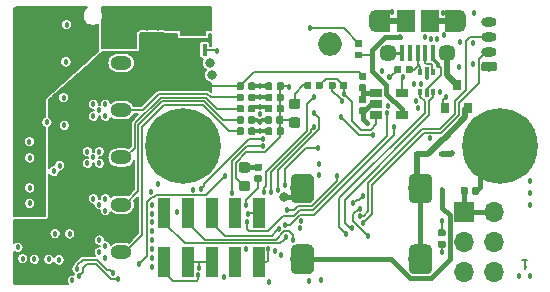
<source format=gtl>
G04 #@! TF.GenerationSoftware,KiCad,Pcbnew,(5.1.4)-1*
G04 #@! TF.CreationDate,2019-09-05T11:02:45+02:00*
G04 #@! TF.ProjectId,altimeter,616c7469-6d65-4746-9572-2e6b69636164,rev?*
G04 #@! TF.SameCoordinates,Original*
G04 #@! TF.FileFunction,Copper,L1,Top*
G04 #@! TF.FilePolarity,Positive*
%FSLAX46Y46*%
G04 Gerber Fmt 4.6, Leading zero omitted, Abs format (unit mm)*
G04 Created by KiCad (PCBNEW (5.1.4)-1) date 2019-09-05 11:02:45*
%MOMM*%
%LPD*%
G04 APERTURE LIST*
%ADD10C,0.160000*%
%ADD11C,0.100000*%
%ADD12C,0.590000*%
%ADD13C,0.875000*%
%ADD14C,1.725000*%
%ADD15R,0.405000X0.990000*%
%ADD16R,0.375000X0.500000*%
%ADD17R,0.300000X0.650000*%
%ADD18O,2.000000X2.000000*%
%ADD19R,2.000000X2.000000*%
%ADD20O,1.700000X1.700000*%
%ADD21R,1.700000X1.700000*%
%ADD22O,1.800000X1.200000*%
%ADD23C,1.200000*%
%ADD24R,1.060000X0.650000*%
%ADD25R,0.600000X0.450000*%
%ADD26R,0.800000X0.900000*%
%ADD27C,2.000000*%
%ADD28C,0.800000*%
%ADD29C,6.400000*%
%ADD30R,1.200000X1.900000*%
%ADD31O,1.200000X1.900000*%
%ADD32R,1.500000X1.900000*%
%ADD33C,1.450000*%
%ADD34R,0.400000X1.350000*%
%ADD35R,1.000000X2.580000*%
%ADD36O,1.300000X0.800000*%
%ADD37C,0.457200*%
%ADD38C,0.812800*%
%ADD39C,0.152400*%
%ADD40C,0.508000*%
%ADD41C,0.254000*%
%ADD42C,0.381000*%
%ADD43C,0.177800*%
%ADD44C,0.431800*%
%ADD45C,0.330200*%
%ADD46C,0.200000*%
G04 APERTURE END LIST*
D10*
X181271428Y-118638095D02*
X181728571Y-118638095D01*
X181500000Y-118638095D02*
X181500000Y-119438095D01*
X181576190Y-119323809D01*
X181652380Y-119247619D01*
X181728571Y-119209523D01*
D11*
G36*
X164276958Y-103580710D02*
G01*
X164291276Y-103582834D01*
X164305317Y-103586351D01*
X164318946Y-103591228D01*
X164332031Y-103597417D01*
X164344447Y-103604858D01*
X164356073Y-103613481D01*
X164366798Y-103623202D01*
X164376519Y-103633927D01*
X164385142Y-103645553D01*
X164392583Y-103657969D01*
X164398772Y-103671054D01*
X164403649Y-103684683D01*
X164407166Y-103698724D01*
X164409290Y-103713042D01*
X164410000Y-103727500D01*
X164410000Y-104072500D01*
X164409290Y-104086958D01*
X164407166Y-104101276D01*
X164403649Y-104115317D01*
X164398772Y-104128946D01*
X164392583Y-104142031D01*
X164385142Y-104154447D01*
X164376519Y-104166073D01*
X164366798Y-104176798D01*
X164356073Y-104186519D01*
X164344447Y-104195142D01*
X164332031Y-104202583D01*
X164318946Y-104208772D01*
X164305317Y-104213649D01*
X164291276Y-104217166D01*
X164276958Y-104219290D01*
X164262500Y-104220000D01*
X163967500Y-104220000D01*
X163953042Y-104219290D01*
X163938724Y-104217166D01*
X163924683Y-104213649D01*
X163911054Y-104208772D01*
X163897969Y-104202583D01*
X163885553Y-104195142D01*
X163873927Y-104186519D01*
X163863202Y-104176798D01*
X163853481Y-104166073D01*
X163844858Y-104154447D01*
X163837417Y-104142031D01*
X163831228Y-104128946D01*
X163826351Y-104115317D01*
X163822834Y-104101276D01*
X163820710Y-104086958D01*
X163820000Y-104072500D01*
X163820000Y-103727500D01*
X163820710Y-103713042D01*
X163822834Y-103698724D01*
X163826351Y-103684683D01*
X163831228Y-103671054D01*
X163837417Y-103657969D01*
X163844858Y-103645553D01*
X163853481Y-103633927D01*
X163863202Y-103623202D01*
X163873927Y-103613481D01*
X163885553Y-103604858D01*
X163897969Y-103597417D01*
X163911054Y-103591228D01*
X163924683Y-103586351D01*
X163938724Y-103582834D01*
X163953042Y-103580710D01*
X163967500Y-103580000D01*
X164262500Y-103580000D01*
X164276958Y-103580710D01*
X164276958Y-103580710D01*
G37*
D12*
X164115000Y-103900000D03*
D11*
G36*
X163306958Y-103580710D02*
G01*
X163321276Y-103582834D01*
X163335317Y-103586351D01*
X163348946Y-103591228D01*
X163362031Y-103597417D01*
X163374447Y-103604858D01*
X163386073Y-103613481D01*
X163396798Y-103623202D01*
X163406519Y-103633927D01*
X163415142Y-103645553D01*
X163422583Y-103657969D01*
X163428772Y-103671054D01*
X163433649Y-103684683D01*
X163437166Y-103698724D01*
X163439290Y-103713042D01*
X163440000Y-103727500D01*
X163440000Y-104072500D01*
X163439290Y-104086958D01*
X163437166Y-104101276D01*
X163433649Y-104115317D01*
X163428772Y-104128946D01*
X163422583Y-104142031D01*
X163415142Y-104154447D01*
X163406519Y-104166073D01*
X163396798Y-104176798D01*
X163386073Y-104186519D01*
X163374447Y-104195142D01*
X163362031Y-104202583D01*
X163348946Y-104208772D01*
X163335317Y-104213649D01*
X163321276Y-104217166D01*
X163306958Y-104219290D01*
X163292500Y-104220000D01*
X162997500Y-104220000D01*
X162983042Y-104219290D01*
X162968724Y-104217166D01*
X162954683Y-104213649D01*
X162941054Y-104208772D01*
X162927969Y-104202583D01*
X162915553Y-104195142D01*
X162903927Y-104186519D01*
X162893202Y-104176798D01*
X162883481Y-104166073D01*
X162874858Y-104154447D01*
X162867417Y-104142031D01*
X162861228Y-104128946D01*
X162856351Y-104115317D01*
X162852834Y-104101276D01*
X162850710Y-104086958D01*
X162850000Y-104072500D01*
X162850000Y-103727500D01*
X162850710Y-103713042D01*
X162852834Y-103698724D01*
X162856351Y-103684683D01*
X162861228Y-103671054D01*
X162867417Y-103657969D01*
X162874858Y-103645553D01*
X162883481Y-103633927D01*
X162893202Y-103623202D01*
X162903927Y-103613481D01*
X162915553Y-103604858D01*
X162927969Y-103597417D01*
X162941054Y-103591228D01*
X162954683Y-103586351D01*
X162968724Y-103582834D01*
X162983042Y-103580710D01*
X162997500Y-103580000D01*
X163292500Y-103580000D01*
X163306958Y-103580710D01*
X163306958Y-103580710D01*
G37*
D12*
X163145000Y-103900000D03*
D11*
G36*
X162317691Y-105026053D02*
G01*
X162338926Y-105029203D01*
X162359750Y-105034419D01*
X162379962Y-105041651D01*
X162399368Y-105050830D01*
X162417781Y-105061866D01*
X162435024Y-105074654D01*
X162450930Y-105089070D01*
X162465346Y-105104976D01*
X162478134Y-105122219D01*
X162489170Y-105140632D01*
X162498349Y-105160038D01*
X162505581Y-105180250D01*
X162510797Y-105201074D01*
X162513947Y-105222309D01*
X162515000Y-105243750D01*
X162515000Y-105681250D01*
X162513947Y-105702691D01*
X162510797Y-105723926D01*
X162505581Y-105744750D01*
X162498349Y-105764962D01*
X162489170Y-105784368D01*
X162478134Y-105802781D01*
X162465346Y-105820024D01*
X162450930Y-105835930D01*
X162435024Y-105850346D01*
X162417781Y-105863134D01*
X162399368Y-105874170D01*
X162379962Y-105883349D01*
X162359750Y-105890581D01*
X162338926Y-105895797D01*
X162317691Y-105898947D01*
X162296250Y-105900000D01*
X161783750Y-105900000D01*
X161762309Y-105898947D01*
X161741074Y-105895797D01*
X161720250Y-105890581D01*
X161700038Y-105883349D01*
X161680632Y-105874170D01*
X161662219Y-105863134D01*
X161644976Y-105850346D01*
X161629070Y-105835930D01*
X161614654Y-105820024D01*
X161601866Y-105802781D01*
X161590830Y-105784368D01*
X161581651Y-105764962D01*
X161574419Y-105744750D01*
X161569203Y-105723926D01*
X161566053Y-105702691D01*
X161565000Y-105681250D01*
X161565000Y-105243750D01*
X161566053Y-105222309D01*
X161569203Y-105201074D01*
X161574419Y-105180250D01*
X161581651Y-105160038D01*
X161590830Y-105140632D01*
X161601866Y-105122219D01*
X161614654Y-105104976D01*
X161629070Y-105089070D01*
X161644976Y-105074654D01*
X161662219Y-105061866D01*
X161680632Y-105050830D01*
X161700038Y-105041651D01*
X161720250Y-105034419D01*
X161741074Y-105029203D01*
X161762309Y-105026053D01*
X161783750Y-105025000D01*
X162296250Y-105025000D01*
X162317691Y-105026053D01*
X162317691Y-105026053D01*
G37*
D13*
X162040000Y-105462500D03*
D11*
G36*
X162317691Y-106601053D02*
G01*
X162338926Y-106604203D01*
X162359750Y-106609419D01*
X162379962Y-106616651D01*
X162399368Y-106625830D01*
X162417781Y-106636866D01*
X162435024Y-106649654D01*
X162450930Y-106664070D01*
X162465346Y-106679976D01*
X162478134Y-106697219D01*
X162489170Y-106715632D01*
X162498349Y-106735038D01*
X162505581Y-106755250D01*
X162510797Y-106776074D01*
X162513947Y-106797309D01*
X162515000Y-106818750D01*
X162515000Y-107256250D01*
X162513947Y-107277691D01*
X162510797Y-107298926D01*
X162505581Y-107319750D01*
X162498349Y-107339962D01*
X162489170Y-107359368D01*
X162478134Y-107377781D01*
X162465346Y-107395024D01*
X162450930Y-107410930D01*
X162435024Y-107425346D01*
X162417781Y-107438134D01*
X162399368Y-107449170D01*
X162379962Y-107458349D01*
X162359750Y-107465581D01*
X162338926Y-107470797D01*
X162317691Y-107473947D01*
X162296250Y-107475000D01*
X161783750Y-107475000D01*
X161762309Y-107473947D01*
X161741074Y-107470797D01*
X161720250Y-107465581D01*
X161700038Y-107458349D01*
X161680632Y-107449170D01*
X161662219Y-107438134D01*
X161644976Y-107425346D01*
X161629070Y-107410930D01*
X161614654Y-107395024D01*
X161601866Y-107377781D01*
X161590830Y-107359368D01*
X161581651Y-107339962D01*
X161574419Y-107319750D01*
X161569203Y-107298926D01*
X161566053Y-107277691D01*
X161565000Y-107256250D01*
X161565000Y-106818750D01*
X161566053Y-106797309D01*
X161569203Y-106776074D01*
X161574419Y-106755250D01*
X161581651Y-106735038D01*
X161590830Y-106715632D01*
X161601866Y-106697219D01*
X161614654Y-106679976D01*
X161629070Y-106664070D01*
X161644976Y-106649654D01*
X161662219Y-106636866D01*
X161680632Y-106625830D01*
X161700038Y-106616651D01*
X161720250Y-106609419D01*
X161741074Y-106604203D01*
X161762309Y-106601053D01*
X161783750Y-106600000D01*
X162296250Y-106600000D01*
X162317691Y-106601053D01*
X162317691Y-106601053D01*
G37*
D13*
X162040000Y-107037500D03*
D14*
X153430000Y-98882500D03*
D11*
G36*
X152642500Y-97510000D02*
G01*
X152642500Y-98020000D01*
X152897500Y-98020000D01*
X152897500Y-97510000D01*
X153302500Y-97510000D01*
X153302500Y-98020000D01*
X153557500Y-98020000D01*
X153557500Y-97510000D01*
X153962500Y-97510000D01*
X153962500Y-98020000D01*
X154217500Y-98020000D01*
X154217500Y-97510000D01*
X154625000Y-97510000D01*
X154625000Y-98270000D01*
X154547500Y-98270000D01*
X154547500Y-99745000D01*
X152312500Y-99745000D01*
X152312500Y-98270000D01*
X152235000Y-98270000D01*
X152235000Y-97510000D01*
X152642500Y-97510000D01*
X152642500Y-97510000D01*
G37*
D15*
X154420000Y-100875000D03*
X153760000Y-100875000D03*
X153100000Y-100875000D03*
X152440000Y-100875000D03*
D16*
X173767500Y-104460000D03*
X172692500Y-104460000D03*
D17*
X173230000Y-102685000D03*
X173230000Y-104535000D03*
D16*
X172692500Y-102760000D03*
X173767500Y-102760000D03*
D18*
X165000000Y-100400000D03*
D19*
X150000000Y-100400000D03*
D11*
G36*
X177531958Y-112500710D02*
G01*
X177546276Y-112502834D01*
X177560317Y-112506351D01*
X177573946Y-112511228D01*
X177587031Y-112517417D01*
X177599447Y-112524858D01*
X177611073Y-112533481D01*
X177621798Y-112543202D01*
X177631519Y-112553927D01*
X177640142Y-112565553D01*
X177647583Y-112577969D01*
X177653772Y-112591054D01*
X177658649Y-112604683D01*
X177662166Y-112618724D01*
X177664290Y-112633042D01*
X177665000Y-112647500D01*
X177665000Y-112992500D01*
X177664290Y-113006958D01*
X177662166Y-113021276D01*
X177658649Y-113035317D01*
X177653772Y-113048946D01*
X177647583Y-113062031D01*
X177640142Y-113074447D01*
X177631519Y-113086073D01*
X177621798Y-113096798D01*
X177611073Y-113106519D01*
X177599447Y-113115142D01*
X177587031Y-113122583D01*
X177573946Y-113128772D01*
X177560317Y-113133649D01*
X177546276Y-113137166D01*
X177531958Y-113139290D01*
X177517500Y-113140000D01*
X177222500Y-113140000D01*
X177208042Y-113139290D01*
X177193724Y-113137166D01*
X177179683Y-113133649D01*
X177166054Y-113128772D01*
X177152969Y-113122583D01*
X177140553Y-113115142D01*
X177128927Y-113106519D01*
X177118202Y-113096798D01*
X177108481Y-113086073D01*
X177099858Y-113074447D01*
X177092417Y-113062031D01*
X177086228Y-113048946D01*
X177081351Y-113035317D01*
X177077834Y-113021276D01*
X177075710Y-113006958D01*
X177075000Y-112992500D01*
X177075000Y-112647500D01*
X177075710Y-112633042D01*
X177077834Y-112618724D01*
X177081351Y-112604683D01*
X177086228Y-112591054D01*
X177092417Y-112577969D01*
X177099858Y-112565553D01*
X177108481Y-112553927D01*
X177118202Y-112543202D01*
X177128927Y-112533481D01*
X177140553Y-112524858D01*
X177152969Y-112517417D01*
X177166054Y-112511228D01*
X177179683Y-112506351D01*
X177193724Y-112502834D01*
X177208042Y-112500710D01*
X177222500Y-112500000D01*
X177517500Y-112500000D01*
X177531958Y-112500710D01*
X177531958Y-112500710D01*
G37*
D12*
X177370000Y-112820000D03*
D11*
G36*
X176561958Y-112500710D02*
G01*
X176576276Y-112502834D01*
X176590317Y-112506351D01*
X176603946Y-112511228D01*
X176617031Y-112517417D01*
X176629447Y-112524858D01*
X176641073Y-112533481D01*
X176651798Y-112543202D01*
X176661519Y-112553927D01*
X176670142Y-112565553D01*
X176677583Y-112577969D01*
X176683772Y-112591054D01*
X176688649Y-112604683D01*
X176692166Y-112618724D01*
X176694290Y-112633042D01*
X176695000Y-112647500D01*
X176695000Y-112992500D01*
X176694290Y-113006958D01*
X176692166Y-113021276D01*
X176688649Y-113035317D01*
X176683772Y-113048946D01*
X176677583Y-113062031D01*
X176670142Y-113074447D01*
X176661519Y-113086073D01*
X176651798Y-113096798D01*
X176641073Y-113106519D01*
X176629447Y-113115142D01*
X176617031Y-113122583D01*
X176603946Y-113128772D01*
X176590317Y-113133649D01*
X176576276Y-113137166D01*
X176561958Y-113139290D01*
X176547500Y-113140000D01*
X176252500Y-113140000D01*
X176238042Y-113139290D01*
X176223724Y-113137166D01*
X176209683Y-113133649D01*
X176196054Y-113128772D01*
X176182969Y-113122583D01*
X176170553Y-113115142D01*
X176158927Y-113106519D01*
X176148202Y-113096798D01*
X176138481Y-113086073D01*
X176129858Y-113074447D01*
X176122417Y-113062031D01*
X176116228Y-113048946D01*
X176111351Y-113035317D01*
X176107834Y-113021276D01*
X176105710Y-113006958D01*
X176105000Y-112992500D01*
X176105000Y-112647500D01*
X176105710Y-112633042D01*
X176107834Y-112618724D01*
X176111351Y-112604683D01*
X176116228Y-112591054D01*
X176122417Y-112577969D01*
X176129858Y-112565553D01*
X176138481Y-112553927D01*
X176148202Y-112543202D01*
X176158927Y-112533481D01*
X176170553Y-112524858D01*
X176182969Y-112517417D01*
X176196054Y-112511228D01*
X176209683Y-112506351D01*
X176223724Y-112502834D01*
X176238042Y-112500710D01*
X176252500Y-112500000D01*
X176547500Y-112500000D01*
X176561958Y-112500710D01*
X176561958Y-112500710D01*
G37*
D12*
X176400000Y-112820000D03*
D11*
G36*
X167646618Y-101028710D02*
G01*
X167660936Y-101030834D01*
X167674977Y-101034351D01*
X167688606Y-101039228D01*
X167701691Y-101045417D01*
X167714107Y-101052858D01*
X167725733Y-101061481D01*
X167736458Y-101071202D01*
X167746179Y-101081927D01*
X167754802Y-101093553D01*
X167762243Y-101105969D01*
X167768432Y-101119054D01*
X167773309Y-101132683D01*
X167776826Y-101146724D01*
X167778950Y-101161042D01*
X167779660Y-101175500D01*
X167779660Y-101470500D01*
X167778950Y-101484958D01*
X167776826Y-101499276D01*
X167773309Y-101513317D01*
X167768432Y-101526946D01*
X167762243Y-101540031D01*
X167754802Y-101552447D01*
X167746179Y-101564073D01*
X167736458Y-101574798D01*
X167725733Y-101584519D01*
X167714107Y-101593142D01*
X167701691Y-101600583D01*
X167688606Y-101606772D01*
X167674977Y-101611649D01*
X167660936Y-101615166D01*
X167646618Y-101617290D01*
X167632160Y-101618000D01*
X167287160Y-101618000D01*
X167272702Y-101617290D01*
X167258384Y-101615166D01*
X167244343Y-101611649D01*
X167230714Y-101606772D01*
X167217629Y-101600583D01*
X167205213Y-101593142D01*
X167193587Y-101584519D01*
X167182862Y-101574798D01*
X167173141Y-101564073D01*
X167164518Y-101552447D01*
X167157077Y-101540031D01*
X167150888Y-101526946D01*
X167146011Y-101513317D01*
X167142494Y-101499276D01*
X167140370Y-101484958D01*
X167139660Y-101470500D01*
X167139660Y-101175500D01*
X167140370Y-101161042D01*
X167142494Y-101146724D01*
X167146011Y-101132683D01*
X167150888Y-101119054D01*
X167157077Y-101105969D01*
X167164518Y-101093553D01*
X167173141Y-101081927D01*
X167182862Y-101071202D01*
X167193587Y-101061481D01*
X167205213Y-101052858D01*
X167217629Y-101045417D01*
X167230714Y-101039228D01*
X167244343Y-101034351D01*
X167258384Y-101030834D01*
X167272702Y-101028710D01*
X167287160Y-101028000D01*
X167632160Y-101028000D01*
X167646618Y-101028710D01*
X167646618Y-101028710D01*
G37*
D12*
X167459660Y-101323000D03*
D11*
G36*
X167646618Y-100058710D02*
G01*
X167660936Y-100060834D01*
X167674977Y-100064351D01*
X167688606Y-100069228D01*
X167701691Y-100075417D01*
X167714107Y-100082858D01*
X167725733Y-100091481D01*
X167736458Y-100101202D01*
X167746179Y-100111927D01*
X167754802Y-100123553D01*
X167762243Y-100135969D01*
X167768432Y-100149054D01*
X167773309Y-100162683D01*
X167776826Y-100176724D01*
X167778950Y-100191042D01*
X167779660Y-100205500D01*
X167779660Y-100500500D01*
X167778950Y-100514958D01*
X167776826Y-100529276D01*
X167773309Y-100543317D01*
X167768432Y-100556946D01*
X167762243Y-100570031D01*
X167754802Y-100582447D01*
X167746179Y-100594073D01*
X167736458Y-100604798D01*
X167725733Y-100614519D01*
X167714107Y-100623142D01*
X167701691Y-100630583D01*
X167688606Y-100636772D01*
X167674977Y-100641649D01*
X167660936Y-100645166D01*
X167646618Y-100647290D01*
X167632160Y-100648000D01*
X167287160Y-100648000D01*
X167272702Y-100647290D01*
X167258384Y-100645166D01*
X167244343Y-100641649D01*
X167230714Y-100636772D01*
X167217629Y-100630583D01*
X167205213Y-100623142D01*
X167193587Y-100614519D01*
X167182862Y-100604798D01*
X167173141Y-100594073D01*
X167164518Y-100582447D01*
X167157077Y-100570031D01*
X167150888Y-100556946D01*
X167146011Y-100543317D01*
X167142494Y-100529276D01*
X167140370Y-100514958D01*
X167139660Y-100500500D01*
X167139660Y-100205500D01*
X167140370Y-100191042D01*
X167142494Y-100176724D01*
X167146011Y-100162683D01*
X167150888Y-100149054D01*
X167157077Y-100135969D01*
X167164518Y-100123553D01*
X167173141Y-100111927D01*
X167182862Y-100101202D01*
X167193587Y-100091481D01*
X167205213Y-100082858D01*
X167217629Y-100075417D01*
X167230714Y-100069228D01*
X167244343Y-100064351D01*
X167258384Y-100060834D01*
X167272702Y-100058710D01*
X167287160Y-100058000D01*
X167632160Y-100058000D01*
X167646618Y-100058710D01*
X167646618Y-100058710D01*
G37*
D12*
X167459660Y-100353000D03*
D20*
X178940000Y-119680000D03*
X176400000Y-119680000D03*
X178940000Y-117140000D03*
X176400000Y-117140000D03*
X178940000Y-114600000D03*
D21*
X176400000Y-114600000D03*
D22*
X147350000Y-118000000D03*
X147350000Y-116000000D03*
X147350000Y-114000000D03*
X147350000Y-112000000D03*
X147350000Y-110000000D03*
X147350000Y-108000000D03*
X147350000Y-106000000D03*
X147350000Y-104000000D03*
X147350000Y-102000000D03*
D11*
G36*
X148024505Y-99401204D02*
G01*
X148048773Y-99404804D01*
X148072572Y-99410765D01*
X148095671Y-99419030D01*
X148117850Y-99429520D01*
X148138893Y-99442132D01*
X148158599Y-99456747D01*
X148176777Y-99473223D01*
X148193253Y-99491401D01*
X148207868Y-99511107D01*
X148220480Y-99532150D01*
X148230970Y-99554329D01*
X148239235Y-99577428D01*
X148245196Y-99601227D01*
X148248796Y-99625495D01*
X148250000Y-99649999D01*
X148250000Y-100350001D01*
X148248796Y-100374505D01*
X148245196Y-100398773D01*
X148239235Y-100422572D01*
X148230970Y-100445671D01*
X148220480Y-100467850D01*
X148207868Y-100488893D01*
X148193253Y-100508599D01*
X148176777Y-100526777D01*
X148158599Y-100543253D01*
X148138893Y-100557868D01*
X148117850Y-100570480D01*
X148095671Y-100580970D01*
X148072572Y-100589235D01*
X148048773Y-100595196D01*
X148024505Y-100598796D01*
X148000001Y-100600000D01*
X146699999Y-100600000D01*
X146675495Y-100598796D01*
X146651227Y-100595196D01*
X146627428Y-100589235D01*
X146604329Y-100580970D01*
X146582150Y-100570480D01*
X146561107Y-100557868D01*
X146541401Y-100543253D01*
X146523223Y-100526777D01*
X146506747Y-100508599D01*
X146492132Y-100488893D01*
X146479520Y-100467850D01*
X146469030Y-100445671D01*
X146460765Y-100422572D01*
X146454804Y-100398773D01*
X146451204Y-100374505D01*
X146450000Y-100350001D01*
X146450000Y-99649999D01*
X146451204Y-99625495D01*
X146454804Y-99601227D01*
X146460765Y-99577428D01*
X146469030Y-99554329D01*
X146479520Y-99532150D01*
X146492132Y-99511107D01*
X146506747Y-99491401D01*
X146523223Y-99473223D01*
X146541401Y-99456747D01*
X146561107Y-99442132D01*
X146582150Y-99429520D01*
X146604329Y-99419030D01*
X146627428Y-99410765D01*
X146651227Y-99404804D01*
X146675495Y-99401204D01*
X146699999Y-99400000D01*
X148000001Y-99400000D01*
X148024505Y-99401204D01*
X148024505Y-99401204D01*
G37*
D23*
X147350000Y-100000000D03*
D11*
G36*
X166348938Y-103584490D02*
G01*
X166363256Y-103586614D01*
X166377297Y-103590131D01*
X166390926Y-103595008D01*
X166404011Y-103601197D01*
X166416427Y-103608638D01*
X166428053Y-103617261D01*
X166438778Y-103626982D01*
X166448499Y-103637707D01*
X166457122Y-103649333D01*
X166464563Y-103661749D01*
X166470752Y-103674834D01*
X166475629Y-103688463D01*
X166479146Y-103702504D01*
X166481270Y-103716822D01*
X166481980Y-103731280D01*
X166481980Y-104076280D01*
X166481270Y-104090738D01*
X166479146Y-104105056D01*
X166475629Y-104119097D01*
X166470752Y-104132726D01*
X166464563Y-104145811D01*
X166457122Y-104158227D01*
X166448499Y-104169853D01*
X166438778Y-104180578D01*
X166428053Y-104190299D01*
X166416427Y-104198922D01*
X166404011Y-104206363D01*
X166390926Y-104212552D01*
X166377297Y-104217429D01*
X166363256Y-104220946D01*
X166348938Y-104223070D01*
X166334480Y-104223780D01*
X166039480Y-104223780D01*
X166025022Y-104223070D01*
X166010704Y-104220946D01*
X165996663Y-104217429D01*
X165983034Y-104212552D01*
X165969949Y-104206363D01*
X165957533Y-104198922D01*
X165945907Y-104190299D01*
X165935182Y-104180578D01*
X165925461Y-104169853D01*
X165916838Y-104158227D01*
X165909397Y-104145811D01*
X165903208Y-104132726D01*
X165898331Y-104119097D01*
X165894814Y-104105056D01*
X165892690Y-104090738D01*
X165891980Y-104076280D01*
X165891980Y-103731280D01*
X165892690Y-103716822D01*
X165894814Y-103702504D01*
X165898331Y-103688463D01*
X165903208Y-103674834D01*
X165909397Y-103661749D01*
X165916838Y-103649333D01*
X165925461Y-103637707D01*
X165935182Y-103626982D01*
X165945907Y-103617261D01*
X165957533Y-103608638D01*
X165969949Y-103601197D01*
X165983034Y-103595008D01*
X165996663Y-103590131D01*
X166010704Y-103586614D01*
X166025022Y-103584490D01*
X166039480Y-103583780D01*
X166334480Y-103583780D01*
X166348938Y-103584490D01*
X166348938Y-103584490D01*
G37*
D12*
X166186980Y-103903780D03*
D11*
G36*
X165378938Y-103584490D02*
G01*
X165393256Y-103586614D01*
X165407297Y-103590131D01*
X165420926Y-103595008D01*
X165434011Y-103601197D01*
X165446427Y-103608638D01*
X165458053Y-103617261D01*
X165468778Y-103626982D01*
X165478499Y-103637707D01*
X165487122Y-103649333D01*
X165494563Y-103661749D01*
X165500752Y-103674834D01*
X165505629Y-103688463D01*
X165509146Y-103702504D01*
X165511270Y-103716822D01*
X165511980Y-103731280D01*
X165511980Y-104076280D01*
X165511270Y-104090738D01*
X165509146Y-104105056D01*
X165505629Y-104119097D01*
X165500752Y-104132726D01*
X165494563Y-104145811D01*
X165487122Y-104158227D01*
X165478499Y-104169853D01*
X165468778Y-104180578D01*
X165458053Y-104190299D01*
X165446427Y-104198922D01*
X165434011Y-104206363D01*
X165420926Y-104212552D01*
X165407297Y-104217429D01*
X165393256Y-104220946D01*
X165378938Y-104223070D01*
X165364480Y-104223780D01*
X165069480Y-104223780D01*
X165055022Y-104223070D01*
X165040704Y-104220946D01*
X165026663Y-104217429D01*
X165013034Y-104212552D01*
X164999949Y-104206363D01*
X164987533Y-104198922D01*
X164975907Y-104190299D01*
X164965182Y-104180578D01*
X164955461Y-104169853D01*
X164946838Y-104158227D01*
X164939397Y-104145811D01*
X164933208Y-104132726D01*
X164928331Y-104119097D01*
X164924814Y-104105056D01*
X164922690Y-104090738D01*
X164921980Y-104076280D01*
X164921980Y-103731280D01*
X164922690Y-103716822D01*
X164924814Y-103702504D01*
X164928331Y-103688463D01*
X164933208Y-103674834D01*
X164939397Y-103661749D01*
X164946838Y-103649333D01*
X164955461Y-103637707D01*
X164965182Y-103626982D01*
X164975907Y-103617261D01*
X164987533Y-103608638D01*
X164999949Y-103601197D01*
X165013034Y-103595008D01*
X165026663Y-103590131D01*
X165040704Y-103586614D01*
X165055022Y-103584490D01*
X165069480Y-103583780D01*
X165364480Y-103583780D01*
X165378938Y-103584490D01*
X165378938Y-103584490D01*
G37*
D12*
X165216980Y-103903780D03*
D24*
X171122520Y-104503180D03*
X171122520Y-106403180D03*
X168922520Y-106403180D03*
X168922520Y-105453180D03*
X168922520Y-104503180D03*
D11*
G36*
X174684958Y-117056110D02*
G01*
X174699276Y-117058234D01*
X174713317Y-117061751D01*
X174726946Y-117066628D01*
X174740031Y-117072817D01*
X174752447Y-117080258D01*
X174764073Y-117088881D01*
X174774798Y-117098602D01*
X174784519Y-117109327D01*
X174793142Y-117120953D01*
X174800583Y-117133369D01*
X174806772Y-117146454D01*
X174811649Y-117160083D01*
X174815166Y-117174124D01*
X174817290Y-117188442D01*
X174818000Y-117202900D01*
X174818000Y-117497900D01*
X174817290Y-117512358D01*
X174815166Y-117526676D01*
X174811649Y-117540717D01*
X174806772Y-117554346D01*
X174800583Y-117567431D01*
X174793142Y-117579847D01*
X174784519Y-117591473D01*
X174774798Y-117602198D01*
X174764073Y-117611919D01*
X174752447Y-117620542D01*
X174740031Y-117627983D01*
X174726946Y-117634172D01*
X174713317Y-117639049D01*
X174699276Y-117642566D01*
X174684958Y-117644690D01*
X174670500Y-117645400D01*
X174325500Y-117645400D01*
X174311042Y-117644690D01*
X174296724Y-117642566D01*
X174282683Y-117639049D01*
X174269054Y-117634172D01*
X174255969Y-117627983D01*
X174243553Y-117620542D01*
X174231927Y-117611919D01*
X174221202Y-117602198D01*
X174211481Y-117591473D01*
X174202858Y-117579847D01*
X174195417Y-117567431D01*
X174189228Y-117554346D01*
X174184351Y-117540717D01*
X174180834Y-117526676D01*
X174178710Y-117512358D01*
X174178000Y-117497900D01*
X174178000Y-117202900D01*
X174178710Y-117188442D01*
X174180834Y-117174124D01*
X174184351Y-117160083D01*
X174189228Y-117146454D01*
X174195417Y-117133369D01*
X174202858Y-117120953D01*
X174211481Y-117109327D01*
X174221202Y-117098602D01*
X174231927Y-117088881D01*
X174243553Y-117080258D01*
X174255969Y-117072817D01*
X174269054Y-117066628D01*
X174282683Y-117061751D01*
X174296724Y-117058234D01*
X174311042Y-117056110D01*
X174325500Y-117055400D01*
X174670500Y-117055400D01*
X174684958Y-117056110D01*
X174684958Y-117056110D01*
G37*
D12*
X174498000Y-117350400D03*
D11*
G36*
X174684958Y-116086110D02*
G01*
X174699276Y-116088234D01*
X174713317Y-116091751D01*
X174726946Y-116096628D01*
X174740031Y-116102817D01*
X174752447Y-116110258D01*
X174764073Y-116118881D01*
X174774798Y-116128602D01*
X174784519Y-116139327D01*
X174793142Y-116150953D01*
X174800583Y-116163369D01*
X174806772Y-116176454D01*
X174811649Y-116190083D01*
X174815166Y-116204124D01*
X174817290Y-116218442D01*
X174818000Y-116232900D01*
X174818000Y-116527900D01*
X174817290Y-116542358D01*
X174815166Y-116556676D01*
X174811649Y-116570717D01*
X174806772Y-116584346D01*
X174800583Y-116597431D01*
X174793142Y-116609847D01*
X174784519Y-116621473D01*
X174774798Y-116632198D01*
X174764073Y-116641919D01*
X174752447Y-116650542D01*
X174740031Y-116657983D01*
X174726946Y-116664172D01*
X174713317Y-116669049D01*
X174699276Y-116672566D01*
X174684958Y-116674690D01*
X174670500Y-116675400D01*
X174325500Y-116675400D01*
X174311042Y-116674690D01*
X174296724Y-116672566D01*
X174282683Y-116669049D01*
X174269054Y-116664172D01*
X174255969Y-116657983D01*
X174243553Y-116650542D01*
X174231927Y-116641919D01*
X174221202Y-116632198D01*
X174211481Y-116621473D01*
X174202858Y-116609847D01*
X174195417Y-116597431D01*
X174189228Y-116584346D01*
X174184351Y-116570717D01*
X174180834Y-116556676D01*
X174178710Y-116542358D01*
X174178000Y-116527900D01*
X174178000Y-116232900D01*
X174178710Y-116218442D01*
X174180834Y-116204124D01*
X174184351Y-116190083D01*
X174189228Y-116176454D01*
X174195417Y-116163369D01*
X174202858Y-116150953D01*
X174211481Y-116139327D01*
X174221202Y-116128602D01*
X174231927Y-116118881D01*
X174243553Y-116110258D01*
X174255969Y-116102817D01*
X174269054Y-116096628D01*
X174282683Y-116091751D01*
X174296724Y-116088234D01*
X174311042Y-116086110D01*
X174325500Y-116085400D01*
X174670500Y-116085400D01*
X174684958Y-116086110D01*
X174684958Y-116086110D01*
G37*
D12*
X174498000Y-116380400D03*
D25*
X172381200Y-109677200D03*
X174481200Y-109677200D03*
D26*
X175750000Y-103820000D03*
X176700000Y-105820000D03*
X174800000Y-105820000D03*
D11*
G36*
X163239809Y-111360508D02*
G01*
X163288345Y-111367707D01*
X163335942Y-111379630D01*
X163382142Y-111396160D01*
X163426498Y-111417139D01*
X163468585Y-111442365D01*
X163507997Y-111471595D01*
X163544353Y-111504547D01*
X163577305Y-111540903D01*
X163606535Y-111580315D01*
X163631761Y-111622402D01*
X163652740Y-111666758D01*
X163669270Y-111712958D01*
X163681193Y-111760555D01*
X163688392Y-111809091D01*
X163690800Y-111858100D01*
X163690800Y-113358100D01*
X163688392Y-113407109D01*
X163681193Y-113455645D01*
X163669270Y-113503242D01*
X163652740Y-113549442D01*
X163631761Y-113593798D01*
X163606535Y-113635885D01*
X163577305Y-113675297D01*
X163544353Y-113711653D01*
X163507997Y-113744605D01*
X163468585Y-113773835D01*
X163426498Y-113799061D01*
X163382142Y-113820040D01*
X163335942Y-113836570D01*
X163288345Y-113848493D01*
X163239809Y-113855692D01*
X163190800Y-113858100D01*
X162190800Y-113858100D01*
X162141791Y-113855692D01*
X162093255Y-113848493D01*
X162045658Y-113836570D01*
X161999458Y-113820040D01*
X161955102Y-113799061D01*
X161913015Y-113773835D01*
X161873603Y-113744605D01*
X161837247Y-113711653D01*
X161804295Y-113675297D01*
X161775065Y-113635885D01*
X161749839Y-113593798D01*
X161728860Y-113549442D01*
X161712330Y-113503242D01*
X161700407Y-113455645D01*
X161693208Y-113407109D01*
X161690800Y-113358100D01*
X161690800Y-111858100D01*
X161693208Y-111809091D01*
X161700407Y-111760555D01*
X161712330Y-111712958D01*
X161728860Y-111666758D01*
X161749839Y-111622402D01*
X161775065Y-111580315D01*
X161804295Y-111540903D01*
X161837247Y-111504547D01*
X161873603Y-111471595D01*
X161913015Y-111442365D01*
X161955102Y-111417139D01*
X161999458Y-111396160D01*
X162045658Y-111379630D01*
X162093255Y-111367707D01*
X162141791Y-111360508D01*
X162190800Y-111358100D01*
X163190800Y-111358100D01*
X163239809Y-111360508D01*
X163239809Y-111360508D01*
G37*
D27*
X162690800Y-112608100D03*
D11*
G36*
X173239809Y-111360508D02*
G01*
X173288345Y-111367707D01*
X173335942Y-111379630D01*
X173382142Y-111396160D01*
X173426498Y-111417139D01*
X173468585Y-111442365D01*
X173507997Y-111471595D01*
X173544353Y-111504547D01*
X173577305Y-111540903D01*
X173606535Y-111580315D01*
X173631761Y-111622402D01*
X173652740Y-111666758D01*
X173669270Y-111712958D01*
X173681193Y-111760555D01*
X173688392Y-111809091D01*
X173690800Y-111858100D01*
X173690800Y-113358100D01*
X173688392Y-113407109D01*
X173681193Y-113455645D01*
X173669270Y-113503242D01*
X173652740Y-113549442D01*
X173631761Y-113593798D01*
X173606535Y-113635885D01*
X173577305Y-113675297D01*
X173544353Y-113711653D01*
X173507997Y-113744605D01*
X173468585Y-113773835D01*
X173426498Y-113799061D01*
X173382142Y-113820040D01*
X173335942Y-113836570D01*
X173288345Y-113848493D01*
X173239809Y-113855692D01*
X173190800Y-113858100D01*
X172190800Y-113858100D01*
X172141791Y-113855692D01*
X172093255Y-113848493D01*
X172045658Y-113836570D01*
X171999458Y-113820040D01*
X171955102Y-113799061D01*
X171913015Y-113773835D01*
X171873603Y-113744605D01*
X171837247Y-113711653D01*
X171804295Y-113675297D01*
X171775065Y-113635885D01*
X171749839Y-113593798D01*
X171728860Y-113549442D01*
X171712330Y-113503242D01*
X171700407Y-113455645D01*
X171693208Y-113407109D01*
X171690800Y-113358100D01*
X171690800Y-111858100D01*
X171693208Y-111809091D01*
X171700407Y-111760555D01*
X171712330Y-111712958D01*
X171728860Y-111666758D01*
X171749839Y-111622402D01*
X171775065Y-111580315D01*
X171804295Y-111540903D01*
X171837247Y-111504547D01*
X171873603Y-111471595D01*
X171913015Y-111442365D01*
X171955102Y-111417139D01*
X171999458Y-111396160D01*
X172045658Y-111379630D01*
X172093255Y-111367707D01*
X172141791Y-111360508D01*
X172190800Y-111358100D01*
X173190800Y-111358100D01*
X173239809Y-111360508D01*
X173239809Y-111360508D01*
G37*
D27*
X172690800Y-112608100D03*
D11*
G36*
X173239809Y-117360508D02*
G01*
X173288345Y-117367707D01*
X173335942Y-117379630D01*
X173382142Y-117396160D01*
X173426498Y-117417139D01*
X173468585Y-117442365D01*
X173507997Y-117471595D01*
X173544353Y-117504547D01*
X173577305Y-117540903D01*
X173606535Y-117580315D01*
X173631761Y-117622402D01*
X173652740Y-117666758D01*
X173669270Y-117712958D01*
X173681193Y-117760555D01*
X173688392Y-117809091D01*
X173690800Y-117858100D01*
X173690800Y-119358100D01*
X173688392Y-119407109D01*
X173681193Y-119455645D01*
X173669270Y-119503242D01*
X173652740Y-119549442D01*
X173631761Y-119593798D01*
X173606535Y-119635885D01*
X173577305Y-119675297D01*
X173544353Y-119711653D01*
X173507997Y-119744605D01*
X173468585Y-119773835D01*
X173426498Y-119799061D01*
X173382142Y-119820040D01*
X173335942Y-119836570D01*
X173288345Y-119848493D01*
X173239809Y-119855692D01*
X173190800Y-119858100D01*
X172190800Y-119858100D01*
X172141791Y-119855692D01*
X172093255Y-119848493D01*
X172045658Y-119836570D01*
X171999458Y-119820040D01*
X171955102Y-119799061D01*
X171913015Y-119773835D01*
X171873603Y-119744605D01*
X171837247Y-119711653D01*
X171804295Y-119675297D01*
X171775065Y-119635885D01*
X171749839Y-119593798D01*
X171728860Y-119549442D01*
X171712330Y-119503242D01*
X171700407Y-119455645D01*
X171693208Y-119407109D01*
X171690800Y-119358100D01*
X171690800Y-117858100D01*
X171693208Y-117809091D01*
X171700407Y-117760555D01*
X171712330Y-117712958D01*
X171728860Y-117666758D01*
X171749839Y-117622402D01*
X171775065Y-117580315D01*
X171804295Y-117540903D01*
X171837247Y-117504547D01*
X171873603Y-117471595D01*
X171913015Y-117442365D01*
X171955102Y-117417139D01*
X171999458Y-117396160D01*
X172045658Y-117379630D01*
X172093255Y-117367707D01*
X172141791Y-117360508D01*
X172190800Y-117358100D01*
X173190800Y-117358100D01*
X173239809Y-117360508D01*
X173239809Y-117360508D01*
G37*
D27*
X172690800Y-118608100D03*
D11*
G36*
X163239809Y-117360508D02*
G01*
X163288345Y-117367707D01*
X163335942Y-117379630D01*
X163382142Y-117396160D01*
X163426498Y-117417139D01*
X163468585Y-117442365D01*
X163507997Y-117471595D01*
X163544353Y-117504547D01*
X163577305Y-117540903D01*
X163606535Y-117580315D01*
X163631761Y-117622402D01*
X163652740Y-117666758D01*
X163669270Y-117712958D01*
X163681193Y-117760555D01*
X163688392Y-117809091D01*
X163690800Y-117858100D01*
X163690800Y-119358100D01*
X163688392Y-119407109D01*
X163681193Y-119455645D01*
X163669270Y-119503242D01*
X163652740Y-119549442D01*
X163631761Y-119593798D01*
X163606535Y-119635885D01*
X163577305Y-119675297D01*
X163544353Y-119711653D01*
X163507997Y-119744605D01*
X163468585Y-119773835D01*
X163426498Y-119799061D01*
X163382142Y-119820040D01*
X163335942Y-119836570D01*
X163288345Y-119848493D01*
X163239809Y-119855692D01*
X163190800Y-119858100D01*
X162190800Y-119858100D01*
X162141791Y-119855692D01*
X162093255Y-119848493D01*
X162045658Y-119836570D01*
X161999458Y-119820040D01*
X161955102Y-119799061D01*
X161913015Y-119773835D01*
X161873603Y-119744605D01*
X161837247Y-119711653D01*
X161804295Y-119675297D01*
X161775065Y-119635885D01*
X161749839Y-119593798D01*
X161728860Y-119549442D01*
X161712330Y-119503242D01*
X161700407Y-119455645D01*
X161693208Y-119407109D01*
X161690800Y-119358100D01*
X161690800Y-117858100D01*
X161693208Y-117809091D01*
X161700407Y-117760555D01*
X161712330Y-117712958D01*
X161728860Y-117666758D01*
X161749839Y-117622402D01*
X161775065Y-117580315D01*
X161804295Y-117540903D01*
X161837247Y-117504547D01*
X161873603Y-117471595D01*
X161913015Y-117442365D01*
X161955102Y-117417139D01*
X161999458Y-117396160D01*
X162045658Y-117379630D01*
X162093255Y-117367707D01*
X162141791Y-117360508D01*
X162190800Y-117358100D01*
X163190800Y-117358100D01*
X163239809Y-117360508D01*
X163239809Y-117360508D01*
G37*
D27*
X162690800Y-118608100D03*
D11*
G36*
X158570158Y-107452910D02*
G01*
X158584476Y-107455034D01*
X158598517Y-107458551D01*
X158612146Y-107463428D01*
X158625231Y-107469617D01*
X158637647Y-107477058D01*
X158649273Y-107485681D01*
X158659998Y-107495402D01*
X158669719Y-107506127D01*
X158678342Y-107517753D01*
X158685783Y-107530169D01*
X158691972Y-107543254D01*
X158696849Y-107556883D01*
X158700366Y-107570924D01*
X158702490Y-107585242D01*
X158703200Y-107599700D01*
X158703200Y-107944700D01*
X158702490Y-107959158D01*
X158700366Y-107973476D01*
X158696849Y-107987517D01*
X158691972Y-108001146D01*
X158685783Y-108014231D01*
X158678342Y-108026647D01*
X158669719Y-108038273D01*
X158659998Y-108048998D01*
X158649273Y-108058719D01*
X158637647Y-108067342D01*
X158625231Y-108074783D01*
X158612146Y-108080972D01*
X158598517Y-108085849D01*
X158584476Y-108089366D01*
X158570158Y-108091490D01*
X158555700Y-108092200D01*
X158260700Y-108092200D01*
X158246242Y-108091490D01*
X158231924Y-108089366D01*
X158217883Y-108085849D01*
X158204254Y-108080972D01*
X158191169Y-108074783D01*
X158178753Y-108067342D01*
X158167127Y-108058719D01*
X158156402Y-108048998D01*
X158146681Y-108038273D01*
X158138058Y-108026647D01*
X158130617Y-108014231D01*
X158124428Y-108001146D01*
X158119551Y-107987517D01*
X158116034Y-107973476D01*
X158113910Y-107959158D01*
X158113200Y-107944700D01*
X158113200Y-107599700D01*
X158113910Y-107585242D01*
X158116034Y-107570924D01*
X158119551Y-107556883D01*
X158124428Y-107543254D01*
X158130617Y-107530169D01*
X158138058Y-107517753D01*
X158146681Y-107506127D01*
X158156402Y-107495402D01*
X158167127Y-107485681D01*
X158178753Y-107477058D01*
X158191169Y-107469617D01*
X158204254Y-107463428D01*
X158217883Y-107458551D01*
X158231924Y-107455034D01*
X158246242Y-107452910D01*
X158260700Y-107452200D01*
X158555700Y-107452200D01*
X158570158Y-107452910D01*
X158570158Y-107452910D01*
G37*
D12*
X158408200Y-107772200D03*
D11*
G36*
X157600158Y-107452910D02*
G01*
X157614476Y-107455034D01*
X157628517Y-107458551D01*
X157642146Y-107463428D01*
X157655231Y-107469617D01*
X157667647Y-107477058D01*
X157679273Y-107485681D01*
X157689998Y-107495402D01*
X157699719Y-107506127D01*
X157708342Y-107517753D01*
X157715783Y-107530169D01*
X157721972Y-107543254D01*
X157726849Y-107556883D01*
X157730366Y-107570924D01*
X157732490Y-107585242D01*
X157733200Y-107599700D01*
X157733200Y-107944700D01*
X157732490Y-107959158D01*
X157730366Y-107973476D01*
X157726849Y-107987517D01*
X157721972Y-108001146D01*
X157715783Y-108014231D01*
X157708342Y-108026647D01*
X157699719Y-108038273D01*
X157689998Y-108048998D01*
X157679273Y-108058719D01*
X157667647Y-108067342D01*
X157655231Y-108074783D01*
X157642146Y-108080972D01*
X157628517Y-108085849D01*
X157614476Y-108089366D01*
X157600158Y-108091490D01*
X157585700Y-108092200D01*
X157290700Y-108092200D01*
X157276242Y-108091490D01*
X157261924Y-108089366D01*
X157247883Y-108085849D01*
X157234254Y-108080972D01*
X157221169Y-108074783D01*
X157208753Y-108067342D01*
X157197127Y-108058719D01*
X157186402Y-108048998D01*
X157176681Y-108038273D01*
X157168058Y-108026647D01*
X157160617Y-108014231D01*
X157154428Y-108001146D01*
X157149551Y-107987517D01*
X157146034Y-107973476D01*
X157143910Y-107959158D01*
X157143200Y-107944700D01*
X157143200Y-107599700D01*
X157143910Y-107585242D01*
X157146034Y-107570924D01*
X157149551Y-107556883D01*
X157154428Y-107543254D01*
X157160617Y-107530169D01*
X157168058Y-107517753D01*
X157176681Y-107506127D01*
X157186402Y-107495402D01*
X157197127Y-107485681D01*
X157208753Y-107477058D01*
X157221169Y-107469617D01*
X157234254Y-107463428D01*
X157247883Y-107458551D01*
X157261924Y-107455034D01*
X157276242Y-107452910D01*
X157290700Y-107452200D01*
X157585700Y-107452200D01*
X157600158Y-107452910D01*
X157600158Y-107452910D01*
G37*
D12*
X157438200Y-107772200D03*
D11*
G36*
X160012758Y-107452910D02*
G01*
X160027076Y-107455034D01*
X160041117Y-107458551D01*
X160054746Y-107463428D01*
X160067831Y-107469617D01*
X160080247Y-107477058D01*
X160091873Y-107485681D01*
X160102598Y-107495402D01*
X160112319Y-107506127D01*
X160120942Y-107517753D01*
X160128383Y-107530169D01*
X160134572Y-107543254D01*
X160139449Y-107556883D01*
X160142966Y-107570924D01*
X160145090Y-107585242D01*
X160145800Y-107599700D01*
X160145800Y-107944700D01*
X160145090Y-107959158D01*
X160142966Y-107973476D01*
X160139449Y-107987517D01*
X160134572Y-108001146D01*
X160128383Y-108014231D01*
X160120942Y-108026647D01*
X160112319Y-108038273D01*
X160102598Y-108048998D01*
X160091873Y-108058719D01*
X160080247Y-108067342D01*
X160067831Y-108074783D01*
X160054746Y-108080972D01*
X160041117Y-108085849D01*
X160027076Y-108089366D01*
X160012758Y-108091490D01*
X159998300Y-108092200D01*
X159703300Y-108092200D01*
X159688842Y-108091490D01*
X159674524Y-108089366D01*
X159660483Y-108085849D01*
X159646854Y-108080972D01*
X159633769Y-108074783D01*
X159621353Y-108067342D01*
X159609727Y-108058719D01*
X159599002Y-108048998D01*
X159589281Y-108038273D01*
X159580658Y-108026647D01*
X159573217Y-108014231D01*
X159567028Y-108001146D01*
X159562151Y-107987517D01*
X159558634Y-107973476D01*
X159556510Y-107959158D01*
X159555800Y-107944700D01*
X159555800Y-107599700D01*
X159556510Y-107585242D01*
X159558634Y-107570924D01*
X159562151Y-107556883D01*
X159567028Y-107543254D01*
X159573217Y-107530169D01*
X159580658Y-107517753D01*
X159589281Y-107506127D01*
X159599002Y-107495402D01*
X159609727Y-107485681D01*
X159621353Y-107477058D01*
X159633769Y-107469617D01*
X159646854Y-107463428D01*
X159660483Y-107458551D01*
X159674524Y-107455034D01*
X159688842Y-107452910D01*
X159703300Y-107452200D01*
X159998300Y-107452200D01*
X160012758Y-107452910D01*
X160012758Y-107452910D01*
G37*
D12*
X159850800Y-107772200D03*
D11*
G36*
X160982758Y-107452910D02*
G01*
X160997076Y-107455034D01*
X161011117Y-107458551D01*
X161024746Y-107463428D01*
X161037831Y-107469617D01*
X161050247Y-107477058D01*
X161061873Y-107485681D01*
X161072598Y-107495402D01*
X161082319Y-107506127D01*
X161090942Y-107517753D01*
X161098383Y-107530169D01*
X161104572Y-107543254D01*
X161109449Y-107556883D01*
X161112966Y-107570924D01*
X161115090Y-107585242D01*
X161115800Y-107599700D01*
X161115800Y-107944700D01*
X161115090Y-107959158D01*
X161112966Y-107973476D01*
X161109449Y-107987517D01*
X161104572Y-108001146D01*
X161098383Y-108014231D01*
X161090942Y-108026647D01*
X161082319Y-108038273D01*
X161072598Y-108048998D01*
X161061873Y-108058719D01*
X161050247Y-108067342D01*
X161037831Y-108074783D01*
X161024746Y-108080972D01*
X161011117Y-108085849D01*
X160997076Y-108089366D01*
X160982758Y-108091490D01*
X160968300Y-108092200D01*
X160673300Y-108092200D01*
X160658842Y-108091490D01*
X160644524Y-108089366D01*
X160630483Y-108085849D01*
X160616854Y-108080972D01*
X160603769Y-108074783D01*
X160591353Y-108067342D01*
X160579727Y-108058719D01*
X160569002Y-108048998D01*
X160559281Y-108038273D01*
X160550658Y-108026647D01*
X160543217Y-108014231D01*
X160537028Y-108001146D01*
X160532151Y-107987517D01*
X160528634Y-107973476D01*
X160526510Y-107959158D01*
X160525800Y-107944700D01*
X160525800Y-107599700D01*
X160526510Y-107585242D01*
X160528634Y-107570924D01*
X160532151Y-107556883D01*
X160537028Y-107543254D01*
X160543217Y-107530169D01*
X160550658Y-107517753D01*
X160559281Y-107506127D01*
X160569002Y-107495402D01*
X160579727Y-107485681D01*
X160591353Y-107477058D01*
X160603769Y-107469617D01*
X160616854Y-107463428D01*
X160630483Y-107458551D01*
X160644524Y-107455034D01*
X160658842Y-107452910D01*
X160673300Y-107452200D01*
X160968300Y-107452200D01*
X160982758Y-107452910D01*
X160982758Y-107452910D01*
G37*
D12*
X160820800Y-107772200D03*
D11*
G36*
X158570158Y-106500360D02*
G01*
X158584476Y-106502484D01*
X158598517Y-106506001D01*
X158612146Y-106510878D01*
X158625231Y-106517067D01*
X158637647Y-106524508D01*
X158649273Y-106533131D01*
X158659998Y-106542852D01*
X158669719Y-106553577D01*
X158678342Y-106565203D01*
X158685783Y-106577619D01*
X158691972Y-106590704D01*
X158696849Y-106604333D01*
X158700366Y-106618374D01*
X158702490Y-106632692D01*
X158703200Y-106647150D01*
X158703200Y-106992150D01*
X158702490Y-107006608D01*
X158700366Y-107020926D01*
X158696849Y-107034967D01*
X158691972Y-107048596D01*
X158685783Y-107061681D01*
X158678342Y-107074097D01*
X158669719Y-107085723D01*
X158659998Y-107096448D01*
X158649273Y-107106169D01*
X158637647Y-107114792D01*
X158625231Y-107122233D01*
X158612146Y-107128422D01*
X158598517Y-107133299D01*
X158584476Y-107136816D01*
X158570158Y-107138940D01*
X158555700Y-107139650D01*
X158260700Y-107139650D01*
X158246242Y-107138940D01*
X158231924Y-107136816D01*
X158217883Y-107133299D01*
X158204254Y-107128422D01*
X158191169Y-107122233D01*
X158178753Y-107114792D01*
X158167127Y-107106169D01*
X158156402Y-107096448D01*
X158146681Y-107085723D01*
X158138058Y-107074097D01*
X158130617Y-107061681D01*
X158124428Y-107048596D01*
X158119551Y-107034967D01*
X158116034Y-107020926D01*
X158113910Y-107006608D01*
X158113200Y-106992150D01*
X158113200Y-106647150D01*
X158113910Y-106632692D01*
X158116034Y-106618374D01*
X158119551Y-106604333D01*
X158124428Y-106590704D01*
X158130617Y-106577619D01*
X158138058Y-106565203D01*
X158146681Y-106553577D01*
X158156402Y-106542852D01*
X158167127Y-106533131D01*
X158178753Y-106524508D01*
X158191169Y-106517067D01*
X158204254Y-106510878D01*
X158217883Y-106506001D01*
X158231924Y-106502484D01*
X158246242Y-106500360D01*
X158260700Y-106499650D01*
X158555700Y-106499650D01*
X158570158Y-106500360D01*
X158570158Y-106500360D01*
G37*
D12*
X158408200Y-106819650D03*
D11*
G36*
X157600158Y-106500360D02*
G01*
X157614476Y-106502484D01*
X157628517Y-106506001D01*
X157642146Y-106510878D01*
X157655231Y-106517067D01*
X157667647Y-106524508D01*
X157679273Y-106533131D01*
X157689998Y-106542852D01*
X157699719Y-106553577D01*
X157708342Y-106565203D01*
X157715783Y-106577619D01*
X157721972Y-106590704D01*
X157726849Y-106604333D01*
X157730366Y-106618374D01*
X157732490Y-106632692D01*
X157733200Y-106647150D01*
X157733200Y-106992150D01*
X157732490Y-107006608D01*
X157730366Y-107020926D01*
X157726849Y-107034967D01*
X157721972Y-107048596D01*
X157715783Y-107061681D01*
X157708342Y-107074097D01*
X157699719Y-107085723D01*
X157689998Y-107096448D01*
X157679273Y-107106169D01*
X157667647Y-107114792D01*
X157655231Y-107122233D01*
X157642146Y-107128422D01*
X157628517Y-107133299D01*
X157614476Y-107136816D01*
X157600158Y-107138940D01*
X157585700Y-107139650D01*
X157290700Y-107139650D01*
X157276242Y-107138940D01*
X157261924Y-107136816D01*
X157247883Y-107133299D01*
X157234254Y-107128422D01*
X157221169Y-107122233D01*
X157208753Y-107114792D01*
X157197127Y-107106169D01*
X157186402Y-107096448D01*
X157176681Y-107085723D01*
X157168058Y-107074097D01*
X157160617Y-107061681D01*
X157154428Y-107048596D01*
X157149551Y-107034967D01*
X157146034Y-107020926D01*
X157143910Y-107006608D01*
X157143200Y-106992150D01*
X157143200Y-106647150D01*
X157143910Y-106632692D01*
X157146034Y-106618374D01*
X157149551Y-106604333D01*
X157154428Y-106590704D01*
X157160617Y-106577619D01*
X157168058Y-106565203D01*
X157176681Y-106553577D01*
X157186402Y-106542852D01*
X157197127Y-106533131D01*
X157208753Y-106524508D01*
X157221169Y-106517067D01*
X157234254Y-106510878D01*
X157247883Y-106506001D01*
X157261924Y-106502484D01*
X157276242Y-106500360D01*
X157290700Y-106499650D01*
X157585700Y-106499650D01*
X157600158Y-106500360D01*
X157600158Y-106500360D01*
G37*
D12*
X157438200Y-106819650D03*
D11*
G36*
X159982758Y-106500360D02*
G01*
X159997076Y-106502484D01*
X160011117Y-106506001D01*
X160024746Y-106510878D01*
X160037831Y-106517067D01*
X160050247Y-106524508D01*
X160061873Y-106533131D01*
X160072598Y-106542852D01*
X160082319Y-106553577D01*
X160090942Y-106565203D01*
X160098383Y-106577619D01*
X160104572Y-106590704D01*
X160109449Y-106604333D01*
X160112966Y-106618374D01*
X160115090Y-106632692D01*
X160115800Y-106647150D01*
X160115800Y-106992150D01*
X160115090Y-107006608D01*
X160112966Y-107020926D01*
X160109449Y-107034967D01*
X160104572Y-107048596D01*
X160098383Y-107061681D01*
X160090942Y-107074097D01*
X160082319Y-107085723D01*
X160072598Y-107096448D01*
X160061873Y-107106169D01*
X160050247Y-107114792D01*
X160037831Y-107122233D01*
X160024746Y-107128422D01*
X160011117Y-107133299D01*
X159997076Y-107136816D01*
X159982758Y-107138940D01*
X159968300Y-107139650D01*
X159673300Y-107139650D01*
X159658842Y-107138940D01*
X159644524Y-107136816D01*
X159630483Y-107133299D01*
X159616854Y-107128422D01*
X159603769Y-107122233D01*
X159591353Y-107114792D01*
X159579727Y-107106169D01*
X159569002Y-107096448D01*
X159559281Y-107085723D01*
X159550658Y-107074097D01*
X159543217Y-107061681D01*
X159537028Y-107048596D01*
X159532151Y-107034967D01*
X159528634Y-107020926D01*
X159526510Y-107006608D01*
X159525800Y-106992150D01*
X159525800Y-106647150D01*
X159526510Y-106632692D01*
X159528634Y-106618374D01*
X159532151Y-106604333D01*
X159537028Y-106590704D01*
X159543217Y-106577619D01*
X159550658Y-106565203D01*
X159559281Y-106553577D01*
X159569002Y-106542852D01*
X159579727Y-106533131D01*
X159591353Y-106524508D01*
X159603769Y-106517067D01*
X159616854Y-106510878D01*
X159630483Y-106506001D01*
X159644524Y-106502484D01*
X159658842Y-106500360D01*
X159673300Y-106499650D01*
X159968300Y-106499650D01*
X159982758Y-106500360D01*
X159982758Y-106500360D01*
G37*
D12*
X159820800Y-106819650D03*
D11*
G36*
X160952758Y-106500360D02*
G01*
X160967076Y-106502484D01*
X160981117Y-106506001D01*
X160994746Y-106510878D01*
X161007831Y-106517067D01*
X161020247Y-106524508D01*
X161031873Y-106533131D01*
X161042598Y-106542852D01*
X161052319Y-106553577D01*
X161060942Y-106565203D01*
X161068383Y-106577619D01*
X161074572Y-106590704D01*
X161079449Y-106604333D01*
X161082966Y-106618374D01*
X161085090Y-106632692D01*
X161085800Y-106647150D01*
X161085800Y-106992150D01*
X161085090Y-107006608D01*
X161082966Y-107020926D01*
X161079449Y-107034967D01*
X161074572Y-107048596D01*
X161068383Y-107061681D01*
X161060942Y-107074097D01*
X161052319Y-107085723D01*
X161042598Y-107096448D01*
X161031873Y-107106169D01*
X161020247Y-107114792D01*
X161007831Y-107122233D01*
X160994746Y-107128422D01*
X160981117Y-107133299D01*
X160967076Y-107136816D01*
X160952758Y-107138940D01*
X160938300Y-107139650D01*
X160643300Y-107139650D01*
X160628842Y-107138940D01*
X160614524Y-107136816D01*
X160600483Y-107133299D01*
X160586854Y-107128422D01*
X160573769Y-107122233D01*
X160561353Y-107114792D01*
X160549727Y-107106169D01*
X160539002Y-107096448D01*
X160529281Y-107085723D01*
X160520658Y-107074097D01*
X160513217Y-107061681D01*
X160507028Y-107048596D01*
X160502151Y-107034967D01*
X160498634Y-107020926D01*
X160496510Y-107006608D01*
X160495800Y-106992150D01*
X160495800Y-106647150D01*
X160496510Y-106632692D01*
X160498634Y-106618374D01*
X160502151Y-106604333D01*
X160507028Y-106590704D01*
X160513217Y-106577619D01*
X160520658Y-106565203D01*
X160529281Y-106553577D01*
X160539002Y-106542852D01*
X160549727Y-106533131D01*
X160561353Y-106524508D01*
X160573769Y-106517067D01*
X160586854Y-106510878D01*
X160600483Y-106506001D01*
X160614524Y-106502484D01*
X160628842Y-106500360D01*
X160643300Y-106499650D01*
X160938300Y-106499650D01*
X160952758Y-106500360D01*
X160952758Y-106500360D01*
G37*
D12*
X160790800Y-106819650D03*
D11*
G36*
X158570158Y-105547810D02*
G01*
X158584476Y-105549934D01*
X158598517Y-105553451D01*
X158612146Y-105558328D01*
X158625231Y-105564517D01*
X158637647Y-105571958D01*
X158649273Y-105580581D01*
X158659998Y-105590302D01*
X158669719Y-105601027D01*
X158678342Y-105612653D01*
X158685783Y-105625069D01*
X158691972Y-105638154D01*
X158696849Y-105651783D01*
X158700366Y-105665824D01*
X158702490Y-105680142D01*
X158703200Y-105694600D01*
X158703200Y-106039600D01*
X158702490Y-106054058D01*
X158700366Y-106068376D01*
X158696849Y-106082417D01*
X158691972Y-106096046D01*
X158685783Y-106109131D01*
X158678342Y-106121547D01*
X158669719Y-106133173D01*
X158659998Y-106143898D01*
X158649273Y-106153619D01*
X158637647Y-106162242D01*
X158625231Y-106169683D01*
X158612146Y-106175872D01*
X158598517Y-106180749D01*
X158584476Y-106184266D01*
X158570158Y-106186390D01*
X158555700Y-106187100D01*
X158260700Y-106187100D01*
X158246242Y-106186390D01*
X158231924Y-106184266D01*
X158217883Y-106180749D01*
X158204254Y-106175872D01*
X158191169Y-106169683D01*
X158178753Y-106162242D01*
X158167127Y-106153619D01*
X158156402Y-106143898D01*
X158146681Y-106133173D01*
X158138058Y-106121547D01*
X158130617Y-106109131D01*
X158124428Y-106096046D01*
X158119551Y-106082417D01*
X158116034Y-106068376D01*
X158113910Y-106054058D01*
X158113200Y-106039600D01*
X158113200Y-105694600D01*
X158113910Y-105680142D01*
X158116034Y-105665824D01*
X158119551Y-105651783D01*
X158124428Y-105638154D01*
X158130617Y-105625069D01*
X158138058Y-105612653D01*
X158146681Y-105601027D01*
X158156402Y-105590302D01*
X158167127Y-105580581D01*
X158178753Y-105571958D01*
X158191169Y-105564517D01*
X158204254Y-105558328D01*
X158217883Y-105553451D01*
X158231924Y-105549934D01*
X158246242Y-105547810D01*
X158260700Y-105547100D01*
X158555700Y-105547100D01*
X158570158Y-105547810D01*
X158570158Y-105547810D01*
G37*
D12*
X158408200Y-105867100D03*
D11*
G36*
X157600158Y-105547810D02*
G01*
X157614476Y-105549934D01*
X157628517Y-105553451D01*
X157642146Y-105558328D01*
X157655231Y-105564517D01*
X157667647Y-105571958D01*
X157679273Y-105580581D01*
X157689998Y-105590302D01*
X157699719Y-105601027D01*
X157708342Y-105612653D01*
X157715783Y-105625069D01*
X157721972Y-105638154D01*
X157726849Y-105651783D01*
X157730366Y-105665824D01*
X157732490Y-105680142D01*
X157733200Y-105694600D01*
X157733200Y-106039600D01*
X157732490Y-106054058D01*
X157730366Y-106068376D01*
X157726849Y-106082417D01*
X157721972Y-106096046D01*
X157715783Y-106109131D01*
X157708342Y-106121547D01*
X157699719Y-106133173D01*
X157689998Y-106143898D01*
X157679273Y-106153619D01*
X157667647Y-106162242D01*
X157655231Y-106169683D01*
X157642146Y-106175872D01*
X157628517Y-106180749D01*
X157614476Y-106184266D01*
X157600158Y-106186390D01*
X157585700Y-106187100D01*
X157290700Y-106187100D01*
X157276242Y-106186390D01*
X157261924Y-106184266D01*
X157247883Y-106180749D01*
X157234254Y-106175872D01*
X157221169Y-106169683D01*
X157208753Y-106162242D01*
X157197127Y-106153619D01*
X157186402Y-106143898D01*
X157176681Y-106133173D01*
X157168058Y-106121547D01*
X157160617Y-106109131D01*
X157154428Y-106096046D01*
X157149551Y-106082417D01*
X157146034Y-106068376D01*
X157143910Y-106054058D01*
X157143200Y-106039600D01*
X157143200Y-105694600D01*
X157143910Y-105680142D01*
X157146034Y-105665824D01*
X157149551Y-105651783D01*
X157154428Y-105638154D01*
X157160617Y-105625069D01*
X157168058Y-105612653D01*
X157176681Y-105601027D01*
X157186402Y-105590302D01*
X157197127Y-105580581D01*
X157208753Y-105571958D01*
X157221169Y-105564517D01*
X157234254Y-105558328D01*
X157247883Y-105553451D01*
X157261924Y-105549934D01*
X157276242Y-105547810D01*
X157290700Y-105547100D01*
X157585700Y-105547100D01*
X157600158Y-105547810D01*
X157600158Y-105547810D01*
G37*
D12*
X157438200Y-105867100D03*
D11*
G36*
X160012758Y-105547810D02*
G01*
X160027076Y-105549934D01*
X160041117Y-105553451D01*
X160054746Y-105558328D01*
X160067831Y-105564517D01*
X160080247Y-105571958D01*
X160091873Y-105580581D01*
X160102598Y-105590302D01*
X160112319Y-105601027D01*
X160120942Y-105612653D01*
X160128383Y-105625069D01*
X160134572Y-105638154D01*
X160139449Y-105651783D01*
X160142966Y-105665824D01*
X160145090Y-105680142D01*
X160145800Y-105694600D01*
X160145800Y-106039600D01*
X160145090Y-106054058D01*
X160142966Y-106068376D01*
X160139449Y-106082417D01*
X160134572Y-106096046D01*
X160128383Y-106109131D01*
X160120942Y-106121547D01*
X160112319Y-106133173D01*
X160102598Y-106143898D01*
X160091873Y-106153619D01*
X160080247Y-106162242D01*
X160067831Y-106169683D01*
X160054746Y-106175872D01*
X160041117Y-106180749D01*
X160027076Y-106184266D01*
X160012758Y-106186390D01*
X159998300Y-106187100D01*
X159703300Y-106187100D01*
X159688842Y-106186390D01*
X159674524Y-106184266D01*
X159660483Y-106180749D01*
X159646854Y-106175872D01*
X159633769Y-106169683D01*
X159621353Y-106162242D01*
X159609727Y-106153619D01*
X159599002Y-106143898D01*
X159589281Y-106133173D01*
X159580658Y-106121547D01*
X159573217Y-106109131D01*
X159567028Y-106096046D01*
X159562151Y-106082417D01*
X159558634Y-106068376D01*
X159556510Y-106054058D01*
X159555800Y-106039600D01*
X159555800Y-105694600D01*
X159556510Y-105680142D01*
X159558634Y-105665824D01*
X159562151Y-105651783D01*
X159567028Y-105638154D01*
X159573217Y-105625069D01*
X159580658Y-105612653D01*
X159589281Y-105601027D01*
X159599002Y-105590302D01*
X159609727Y-105580581D01*
X159621353Y-105571958D01*
X159633769Y-105564517D01*
X159646854Y-105558328D01*
X159660483Y-105553451D01*
X159674524Y-105549934D01*
X159688842Y-105547810D01*
X159703300Y-105547100D01*
X159998300Y-105547100D01*
X160012758Y-105547810D01*
X160012758Y-105547810D01*
G37*
D12*
X159850800Y-105867100D03*
D11*
G36*
X160982758Y-105547810D02*
G01*
X160997076Y-105549934D01*
X161011117Y-105553451D01*
X161024746Y-105558328D01*
X161037831Y-105564517D01*
X161050247Y-105571958D01*
X161061873Y-105580581D01*
X161072598Y-105590302D01*
X161082319Y-105601027D01*
X161090942Y-105612653D01*
X161098383Y-105625069D01*
X161104572Y-105638154D01*
X161109449Y-105651783D01*
X161112966Y-105665824D01*
X161115090Y-105680142D01*
X161115800Y-105694600D01*
X161115800Y-106039600D01*
X161115090Y-106054058D01*
X161112966Y-106068376D01*
X161109449Y-106082417D01*
X161104572Y-106096046D01*
X161098383Y-106109131D01*
X161090942Y-106121547D01*
X161082319Y-106133173D01*
X161072598Y-106143898D01*
X161061873Y-106153619D01*
X161050247Y-106162242D01*
X161037831Y-106169683D01*
X161024746Y-106175872D01*
X161011117Y-106180749D01*
X160997076Y-106184266D01*
X160982758Y-106186390D01*
X160968300Y-106187100D01*
X160673300Y-106187100D01*
X160658842Y-106186390D01*
X160644524Y-106184266D01*
X160630483Y-106180749D01*
X160616854Y-106175872D01*
X160603769Y-106169683D01*
X160591353Y-106162242D01*
X160579727Y-106153619D01*
X160569002Y-106143898D01*
X160559281Y-106133173D01*
X160550658Y-106121547D01*
X160543217Y-106109131D01*
X160537028Y-106096046D01*
X160532151Y-106082417D01*
X160528634Y-106068376D01*
X160526510Y-106054058D01*
X160525800Y-106039600D01*
X160525800Y-105694600D01*
X160526510Y-105680142D01*
X160528634Y-105665824D01*
X160532151Y-105651783D01*
X160537028Y-105638154D01*
X160543217Y-105625069D01*
X160550658Y-105612653D01*
X160559281Y-105601027D01*
X160569002Y-105590302D01*
X160579727Y-105580581D01*
X160591353Y-105571958D01*
X160603769Y-105564517D01*
X160616854Y-105558328D01*
X160630483Y-105553451D01*
X160644524Y-105549934D01*
X160658842Y-105547810D01*
X160673300Y-105547100D01*
X160968300Y-105547100D01*
X160982758Y-105547810D01*
X160982758Y-105547810D01*
G37*
D12*
X160820800Y-105867100D03*
D11*
G36*
X158570158Y-104595260D02*
G01*
X158584476Y-104597384D01*
X158598517Y-104600901D01*
X158612146Y-104605778D01*
X158625231Y-104611967D01*
X158637647Y-104619408D01*
X158649273Y-104628031D01*
X158659998Y-104637752D01*
X158669719Y-104648477D01*
X158678342Y-104660103D01*
X158685783Y-104672519D01*
X158691972Y-104685604D01*
X158696849Y-104699233D01*
X158700366Y-104713274D01*
X158702490Y-104727592D01*
X158703200Y-104742050D01*
X158703200Y-105087050D01*
X158702490Y-105101508D01*
X158700366Y-105115826D01*
X158696849Y-105129867D01*
X158691972Y-105143496D01*
X158685783Y-105156581D01*
X158678342Y-105168997D01*
X158669719Y-105180623D01*
X158659998Y-105191348D01*
X158649273Y-105201069D01*
X158637647Y-105209692D01*
X158625231Y-105217133D01*
X158612146Y-105223322D01*
X158598517Y-105228199D01*
X158584476Y-105231716D01*
X158570158Y-105233840D01*
X158555700Y-105234550D01*
X158260700Y-105234550D01*
X158246242Y-105233840D01*
X158231924Y-105231716D01*
X158217883Y-105228199D01*
X158204254Y-105223322D01*
X158191169Y-105217133D01*
X158178753Y-105209692D01*
X158167127Y-105201069D01*
X158156402Y-105191348D01*
X158146681Y-105180623D01*
X158138058Y-105168997D01*
X158130617Y-105156581D01*
X158124428Y-105143496D01*
X158119551Y-105129867D01*
X158116034Y-105115826D01*
X158113910Y-105101508D01*
X158113200Y-105087050D01*
X158113200Y-104742050D01*
X158113910Y-104727592D01*
X158116034Y-104713274D01*
X158119551Y-104699233D01*
X158124428Y-104685604D01*
X158130617Y-104672519D01*
X158138058Y-104660103D01*
X158146681Y-104648477D01*
X158156402Y-104637752D01*
X158167127Y-104628031D01*
X158178753Y-104619408D01*
X158191169Y-104611967D01*
X158204254Y-104605778D01*
X158217883Y-104600901D01*
X158231924Y-104597384D01*
X158246242Y-104595260D01*
X158260700Y-104594550D01*
X158555700Y-104594550D01*
X158570158Y-104595260D01*
X158570158Y-104595260D01*
G37*
D12*
X158408200Y-104914550D03*
D11*
G36*
X157600158Y-104595260D02*
G01*
X157614476Y-104597384D01*
X157628517Y-104600901D01*
X157642146Y-104605778D01*
X157655231Y-104611967D01*
X157667647Y-104619408D01*
X157679273Y-104628031D01*
X157689998Y-104637752D01*
X157699719Y-104648477D01*
X157708342Y-104660103D01*
X157715783Y-104672519D01*
X157721972Y-104685604D01*
X157726849Y-104699233D01*
X157730366Y-104713274D01*
X157732490Y-104727592D01*
X157733200Y-104742050D01*
X157733200Y-105087050D01*
X157732490Y-105101508D01*
X157730366Y-105115826D01*
X157726849Y-105129867D01*
X157721972Y-105143496D01*
X157715783Y-105156581D01*
X157708342Y-105168997D01*
X157699719Y-105180623D01*
X157689998Y-105191348D01*
X157679273Y-105201069D01*
X157667647Y-105209692D01*
X157655231Y-105217133D01*
X157642146Y-105223322D01*
X157628517Y-105228199D01*
X157614476Y-105231716D01*
X157600158Y-105233840D01*
X157585700Y-105234550D01*
X157290700Y-105234550D01*
X157276242Y-105233840D01*
X157261924Y-105231716D01*
X157247883Y-105228199D01*
X157234254Y-105223322D01*
X157221169Y-105217133D01*
X157208753Y-105209692D01*
X157197127Y-105201069D01*
X157186402Y-105191348D01*
X157176681Y-105180623D01*
X157168058Y-105168997D01*
X157160617Y-105156581D01*
X157154428Y-105143496D01*
X157149551Y-105129867D01*
X157146034Y-105115826D01*
X157143910Y-105101508D01*
X157143200Y-105087050D01*
X157143200Y-104742050D01*
X157143910Y-104727592D01*
X157146034Y-104713274D01*
X157149551Y-104699233D01*
X157154428Y-104685604D01*
X157160617Y-104672519D01*
X157168058Y-104660103D01*
X157176681Y-104648477D01*
X157186402Y-104637752D01*
X157197127Y-104628031D01*
X157208753Y-104619408D01*
X157221169Y-104611967D01*
X157234254Y-104605778D01*
X157247883Y-104600901D01*
X157261924Y-104597384D01*
X157276242Y-104595260D01*
X157290700Y-104594550D01*
X157585700Y-104594550D01*
X157600158Y-104595260D01*
X157600158Y-104595260D01*
G37*
D12*
X157438200Y-104914550D03*
D11*
G36*
X160012758Y-104595260D02*
G01*
X160027076Y-104597384D01*
X160041117Y-104600901D01*
X160054746Y-104605778D01*
X160067831Y-104611967D01*
X160080247Y-104619408D01*
X160091873Y-104628031D01*
X160102598Y-104637752D01*
X160112319Y-104648477D01*
X160120942Y-104660103D01*
X160128383Y-104672519D01*
X160134572Y-104685604D01*
X160139449Y-104699233D01*
X160142966Y-104713274D01*
X160145090Y-104727592D01*
X160145800Y-104742050D01*
X160145800Y-105087050D01*
X160145090Y-105101508D01*
X160142966Y-105115826D01*
X160139449Y-105129867D01*
X160134572Y-105143496D01*
X160128383Y-105156581D01*
X160120942Y-105168997D01*
X160112319Y-105180623D01*
X160102598Y-105191348D01*
X160091873Y-105201069D01*
X160080247Y-105209692D01*
X160067831Y-105217133D01*
X160054746Y-105223322D01*
X160041117Y-105228199D01*
X160027076Y-105231716D01*
X160012758Y-105233840D01*
X159998300Y-105234550D01*
X159703300Y-105234550D01*
X159688842Y-105233840D01*
X159674524Y-105231716D01*
X159660483Y-105228199D01*
X159646854Y-105223322D01*
X159633769Y-105217133D01*
X159621353Y-105209692D01*
X159609727Y-105201069D01*
X159599002Y-105191348D01*
X159589281Y-105180623D01*
X159580658Y-105168997D01*
X159573217Y-105156581D01*
X159567028Y-105143496D01*
X159562151Y-105129867D01*
X159558634Y-105115826D01*
X159556510Y-105101508D01*
X159555800Y-105087050D01*
X159555800Y-104742050D01*
X159556510Y-104727592D01*
X159558634Y-104713274D01*
X159562151Y-104699233D01*
X159567028Y-104685604D01*
X159573217Y-104672519D01*
X159580658Y-104660103D01*
X159589281Y-104648477D01*
X159599002Y-104637752D01*
X159609727Y-104628031D01*
X159621353Y-104619408D01*
X159633769Y-104611967D01*
X159646854Y-104605778D01*
X159660483Y-104600901D01*
X159674524Y-104597384D01*
X159688842Y-104595260D01*
X159703300Y-104594550D01*
X159998300Y-104594550D01*
X160012758Y-104595260D01*
X160012758Y-104595260D01*
G37*
D12*
X159850800Y-104914550D03*
D11*
G36*
X160982758Y-104595260D02*
G01*
X160997076Y-104597384D01*
X161011117Y-104600901D01*
X161024746Y-104605778D01*
X161037831Y-104611967D01*
X161050247Y-104619408D01*
X161061873Y-104628031D01*
X161072598Y-104637752D01*
X161082319Y-104648477D01*
X161090942Y-104660103D01*
X161098383Y-104672519D01*
X161104572Y-104685604D01*
X161109449Y-104699233D01*
X161112966Y-104713274D01*
X161115090Y-104727592D01*
X161115800Y-104742050D01*
X161115800Y-105087050D01*
X161115090Y-105101508D01*
X161112966Y-105115826D01*
X161109449Y-105129867D01*
X161104572Y-105143496D01*
X161098383Y-105156581D01*
X161090942Y-105168997D01*
X161082319Y-105180623D01*
X161072598Y-105191348D01*
X161061873Y-105201069D01*
X161050247Y-105209692D01*
X161037831Y-105217133D01*
X161024746Y-105223322D01*
X161011117Y-105228199D01*
X160997076Y-105231716D01*
X160982758Y-105233840D01*
X160968300Y-105234550D01*
X160673300Y-105234550D01*
X160658842Y-105233840D01*
X160644524Y-105231716D01*
X160630483Y-105228199D01*
X160616854Y-105223322D01*
X160603769Y-105217133D01*
X160591353Y-105209692D01*
X160579727Y-105201069D01*
X160569002Y-105191348D01*
X160559281Y-105180623D01*
X160550658Y-105168997D01*
X160543217Y-105156581D01*
X160537028Y-105143496D01*
X160532151Y-105129867D01*
X160528634Y-105115826D01*
X160526510Y-105101508D01*
X160525800Y-105087050D01*
X160525800Y-104742050D01*
X160526510Y-104727592D01*
X160528634Y-104713274D01*
X160532151Y-104699233D01*
X160537028Y-104685604D01*
X160543217Y-104672519D01*
X160550658Y-104660103D01*
X160559281Y-104648477D01*
X160569002Y-104637752D01*
X160579727Y-104628031D01*
X160591353Y-104619408D01*
X160603769Y-104611967D01*
X160616854Y-104605778D01*
X160630483Y-104600901D01*
X160644524Y-104597384D01*
X160658842Y-104595260D01*
X160673300Y-104594550D01*
X160968300Y-104594550D01*
X160982758Y-104595260D01*
X160982758Y-104595260D01*
G37*
D12*
X160820800Y-104914550D03*
D11*
G36*
X157600158Y-103642710D02*
G01*
X157614476Y-103644834D01*
X157628517Y-103648351D01*
X157642146Y-103653228D01*
X157655231Y-103659417D01*
X157667647Y-103666858D01*
X157679273Y-103675481D01*
X157689998Y-103685202D01*
X157699719Y-103695927D01*
X157708342Y-103707553D01*
X157715783Y-103719969D01*
X157721972Y-103733054D01*
X157726849Y-103746683D01*
X157730366Y-103760724D01*
X157732490Y-103775042D01*
X157733200Y-103789500D01*
X157733200Y-104134500D01*
X157732490Y-104148958D01*
X157730366Y-104163276D01*
X157726849Y-104177317D01*
X157721972Y-104190946D01*
X157715783Y-104204031D01*
X157708342Y-104216447D01*
X157699719Y-104228073D01*
X157689998Y-104238798D01*
X157679273Y-104248519D01*
X157667647Y-104257142D01*
X157655231Y-104264583D01*
X157642146Y-104270772D01*
X157628517Y-104275649D01*
X157614476Y-104279166D01*
X157600158Y-104281290D01*
X157585700Y-104282000D01*
X157290700Y-104282000D01*
X157276242Y-104281290D01*
X157261924Y-104279166D01*
X157247883Y-104275649D01*
X157234254Y-104270772D01*
X157221169Y-104264583D01*
X157208753Y-104257142D01*
X157197127Y-104248519D01*
X157186402Y-104238798D01*
X157176681Y-104228073D01*
X157168058Y-104216447D01*
X157160617Y-104204031D01*
X157154428Y-104190946D01*
X157149551Y-104177317D01*
X157146034Y-104163276D01*
X157143910Y-104148958D01*
X157143200Y-104134500D01*
X157143200Y-103789500D01*
X157143910Y-103775042D01*
X157146034Y-103760724D01*
X157149551Y-103746683D01*
X157154428Y-103733054D01*
X157160617Y-103719969D01*
X157168058Y-103707553D01*
X157176681Y-103695927D01*
X157186402Y-103685202D01*
X157197127Y-103675481D01*
X157208753Y-103666858D01*
X157221169Y-103659417D01*
X157234254Y-103653228D01*
X157247883Y-103648351D01*
X157261924Y-103644834D01*
X157276242Y-103642710D01*
X157290700Y-103642000D01*
X157585700Y-103642000D01*
X157600158Y-103642710D01*
X157600158Y-103642710D01*
G37*
D12*
X157438200Y-103962000D03*
D11*
G36*
X158570158Y-103642710D02*
G01*
X158584476Y-103644834D01*
X158598517Y-103648351D01*
X158612146Y-103653228D01*
X158625231Y-103659417D01*
X158637647Y-103666858D01*
X158649273Y-103675481D01*
X158659998Y-103685202D01*
X158669719Y-103695927D01*
X158678342Y-103707553D01*
X158685783Y-103719969D01*
X158691972Y-103733054D01*
X158696849Y-103746683D01*
X158700366Y-103760724D01*
X158702490Y-103775042D01*
X158703200Y-103789500D01*
X158703200Y-104134500D01*
X158702490Y-104148958D01*
X158700366Y-104163276D01*
X158696849Y-104177317D01*
X158691972Y-104190946D01*
X158685783Y-104204031D01*
X158678342Y-104216447D01*
X158669719Y-104228073D01*
X158659998Y-104238798D01*
X158649273Y-104248519D01*
X158637647Y-104257142D01*
X158625231Y-104264583D01*
X158612146Y-104270772D01*
X158598517Y-104275649D01*
X158584476Y-104279166D01*
X158570158Y-104281290D01*
X158555700Y-104282000D01*
X158260700Y-104282000D01*
X158246242Y-104281290D01*
X158231924Y-104279166D01*
X158217883Y-104275649D01*
X158204254Y-104270772D01*
X158191169Y-104264583D01*
X158178753Y-104257142D01*
X158167127Y-104248519D01*
X158156402Y-104238798D01*
X158146681Y-104228073D01*
X158138058Y-104216447D01*
X158130617Y-104204031D01*
X158124428Y-104190946D01*
X158119551Y-104177317D01*
X158116034Y-104163276D01*
X158113910Y-104148958D01*
X158113200Y-104134500D01*
X158113200Y-103789500D01*
X158113910Y-103775042D01*
X158116034Y-103760724D01*
X158119551Y-103746683D01*
X158124428Y-103733054D01*
X158130617Y-103719969D01*
X158138058Y-103707553D01*
X158146681Y-103695927D01*
X158156402Y-103685202D01*
X158167127Y-103675481D01*
X158178753Y-103666858D01*
X158191169Y-103659417D01*
X158204254Y-103653228D01*
X158217883Y-103648351D01*
X158231924Y-103644834D01*
X158246242Y-103642710D01*
X158260700Y-103642000D01*
X158555700Y-103642000D01*
X158570158Y-103642710D01*
X158570158Y-103642710D01*
G37*
D12*
X158408200Y-103962000D03*
D11*
G36*
X160012758Y-103642710D02*
G01*
X160027076Y-103644834D01*
X160041117Y-103648351D01*
X160054746Y-103653228D01*
X160067831Y-103659417D01*
X160080247Y-103666858D01*
X160091873Y-103675481D01*
X160102598Y-103685202D01*
X160112319Y-103695927D01*
X160120942Y-103707553D01*
X160128383Y-103719969D01*
X160134572Y-103733054D01*
X160139449Y-103746683D01*
X160142966Y-103760724D01*
X160145090Y-103775042D01*
X160145800Y-103789500D01*
X160145800Y-104134500D01*
X160145090Y-104148958D01*
X160142966Y-104163276D01*
X160139449Y-104177317D01*
X160134572Y-104190946D01*
X160128383Y-104204031D01*
X160120942Y-104216447D01*
X160112319Y-104228073D01*
X160102598Y-104238798D01*
X160091873Y-104248519D01*
X160080247Y-104257142D01*
X160067831Y-104264583D01*
X160054746Y-104270772D01*
X160041117Y-104275649D01*
X160027076Y-104279166D01*
X160012758Y-104281290D01*
X159998300Y-104282000D01*
X159703300Y-104282000D01*
X159688842Y-104281290D01*
X159674524Y-104279166D01*
X159660483Y-104275649D01*
X159646854Y-104270772D01*
X159633769Y-104264583D01*
X159621353Y-104257142D01*
X159609727Y-104248519D01*
X159599002Y-104238798D01*
X159589281Y-104228073D01*
X159580658Y-104216447D01*
X159573217Y-104204031D01*
X159567028Y-104190946D01*
X159562151Y-104177317D01*
X159558634Y-104163276D01*
X159556510Y-104148958D01*
X159555800Y-104134500D01*
X159555800Y-103789500D01*
X159556510Y-103775042D01*
X159558634Y-103760724D01*
X159562151Y-103746683D01*
X159567028Y-103733054D01*
X159573217Y-103719969D01*
X159580658Y-103707553D01*
X159589281Y-103695927D01*
X159599002Y-103685202D01*
X159609727Y-103675481D01*
X159621353Y-103666858D01*
X159633769Y-103659417D01*
X159646854Y-103653228D01*
X159660483Y-103648351D01*
X159674524Y-103644834D01*
X159688842Y-103642710D01*
X159703300Y-103642000D01*
X159998300Y-103642000D01*
X160012758Y-103642710D01*
X160012758Y-103642710D01*
G37*
D12*
X159850800Y-103962000D03*
D11*
G36*
X160982758Y-103642710D02*
G01*
X160997076Y-103644834D01*
X161011117Y-103648351D01*
X161024746Y-103653228D01*
X161037831Y-103659417D01*
X161050247Y-103666858D01*
X161061873Y-103675481D01*
X161072598Y-103685202D01*
X161082319Y-103695927D01*
X161090942Y-103707553D01*
X161098383Y-103719969D01*
X161104572Y-103733054D01*
X161109449Y-103746683D01*
X161112966Y-103760724D01*
X161115090Y-103775042D01*
X161115800Y-103789500D01*
X161115800Y-104134500D01*
X161115090Y-104148958D01*
X161112966Y-104163276D01*
X161109449Y-104177317D01*
X161104572Y-104190946D01*
X161098383Y-104204031D01*
X161090942Y-104216447D01*
X161082319Y-104228073D01*
X161072598Y-104238798D01*
X161061873Y-104248519D01*
X161050247Y-104257142D01*
X161037831Y-104264583D01*
X161024746Y-104270772D01*
X161011117Y-104275649D01*
X160997076Y-104279166D01*
X160982758Y-104281290D01*
X160968300Y-104282000D01*
X160673300Y-104282000D01*
X160658842Y-104281290D01*
X160644524Y-104279166D01*
X160630483Y-104275649D01*
X160616854Y-104270772D01*
X160603769Y-104264583D01*
X160591353Y-104257142D01*
X160579727Y-104248519D01*
X160569002Y-104238798D01*
X160559281Y-104228073D01*
X160550658Y-104216447D01*
X160543217Y-104204031D01*
X160537028Y-104190946D01*
X160532151Y-104177317D01*
X160528634Y-104163276D01*
X160526510Y-104148958D01*
X160525800Y-104134500D01*
X160525800Y-103789500D01*
X160526510Y-103775042D01*
X160528634Y-103760724D01*
X160532151Y-103746683D01*
X160537028Y-103733054D01*
X160543217Y-103719969D01*
X160550658Y-103707553D01*
X160559281Y-103695927D01*
X160569002Y-103685202D01*
X160579727Y-103675481D01*
X160591353Y-103666858D01*
X160603769Y-103659417D01*
X160616854Y-103653228D01*
X160630483Y-103648351D01*
X160644524Y-103644834D01*
X160658842Y-103642710D01*
X160673300Y-103642000D01*
X160968300Y-103642000D01*
X160982758Y-103642710D01*
X160982758Y-103642710D01*
G37*
D12*
X160820800Y-103962000D03*
D28*
X154297056Y-107302944D03*
X152600000Y-106600000D03*
X150902944Y-107302944D03*
X150200000Y-109000000D03*
X150902944Y-110697056D03*
X152600000Y-111400000D03*
X154297056Y-110697056D03*
X155000000Y-109000000D03*
D29*
X152600000Y-109000000D03*
D28*
X181097056Y-107302944D03*
X179400000Y-106600000D03*
X177702944Y-107302944D03*
X177000000Y-109000000D03*
X177702944Y-110697056D03*
X179400000Y-111400000D03*
X181097056Y-110697056D03*
X181800000Y-109000000D03*
D29*
X179400000Y-109000000D03*
D11*
G36*
X170921218Y-102235750D02*
G01*
X170935536Y-102237874D01*
X170949577Y-102241391D01*
X170963206Y-102246268D01*
X170976291Y-102252457D01*
X170988707Y-102259898D01*
X171000333Y-102268521D01*
X171011058Y-102278242D01*
X171020779Y-102288967D01*
X171029402Y-102300593D01*
X171036843Y-102313009D01*
X171043032Y-102326094D01*
X171047909Y-102339723D01*
X171051426Y-102353764D01*
X171053550Y-102368082D01*
X171054260Y-102382540D01*
X171054260Y-102727540D01*
X171053550Y-102741998D01*
X171051426Y-102756316D01*
X171047909Y-102770357D01*
X171043032Y-102783986D01*
X171036843Y-102797071D01*
X171029402Y-102809487D01*
X171020779Y-102821113D01*
X171011058Y-102831838D01*
X171000333Y-102841559D01*
X170988707Y-102850182D01*
X170976291Y-102857623D01*
X170963206Y-102863812D01*
X170949577Y-102868689D01*
X170935536Y-102872206D01*
X170921218Y-102874330D01*
X170906760Y-102875040D01*
X170611760Y-102875040D01*
X170597302Y-102874330D01*
X170582984Y-102872206D01*
X170568943Y-102868689D01*
X170555314Y-102863812D01*
X170542229Y-102857623D01*
X170529813Y-102850182D01*
X170518187Y-102841559D01*
X170507462Y-102831838D01*
X170497741Y-102821113D01*
X170489118Y-102809487D01*
X170481677Y-102797071D01*
X170475488Y-102783986D01*
X170470611Y-102770357D01*
X170467094Y-102756316D01*
X170464970Y-102741998D01*
X170464260Y-102727540D01*
X170464260Y-102382540D01*
X170464970Y-102368082D01*
X170467094Y-102353764D01*
X170470611Y-102339723D01*
X170475488Y-102326094D01*
X170481677Y-102313009D01*
X170489118Y-102300593D01*
X170497741Y-102288967D01*
X170507462Y-102278242D01*
X170518187Y-102268521D01*
X170529813Y-102259898D01*
X170542229Y-102252457D01*
X170555314Y-102246268D01*
X170568943Y-102241391D01*
X170582984Y-102237874D01*
X170597302Y-102235750D01*
X170611760Y-102235040D01*
X170906760Y-102235040D01*
X170921218Y-102235750D01*
X170921218Y-102235750D01*
G37*
D12*
X170759260Y-102555040D03*
D11*
G36*
X171891218Y-102235750D02*
G01*
X171905536Y-102237874D01*
X171919577Y-102241391D01*
X171933206Y-102246268D01*
X171946291Y-102252457D01*
X171958707Y-102259898D01*
X171970333Y-102268521D01*
X171981058Y-102278242D01*
X171990779Y-102288967D01*
X171999402Y-102300593D01*
X172006843Y-102313009D01*
X172013032Y-102326094D01*
X172017909Y-102339723D01*
X172021426Y-102353764D01*
X172023550Y-102368082D01*
X172024260Y-102382540D01*
X172024260Y-102727540D01*
X172023550Y-102741998D01*
X172021426Y-102756316D01*
X172017909Y-102770357D01*
X172013032Y-102783986D01*
X172006843Y-102797071D01*
X171999402Y-102809487D01*
X171990779Y-102821113D01*
X171981058Y-102831838D01*
X171970333Y-102841559D01*
X171958707Y-102850182D01*
X171946291Y-102857623D01*
X171933206Y-102863812D01*
X171919577Y-102868689D01*
X171905536Y-102872206D01*
X171891218Y-102874330D01*
X171876760Y-102875040D01*
X171581760Y-102875040D01*
X171567302Y-102874330D01*
X171552984Y-102872206D01*
X171538943Y-102868689D01*
X171525314Y-102863812D01*
X171512229Y-102857623D01*
X171499813Y-102850182D01*
X171488187Y-102841559D01*
X171477462Y-102831838D01*
X171467741Y-102821113D01*
X171459118Y-102809487D01*
X171451677Y-102797071D01*
X171445488Y-102783986D01*
X171440611Y-102770357D01*
X171437094Y-102756316D01*
X171434970Y-102741998D01*
X171434260Y-102727540D01*
X171434260Y-102382540D01*
X171434970Y-102368082D01*
X171437094Y-102353764D01*
X171440611Y-102339723D01*
X171445488Y-102326094D01*
X171451677Y-102313009D01*
X171459118Y-102300593D01*
X171467741Y-102288967D01*
X171477462Y-102278242D01*
X171488187Y-102268521D01*
X171499813Y-102259898D01*
X171512229Y-102252457D01*
X171525314Y-102246268D01*
X171538943Y-102241391D01*
X171552984Y-102237874D01*
X171567302Y-102235750D01*
X171581760Y-102235040D01*
X171876760Y-102235040D01*
X171891218Y-102235750D01*
X171891218Y-102235750D01*
G37*
D12*
X171729260Y-102555040D03*
D11*
G36*
X167986978Y-105760730D02*
G01*
X168001296Y-105762854D01*
X168015337Y-105766371D01*
X168028966Y-105771248D01*
X168042051Y-105777437D01*
X168054467Y-105784878D01*
X168066093Y-105793501D01*
X168076818Y-105803222D01*
X168086539Y-105813947D01*
X168095162Y-105825573D01*
X168102603Y-105837989D01*
X168108792Y-105851074D01*
X168113669Y-105864703D01*
X168117186Y-105878744D01*
X168119310Y-105893062D01*
X168120020Y-105907520D01*
X168120020Y-106202520D01*
X168119310Y-106216978D01*
X168117186Y-106231296D01*
X168113669Y-106245337D01*
X168108792Y-106258966D01*
X168102603Y-106272051D01*
X168095162Y-106284467D01*
X168086539Y-106296093D01*
X168076818Y-106306818D01*
X168066093Y-106316539D01*
X168054467Y-106325162D01*
X168042051Y-106332603D01*
X168028966Y-106338792D01*
X168015337Y-106343669D01*
X168001296Y-106347186D01*
X167986978Y-106349310D01*
X167972520Y-106350020D01*
X167627520Y-106350020D01*
X167613062Y-106349310D01*
X167598744Y-106347186D01*
X167584703Y-106343669D01*
X167571074Y-106338792D01*
X167557989Y-106332603D01*
X167545573Y-106325162D01*
X167533947Y-106316539D01*
X167523222Y-106306818D01*
X167513501Y-106296093D01*
X167504878Y-106284467D01*
X167497437Y-106272051D01*
X167491248Y-106258966D01*
X167486371Y-106245337D01*
X167482854Y-106231296D01*
X167480730Y-106216978D01*
X167480020Y-106202520D01*
X167480020Y-105907520D01*
X167480730Y-105893062D01*
X167482854Y-105878744D01*
X167486371Y-105864703D01*
X167491248Y-105851074D01*
X167497437Y-105837989D01*
X167504878Y-105825573D01*
X167513501Y-105813947D01*
X167523222Y-105803222D01*
X167533947Y-105793501D01*
X167545573Y-105784878D01*
X167557989Y-105777437D01*
X167571074Y-105771248D01*
X167584703Y-105766371D01*
X167598744Y-105762854D01*
X167613062Y-105760730D01*
X167627520Y-105760020D01*
X167972520Y-105760020D01*
X167986978Y-105760730D01*
X167986978Y-105760730D01*
G37*
D12*
X167800020Y-106055020D03*
D11*
G36*
X167986978Y-104790730D02*
G01*
X168001296Y-104792854D01*
X168015337Y-104796371D01*
X168028966Y-104801248D01*
X168042051Y-104807437D01*
X168054467Y-104814878D01*
X168066093Y-104823501D01*
X168076818Y-104833222D01*
X168086539Y-104843947D01*
X168095162Y-104855573D01*
X168102603Y-104867989D01*
X168108792Y-104881074D01*
X168113669Y-104894703D01*
X168117186Y-104908744D01*
X168119310Y-104923062D01*
X168120020Y-104937520D01*
X168120020Y-105232520D01*
X168119310Y-105246978D01*
X168117186Y-105261296D01*
X168113669Y-105275337D01*
X168108792Y-105288966D01*
X168102603Y-105302051D01*
X168095162Y-105314467D01*
X168086539Y-105326093D01*
X168076818Y-105336818D01*
X168066093Y-105346539D01*
X168054467Y-105355162D01*
X168042051Y-105362603D01*
X168028966Y-105368792D01*
X168015337Y-105373669D01*
X168001296Y-105377186D01*
X167986978Y-105379310D01*
X167972520Y-105380020D01*
X167627520Y-105380020D01*
X167613062Y-105379310D01*
X167598744Y-105377186D01*
X167584703Y-105373669D01*
X167571074Y-105368792D01*
X167557989Y-105362603D01*
X167545573Y-105355162D01*
X167533947Y-105346539D01*
X167523222Y-105336818D01*
X167513501Y-105326093D01*
X167504878Y-105314467D01*
X167497437Y-105302051D01*
X167491248Y-105288966D01*
X167486371Y-105275337D01*
X167482854Y-105261296D01*
X167480730Y-105246978D01*
X167480020Y-105232520D01*
X167480020Y-104937520D01*
X167480730Y-104923062D01*
X167482854Y-104908744D01*
X167486371Y-104894703D01*
X167491248Y-104881074D01*
X167497437Y-104867989D01*
X167504878Y-104855573D01*
X167513501Y-104843947D01*
X167523222Y-104833222D01*
X167533947Y-104823501D01*
X167545573Y-104814878D01*
X167557989Y-104807437D01*
X167571074Y-104801248D01*
X167584703Y-104796371D01*
X167598744Y-104792854D01*
X167613062Y-104790730D01*
X167627520Y-104790020D01*
X167972520Y-104790020D01*
X167986978Y-104790730D01*
X167986978Y-104790730D01*
G37*
D12*
X167800020Y-105085020D03*
D11*
G36*
X167989518Y-103810010D02*
G01*
X168003836Y-103812134D01*
X168017877Y-103815651D01*
X168031506Y-103820528D01*
X168044591Y-103826717D01*
X168057007Y-103834158D01*
X168068633Y-103842781D01*
X168079358Y-103852502D01*
X168089079Y-103863227D01*
X168097702Y-103874853D01*
X168105143Y-103887269D01*
X168111332Y-103900354D01*
X168116209Y-103913983D01*
X168119726Y-103928024D01*
X168121850Y-103942342D01*
X168122560Y-103956800D01*
X168122560Y-104251800D01*
X168121850Y-104266258D01*
X168119726Y-104280576D01*
X168116209Y-104294617D01*
X168111332Y-104308246D01*
X168105143Y-104321331D01*
X168097702Y-104333747D01*
X168089079Y-104345373D01*
X168079358Y-104356098D01*
X168068633Y-104365819D01*
X168057007Y-104374442D01*
X168044591Y-104381883D01*
X168031506Y-104388072D01*
X168017877Y-104392949D01*
X168003836Y-104396466D01*
X167989518Y-104398590D01*
X167975060Y-104399300D01*
X167630060Y-104399300D01*
X167615602Y-104398590D01*
X167601284Y-104396466D01*
X167587243Y-104392949D01*
X167573614Y-104388072D01*
X167560529Y-104381883D01*
X167548113Y-104374442D01*
X167536487Y-104365819D01*
X167525762Y-104356098D01*
X167516041Y-104345373D01*
X167507418Y-104333747D01*
X167499977Y-104321331D01*
X167493788Y-104308246D01*
X167488911Y-104294617D01*
X167485394Y-104280576D01*
X167483270Y-104266258D01*
X167482560Y-104251800D01*
X167482560Y-103956800D01*
X167483270Y-103942342D01*
X167485394Y-103928024D01*
X167488911Y-103913983D01*
X167493788Y-103900354D01*
X167499977Y-103887269D01*
X167507418Y-103874853D01*
X167516041Y-103863227D01*
X167525762Y-103852502D01*
X167536487Y-103842781D01*
X167548113Y-103834158D01*
X167560529Y-103826717D01*
X167573614Y-103820528D01*
X167587243Y-103815651D01*
X167601284Y-103812134D01*
X167615602Y-103810010D01*
X167630060Y-103809300D01*
X167975060Y-103809300D01*
X167989518Y-103810010D01*
X167989518Y-103810010D01*
G37*
D12*
X167802560Y-104104300D03*
D11*
G36*
X167989518Y-102840010D02*
G01*
X168003836Y-102842134D01*
X168017877Y-102845651D01*
X168031506Y-102850528D01*
X168044591Y-102856717D01*
X168057007Y-102864158D01*
X168068633Y-102872781D01*
X168079358Y-102882502D01*
X168089079Y-102893227D01*
X168097702Y-102904853D01*
X168105143Y-102917269D01*
X168111332Y-102930354D01*
X168116209Y-102943983D01*
X168119726Y-102958024D01*
X168121850Y-102972342D01*
X168122560Y-102986800D01*
X168122560Y-103281800D01*
X168121850Y-103296258D01*
X168119726Y-103310576D01*
X168116209Y-103324617D01*
X168111332Y-103338246D01*
X168105143Y-103351331D01*
X168097702Y-103363747D01*
X168089079Y-103375373D01*
X168079358Y-103386098D01*
X168068633Y-103395819D01*
X168057007Y-103404442D01*
X168044591Y-103411883D01*
X168031506Y-103418072D01*
X168017877Y-103422949D01*
X168003836Y-103426466D01*
X167989518Y-103428590D01*
X167975060Y-103429300D01*
X167630060Y-103429300D01*
X167615602Y-103428590D01*
X167601284Y-103426466D01*
X167587243Y-103422949D01*
X167573614Y-103418072D01*
X167560529Y-103411883D01*
X167548113Y-103404442D01*
X167536487Y-103395819D01*
X167525762Y-103386098D01*
X167516041Y-103375373D01*
X167507418Y-103363747D01*
X167499977Y-103351331D01*
X167493788Y-103338246D01*
X167488911Y-103324617D01*
X167485394Y-103310576D01*
X167483270Y-103296258D01*
X167482560Y-103281800D01*
X167482560Y-102986800D01*
X167483270Y-102972342D01*
X167485394Y-102958024D01*
X167488911Y-102943983D01*
X167493788Y-102930354D01*
X167499977Y-102917269D01*
X167507418Y-102904853D01*
X167516041Y-102893227D01*
X167525762Y-102882502D01*
X167536487Y-102872781D01*
X167548113Y-102864158D01*
X167560529Y-102856717D01*
X167573614Y-102850528D01*
X167587243Y-102845651D01*
X167601284Y-102842134D01*
X167615602Y-102840010D01*
X167630060Y-102839300D01*
X167975060Y-102839300D01*
X167989518Y-102840010D01*
X167989518Y-102840010D01*
G37*
D12*
X167802560Y-103134300D03*
D11*
G36*
X159124918Y-111490970D02*
G01*
X159139236Y-111493094D01*
X159153277Y-111496611D01*
X159166906Y-111501488D01*
X159179991Y-111507677D01*
X159192407Y-111515118D01*
X159204033Y-111523741D01*
X159214758Y-111533462D01*
X159224479Y-111544187D01*
X159233102Y-111555813D01*
X159240543Y-111568229D01*
X159246732Y-111581314D01*
X159251609Y-111594943D01*
X159255126Y-111608984D01*
X159257250Y-111623302D01*
X159257960Y-111637760D01*
X159257960Y-111932760D01*
X159257250Y-111947218D01*
X159255126Y-111961536D01*
X159251609Y-111975577D01*
X159246732Y-111989206D01*
X159240543Y-112002291D01*
X159233102Y-112014707D01*
X159224479Y-112026333D01*
X159214758Y-112037058D01*
X159204033Y-112046779D01*
X159192407Y-112055402D01*
X159179991Y-112062843D01*
X159166906Y-112069032D01*
X159153277Y-112073909D01*
X159139236Y-112077426D01*
X159124918Y-112079550D01*
X159110460Y-112080260D01*
X158765460Y-112080260D01*
X158751002Y-112079550D01*
X158736684Y-112077426D01*
X158722643Y-112073909D01*
X158709014Y-112069032D01*
X158695929Y-112062843D01*
X158683513Y-112055402D01*
X158671887Y-112046779D01*
X158661162Y-112037058D01*
X158651441Y-112026333D01*
X158642818Y-112014707D01*
X158635377Y-112002291D01*
X158629188Y-111989206D01*
X158624311Y-111975577D01*
X158620794Y-111961536D01*
X158618670Y-111947218D01*
X158617960Y-111932760D01*
X158617960Y-111637760D01*
X158618670Y-111623302D01*
X158620794Y-111608984D01*
X158624311Y-111594943D01*
X158629188Y-111581314D01*
X158635377Y-111568229D01*
X158642818Y-111555813D01*
X158651441Y-111544187D01*
X158661162Y-111533462D01*
X158671887Y-111523741D01*
X158683513Y-111515118D01*
X158695929Y-111507677D01*
X158709014Y-111501488D01*
X158722643Y-111496611D01*
X158736684Y-111493094D01*
X158751002Y-111490970D01*
X158765460Y-111490260D01*
X159110460Y-111490260D01*
X159124918Y-111490970D01*
X159124918Y-111490970D01*
G37*
D12*
X158937960Y-111785260D03*
D11*
G36*
X159124918Y-110520970D02*
G01*
X159139236Y-110523094D01*
X159153277Y-110526611D01*
X159166906Y-110531488D01*
X159179991Y-110537677D01*
X159192407Y-110545118D01*
X159204033Y-110553741D01*
X159214758Y-110563462D01*
X159224479Y-110574187D01*
X159233102Y-110585813D01*
X159240543Y-110598229D01*
X159246732Y-110611314D01*
X159251609Y-110624943D01*
X159255126Y-110638984D01*
X159257250Y-110653302D01*
X159257960Y-110667760D01*
X159257960Y-110962760D01*
X159257250Y-110977218D01*
X159255126Y-110991536D01*
X159251609Y-111005577D01*
X159246732Y-111019206D01*
X159240543Y-111032291D01*
X159233102Y-111044707D01*
X159224479Y-111056333D01*
X159214758Y-111067058D01*
X159204033Y-111076779D01*
X159192407Y-111085402D01*
X159179991Y-111092843D01*
X159166906Y-111099032D01*
X159153277Y-111103909D01*
X159139236Y-111107426D01*
X159124918Y-111109550D01*
X159110460Y-111110260D01*
X158765460Y-111110260D01*
X158751002Y-111109550D01*
X158736684Y-111107426D01*
X158722643Y-111103909D01*
X158709014Y-111099032D01*
X158695929Y-111092843D01*
X158683513Y-111085402D01*
X158671887Y-111076779D01*
X158661162Y-111067058D01*
X158651441Y-111056333D01*
X158642818Y-111044707D01*
X158635377Y-111032291D01*
X158629188Y-111019206D01*
X158624311Y-111005577D01*
X158620794Y-110991536D01*
X158618670Y-110977218D01*
X158617960Y-110962760D01*
X158617960Y-110667760D01*
X158618670Y-110653302D01*
X158620794Y-110638984D01*
X158624311Y-110624943D01*
X158629188Y-110611314D01*
X158635377Y-110598229D01*
X158642818Y-110585813D01*
X158651441Y-110574187D01*
X158661162Y-110563462D01*
X158671887Y-110553741D01*
X158683513Y-110545118D01*
X158695929Y-110537677D01*
X158709014Y-110531488D01*
X158722643Y-110526611D01*
X158736684Y-110523094D01*
X158751002Y-110520970D01*
X158765460Y-110520260D01*
X159110460Y-110520260D01*
X159124918Y-110520970D01*
X159124918Y-110520970D01*
G37*
D12*
X158937960Y-110815260D03*
D30*
X175360000Y-98462500D03*
X169560000Y-98462500D03*
D31*
X168960000Y-98462500D03*
X175960000Y-98462500D03*
D32*
X173460000Y-98462500D03*
D33*
X169960000Y-101162500D03*
D34*
X172460000Y-101162500D03*
X171810000Y-101162500D03*
X171160000Y-101162500D03*
X173760000Y-101162500D03*
X173110000Y-101162500D03*
D33*
X174960000Y-101162500D03*
D32*
X171460000Y-98462500D03*
D35*
X159000000Y-114715000D03*
X159000000Y-118885000D03*
X157000000Y-114715000D03*
X157000000Y-118885000D03*
X155000000Y-114715000D03*
X155000000Y-118885000D03*
X153000000Y-114715000D03*
X153000000Y-118885000D03*
X151000000Y-114715000D03*
X151000000Y-118885000D03*
D36*
X178500000Y-98550000D03*
X178500000Y-99800000D03*
X178500000Y-101050000D03*
D11*
G36*
X178969603Y-101900963D02*
G01*
X178989018Y-101903843D01*
X179008057Y-101908612D01*
X179026537Y-101915224D01*
X179044279Y-101923616D01*
X179061114Y-101933706D01*
X179076879Y-101945398D01*
X179091421Y-101958579D01*
X179104602Y-101973121D01*
X179116294Y-101988886D01*
X179126384Y-102005721D01*
X179134776Y-102023463D01*
X179141388Y-102041943D01*
X179146157Y-102060982D01*
X179149037Y-102080397D01*
X179150000Y-102100000D01*
X179150000Y-102500000D01*
X179149037Y-102519603D01*
X179146157Y-102539018D01*
X179141388Y-102558057D01*
X179134776Y-102576537D01*
X179126384Y-102594279D01*
X179116294Y-102611114D01*
X179104602Y-102626879D01*
X179091421Y-102641421D01*
X179076879Y-102654602D01*
X179061114Y-102666294D01*
X179044279Y-102676384D01*
X179026537Y-102684776D01*
X179008057Y-102691388D01*
X178989018Y-102696157D01*
X178969603Y-102699037D01*
X178950000Y-102700000D01*
X178050000Y-102700000D01*
X178030397Y-102699037D01*
X178010982Y-102696157D01*
X177991943Y-102691388D01*
X177973463Y-102684776D01*
X177955721Y-102676384D01*
X177938886Y-102666294D01*
X177923121Y-102654602D01*
X177908579Y-102641421D01*
X177895398Y-102626879D01*
X177883706Y-102611114D01*
X177873616Y-102594279D01*
X177865224Y-102576537D01*
X177858612Y-102558057D01*
X177853843Y-102539018D01*
X177850963Y-102519603D01*
X177850000Y-102500000D01*
X177850000Y-102100000D01*
X177850963Y-102080397D01*
X177853843Y-102060982D01*
X177858612Y-102041943D01*
X177865224Y-102023463D01*
X177873616Y-102005721D01*
X177883706Y-101988886D01*
X177895398Y-101973121D01*
X177908579Y-101958579D01*
X177923121Y-101945398D01*
X177938886Y-101933706D01*
X177955721Y-101923616D01*
X177973463Y-101915224D01*
X177991943Y-101908612D01*
X178010982Y-101903843D01*
X178030397Y-101900963D01*
X178050000Y-101900000D01*
X178950000Y-101900000D01*
X178969603Y-101900963D01*
X178969603Y-101900963D01*
G37*
D28*
X178500000Y-102300000D03*
D11*
G36*
X158065031Y-110403973D02*
G01*
X158086266Y-110407123D01*
X158107090Y-110412339D01*
X158127302Y-110419571D01*
X158146708Y-110428750D01*
X158165121Y-110439786D01*
X158182364Y-110452574D01*
X158198270Y-110466990D01*
X158212686Y-110482896D01*
X158225474Y-110500139D01*
X158236510Y-110518552D01*
X158245689Y-110537958D01*
X158252921Y-110558170D01*
X158258137Y-110578994D01*
X158261287Y-110600229D01*
X158262340Y-110621670D01*
X158262340Y-111059170D01*
X158261287Y-111080611D01*
X158258137Y-111101846D01*
X158252921Y-111122670D01*
X158245689Y-111142882D01*
X158236510Y-111162288D01*
X158225474Y-111180701D01*
X158212686Y-111197944D01*
X158198270Y-111213850D01*
X158182364Y-111228266D01*
X158165121Y-111241054D01*
X158146708Y-111252090D01*
X158127302Y-111261269D01*
X158107090Y-111268501D01*
X158086266Y-111273717D01*
X158065031Y-111276867D01*
X158043590Y-111277920D01*
X157531090Y-111277920D01*
X157509649Y-111276867D01*
X157488414Y-111273717D01*
X157467590Y-111268501D01*
X157447378Y-111261269D01*
X157427972Y-111252090D01*
X157409559Y-111241054D01*
X157392316Y-111228266D01*
X157376410Y-111213850D01*
X157361994Y-111197944D01*
X157349206Y-111180701D01*
X157338170Y-111162288D01*
X157328991Y-111142882D01*
X157321759Y-111122670D01*
X157316543Y-111101846D01*
X157313393Y-111080611D01*
X157312340Y-111059170D01*
X157312340Y-110621670D01*
X157313393Y-110600229D01*
X157316543Y-110578994D01*
X157321759Y-110558170D01*
X157328991Y-110537958D01*
X157338170Y-110518552D01*
X157349206Y-110500139D01*
X157361994Y-110482896D01*
X157376410Y-110466990D01*
X157392316Y-110452574D01*
X157409559Y-110439786D01*
X157427972Y-110428750D01*
X157447378Y-110419571D01*
X157467590Y-110412339D01*
X157488414Y-110407123D01*
X157509649Y-110403973D01*
X157531090Y-110402920D01*
X158043590Y-110402920D01*
X158065031Y-110403973D01*
X158065031Y-110403973D01*
G37*
D13*
X157787340Y-110840420D03*
D11*
G36*
X158065031Y-111978973D02*
G01*
X158086266Y-111982123D01*
X158107090Y-111987339D01*
X158127302Y-111994571D01*
X158146708Y-112003750D01*
X158165121Y-112014786D01*
X158182364Y-112027574D01*
X158198270Y-112041990D01*
X158212686Y-112057896D01*
X158225474Y-112075139D01*
X158236510Y-112093552D01*
X158245689Y-112112958D01*
X158252921Y-112133170D01*
X158258137Y-112153994D01*
X158261287Y-112175229D01*
X158262340Y-112196670D01*
X158262340Y-112634170D01*
X158261287Y-112655611D01*
X158258137Y-112676846D01*
X158252921Y-112697670D01*
X158245689Y-112717882D01*
X158236510Y-112737288D01*
X158225474Y-112755701D01*
X158212686Y-112772944D01*
X158198270Y-112788850D01*
X158182364Y-112803266D01*
X158165121Y-112816054D01*
X158146708Y-112827090D01*
X158127302Y-112836269D01*
X158107090Y-112843501D01*
X158086266Y-112848717D01*
X158065031Y-112851867D01*
X158043590Y-112852920D01*
X157531090Y-112852920D01*
X157509649Y-112851867D01*
X157488414Y-112848717D01*
X157467590Y-112843501D01*
X157447378Y-112836269D01*
X157427972Y-112827090D01*
X157409559Y-112816054D01*
X157392316Y-112803266D01*
X157376410Y-112788850D01*
X157361994Y-112772944D01*
X157349206Y-112755701D01*
X157338170Y-112737288D01*
X157328991Y-112717882D01*
X157321759Y-112697670D01*
X157316543Y-112676846D01*
X157313393Y-112655611D01*
X157312340Y-112634170D01*
X157312340Y-112196670D01*
X157313393Y-112175229D01*
X157316543Y-112153994D01*
X157321759Y-112133170D01*
X157328991Y-112112958D01*
X157338170Y-112093552D01*
X157349206Y-112075139D01*
X157361994Y-112057896D01*
X157376410Y-112041990D01*
X157392316Y-112027574D01*
X157409559Y-112014786D01*
X157427972Y-112003750D01*
X157447378Y-111994571D01*
X157467590Y-111987339D01*
X157488414Y-111982123D01*
X157509649Y-111978973D01*
X157531090Y-111977920D01*
X158043590Y-111977920D01*
X158065031Y-111978973D01*
X158065031Y-111978973D01*
G37*
D13*
X157787340Y-112415420D03*
D37*
X161574480Y-104013000D03*
X140150800Y-104159100D03*
X140145320Y-100959100D03*
X140167780Y-97759100D03*
X141752320Y-116446300D03*
X143220440Y-120403620D03*
X177129440Y-102115620D03*
X177109120Y-100291900D03*
X177190400Y-97795080D03*
X174602140Y-97723960D03*
X174713900Y-99628960D03*
X176057560Y-100261420D03*
X170268900Y-97683320D03*
X170254260Y-98462500D03*
X164256720Y-120398540D03*
X168158160Y-107063540D03*
X174472600Y-115366800D03*
X164134800Y-111506000D03*
X140700000Y-111100000D03*
X138600000Y-117600000D03*
X144500000Y-101500000D03*
X144500000Y-100500000D03*
X144500000Y-99500000D03*
X138500000Y-107000000D03*
X139500000Y-108000000D03*
X138500000Y-108000000D03*
X138500000Y-109000000D03*
X138500000Y-110000000D03*
X138500000Y-111000000D03*
X138500000Y-112000000D03*
X138500000Y-113000000D03*
X138500000Y-114000000D03*
X139000000Y-111500000D03*
X139000000Y-110500000D03*
X139000000Y-109500000D03*
X139000000Y-107500000D03*
X139000000Y-113500000D03*
X139000000Y-114500000D03*
X140000000Y-114500000D03*
X145000000Y-100000000D03*
X145000000Y-101000000D03*
X142981669Y-116461540D03*
X166070200Y-105216019D03*
X159788905Y-117753665D03*
X173527860Y-108379260D03*
X153949152Y-119326419D03*
X152044400Y-114655600D03*
X150000000Y-119250000D03*
X150000000Y-118500000D03*
X150000000Y-117750000D03*
X150000000Y-117000000D03*
X150000000Y-116250000D03*
X150000000Y-115500000D03*
X150000000Y-114750000D03*
X150000000Y-114000000D03*
X149910000Y-112890000D03*
X150500000Y-112250000D03*
X182000000Y-112000000D03*
X182000000Y-113000000D03*
X182000000Y-114000000D03*
X181000000Y-120000000D03*
X182000000Y-120000000D03*
X155500000Y-101000000D03*
X173230000Y-103226031D03*
X163329620Y-99077780D03*
X175338740Y-109646720D03*
X174523400Y-112725200D03*
X174523400Y-113284000D03*
X174523400Y-113817400D03*
X175945800Y-102364540D03*
X174083980Y-99931220D03*
X173550580Y-99938840D03*
X173042580Y-99824540D03*
D28*
X161165315Y-113338853D03*
D37*
X174348712Y-104427710D03*
X171227019Y-103179805D03*
D38*
X154830000Y-102000000D03*
X155000000Y-103000000D03*
D37*
X163286440Y-120469660D03*
X174498000Y-118008400D03*
X164109400Y-110540800D03*
X166244806Y-104603000D03*
X153893712Y-119946257D03*
X157893702Y-117772180D03*
X153455971Y-112713789D03*
X170002448Y-103182647D03*
X172180000Y-103810000D03*
X172769822Y-103810241D03*
X172459968Y-105820006D03*
X172284572Y-105227459D03*
X159109438Y-106318421D03*
X174168654Y-102179302D03*
X158063856Y-114795644D03*
X157931039Y-114018049D03*
X167530780Y-114340780D03*
X168248506Y-116621047D03*
X167810180Y-113253520D03*
X166965788Y-113870870D03*
X163652136Y-106197400D03*
X160640251Y-112743633D03*
X163639490Y-107416607D03*
X168640760Y-108107480D03*
X165935660Y-106535220D03*
X160038155Y-112900962D03*
X163652200Y-104902000D03*
X159417358Y-112944363D03*
X145500000Y-117000000D03*
X146000000Y-117500000D03*
X146000000Y-118500000D03*
X145500000Y-118000000D03*
X142468579Y-104929409D03*
X141655800Y-111150400D03*
X146000000Y-113500000D03*
X145000000Y-113500000D03*
X146000000Y-114500000D03*
X145500000Y-114000000D03*
X142671800Y-101904800D03*
X142138391Y-110680490D03*
X144500000Y-109500000D03*
X145500000Y-109500000D03*
X145500000Y-110500000D03*
X144500000Y-110500000D03*
X145000000Y-110000000D03*
X139598400Y-110032800D03*
X140004800Y-118618000D03*
X143626840Y-119451120D03*
X146619838Y-119760157D03*
X160398666Y-117878016D03*
X156166398Y-111588854D03*
X141058900Y-107025440D03*
X148869400Y-119004080D03*
X139598400Y-112572800D03*
X141224000Y-118618000D03*
X159847280Y-120500140D03*
X139598400Y-113893600D03*
X142087600Y-118668800D03*
X156083000Y-120131830D03*
X159131200Y-103962000D03*
X142722600Y-98755200D03*
X142532100Y-107289600D03*
X146000000Y-105500000D03*
X145000000Y-105500000D03*
X145000000Y-106500000D03*
X146000000Y-106500000D03*
X145500000Y-106000000D03*
X159118450Y-104914550D03*
X156743400Y-113004600D03*
X159331921Y-109065920D03*
X154129740Y-112646460D03*
X159328772Y-108430778D03*
X159095462Y-105696266D03*
X159107719Y-107010695D03*
X159092910Y-107771068D03*
X139588240Y-108668820D03*
X139004040Y-118569740D03*
X143741136Y-120062835D03*
X147104100Y-120256310D03*
X160869114Y-118285388D03*
X166391749Y-116468710D03*
X166890033Y-115949967D03*
X167821449Y-115529436D03*
X167547317Y-114970756D03*
X174840000Y-104900000D03*
X162617681Y-115401355D03*
X162489358Y-116010293D03*
X170415514Y-107408753D03*
X161249531Y-115707992D03*
X161901155Y-116996879D03*
X161342624Y-116722444D03*
X161208720Y-112318800D03*
X163977507Y-109196027D03*
X158013400Y-115458240D03*
X169861693Y-106267713D03*
X169922109Y-105622372D03*
X169440643Y-102700037D03*
X160711026Y-116019897D03*
X171000000Y-99806252D03*
X161400000Y-114450000D03*
X165600009Y-111567486D03*
X146000000Y-97500000D03*
X147000000Y-97500000D03*
X148000000Y-97500000D03*
X148000000Y-98500000D03*
X147500000Y-98000000D03*
X148500000Y-98000000D03*
X149000000Y-97500000D03*
X149000000Y-98500000D03*
X149500000Y-98000000D03*
X150000000Y-97500000D03*
X150000000Y-98500000D03*
X150500000Y-98000000D03*
X150500000Y-99000000D03*
X149500000Y-99000000D03*
X148500000Y-99000000D03*
X151000000Y-98500000D03*
X151000000Y-97500000D03*
X147500000Y-99000000D03*
D39*
X160820800Y-103962000D02*
X160820800Y-104914550D01*
X160820800Y-104914550D02*
X160820800Y-105867100D01*
X160820800Y-106789650D02*
X160790800Y-106819650D01*
X160820800Y-105867100D02*
X160820800Y-106789650D01*
X160790800Y-107742200D02*
X160820800Y-107772200D01*
X160790800Y-106819650D02*
X160790800Y-107742200D01*
X160820800Y-103962000D02*
X161523480Y-103962000D01*
X161523480Y-103962000D02*
X161574480Y-104013000D01*
D40*
X171460000Y-98462500D02*
X170254260Y-98462500D01*
X173460000Y-98462500D02*
X175960000Y-98462500D01*
D41*
X171160000Y-101162500D02*
X169960000Y-101162500D01*
D40*
X170254260Y-98462500D02*
X169560000Y-98462500D01*
D42*
X167800020Y-106055020D02*
X167800020Y-106705400D01*
X167800020Y-106705400D02*
X168158160Y-107063540D01*
D39*
X174472600Y-116355000D02*
X174498000Y-116380400D01*
X174472600Y-115366800D02*
X174472600Y-116355000D01*
X152804120Y-118689120D02*
X153000000Y-118885000D01*
X165216980Y-104362799D02*
X165841601Y-104987420D01*
X165216980Y-103903780D02*
X165216980Y-104362799D01*
X165841601Y-104987420D02*
X166070200Y-105216019D01*
X159652400Y-118885000D02*
X159788905Y-118748495D01*
X159788905Y-118076954D02*
X159788905Y-117753665D01*
X159000000Y-118885000D02*
X159652400Y-118885000D01*
X159788905Y-118748495D02*
X159788905Y-118076954D01*
X160820800Y-108192200D02*
X160820800Y-107772200D01*
X157071030Y-111699110D02*
X157071030Y-110431104D01*
X157787340Y-112415420D02*
X157071030Y-111699110D01*
X157071030Y-110431104D02*
X157935326Y-109566808D01*
X159495588Y-109566808D02*
X160820800Y-108241596D01*
X160820800Y-108241596D02*
X160820800Y-108192200D01*
X157935326Y-109566808D02*
X159495588Y-109566808D01*
D42*
X167800020Y-106055020D02*
X167861526Y-106055020D01*
D39*
X153949152Y-118885000D02*
X153949152Y-119326419D01*
X153000000Y-118885000D02*
X153949152Y-118885000D01*
X155000000Y-118885000D02*
X153949152Y-118885000D01*
D42*
X167800020Y-106055020D02*
X167800020Y-106037380D01*
X168463366Y-105453180D02*
X168922520Y-105453180D01*
X167879166Y-106037380D02*
X168463366Y-105453180D01*
X167800020Y-106037380D02*
X167879166Y-106037380D01*
X177702944Y-110697056D02*
X179400000Y-109000000D01*
X177370000Y-112820000D02*
X177702944Y-112487056D01*
X177702944Y-112487056D02*
X177702944Y-110697056D01*
D39*
X179415000Y-108985000D02*
X179400000Y-109000000D01*
D40*
X174960000Y-103030000D02*
X175750000Y-103820000D01*
X174960000Y-101162500D02*
X174960000Y-103030000D01*
D39*
X155375000Y-100875000D02*
X155500000Y-101000000D01*
X154420000Y-100875000D02*
X155375000Y-100875000D01*
X173230000Y-102685000D02*
X173230000Y-103226031D01*
D43*
X161822150Y-106819650D02*
X162040000Y-107037500D01*
X160790800Y-106819650D02*
X161822150Y-106819650D01*
D40*
X174481200Y-109677200D02*
X175308260Y-109677200D01*
X175308260Y-109677200D02*
X175338740Y-109646720D01*
D42*
X174523400Y-113284000D02*
X174523400Y-112725200D01*
X174523400Y-113817400D02*
X174523400Y-113284000D01*
X174523400Y-114249200D02*
X174523400Y-113817400D01*
X175173610Y-114899410D02*
X174523400Y-114249200D01*
X170230784Y-118608100D02*
X171836394Y-120213710D01*
X162690800Y-118608100D02*
X170230784Y-118608100D01*
X171836394Y-120213710D02*
X173545206Y-120213710D01*
X173545206Y-120213710D02*
X175173610Y-118585306D01*
X175173610Y-118585306D02*
X175173610Y-114899410D01*
D39*
X166184440Y-99077780D02*
X163329620Y-99077780D01*
X167459660Y-100353000D02*
X166184440Y-99077780D01*
D42*
X178940000Y-114600000D02*
X176400000Y-114600000D01*
X176400000Y-114600000D02*
X176400000Y-112820000D01*
D44*
X161960047Y-113338853D02*
X161165315Y-113338853D01*
X162690800Y-112608100D02*
X161960047Y-113338853D01*
D39*
X171122520Y-104503180D02*
X171122520Y-103284304D01*
X171122520Y-103284304D02*
X171227019Y-103179805D01*
X174498000Y-117350400D02*
X174498000Y-118008400D01*
X166186980Y-104545174D02*
X166244806Y-104603000D01*
X166186980Y-103903780D02*
X166186980Y-104545174D01*
X168922520Y-106880580D02*
X168922520Y-106403180D01*
X168922520Y-107195800D02*
X168922520Y-106880580D01*
X166244806Y-104603000D02*
X166908480Y-105266674D01*
X166908480Y-105266674D02*
X166908480Y-106888280D01*
X167675560Y-107655360D02*
X168462960Y-107655360D01*
X166908480Y-106888280D02*
X167675560Y-107655360D01*
X168462960Y-107655360D02*
X168922520Y-107195800D01*
X151000000Y-119675000D02*
X151741301Y-120416301D01*
X151741301Y-120416301D02*
X153746957Y-120416301D01*
X153746957Y-120416301D02*
X153893712Y-120269546D01*
X151000000Y-118885000D02*
X151000000Y-119675000D01*
X153893712Y-120269546D02*
X153893712Y-119946257D01*
D42*
X170014900Y-103170195D02*
X170002448Y-103182647D01*
D39*
X170131653Y-103182647D02*
X170002448Y-103182647D01*
D42*
X170014900Y-103167180D02*
X170014900Y-103170195D01*
D39*
X170759260Y-102555040D02*
X170131653Y-103182647D01*
D43*
X165852812Y-103569612D02*
X166186980Y-103903780D01*
X165612970Y-103329770D02*
X165852812Y-103569612D01*
X164685230Y-103329770D02*
X165612970Y-103329770D01*
X164115000Y-103900000D02*
X164685230Y-103329770D01*
D42*
X158912800Y-110840420D02*
X158937960Y-110815260D01*
X157787340Y-110840420D02*
X158912800Y-110840420D01*
D39*
X174397253Y-102407901D02*
X174168654Y-102179302D01*
X173230000Y-104169342D02*
X174397253Y-103002089D01*
X174397253Y-103002089D02*
X174397253Y-102407901D01*
X173230000Y-104535000D02*
X173230000Y-104169342D01*
D41*
X174214000Y-102091500D02*
X174214000Y-102133956D01*
X174214000Y-102133956D02*
X174168654Y-102179302D01*
X173760000Y-101162500D02*
X173760000Y-101637500D01*
X173760000Y-101637500D02*
X174214000Y-102091500D01*
D39*
X158144500Y-114715000D02*
X158063856Y-114795644D01*
X159000000Y-114715000D02*
X158144500Y-114715000D01*
X158937960Y-111785260D02*
X158937960Y-112552698D01*
X158937960Y-112552698D02*
X157931039Y-113559619D01*
X157931039Y-113559619D02*
X157931039Y-113694760D01*
X157931039Y-113694760D02*
X157931039Y-114018049D01*
D42*
X167802560Y-105082480D02*
X167800020Y-105085020D01*
X167932740Y-104581960D02*
X167802560Y-104581960D01*
X167802560Y-104104300D02*
X167802560Y-104581960D01*
X168011520Y-104503180D02*
X167932740Y-104581960D01*
X168922520Y-104503180D02*
X168011520Y-104503180D01*
X167802560Y-104581960D02*
X167802560Y-105082480D01*
D39*
X167018603Y-115391144D02*
X168248506Y-116621047D01*
X167018603Y-114817928D02*
X167018603Y-115391144D01*
X167530780Y-114340780D02*
X167495751Y-114340780D01*
X167495751Y-114340780D02*
X167018603Y-114817928D01*
X166965788Y-113870870D02*
X167279608Y-113557050D01*
X167506650Y-113557050D02*
X167810180Y-113253520D01*
X167279608Y-113557050D02*
X167506650Y-113557050D01*
X160640251Y-112420344D02*
X160640251Y-112743633D01*
X164109400Y-107627972D02*
X160640251Y-111097121D01*
X164109400Y-106654664D02*
X164109400Y-107627972D01*
X163652136Y-106197400D02*
X164109400Y-106654664D01*
X160640251Y-111097121D02*
X160640251Y-112420344D01*
X165935660Y-106563160D02*
X165935660Y-106535220D01*
X168640760Y-108107480D02*
X167479980Y-108107480D01*
X167479980Y-108107480D02*
X165935660Y-106563160D01*
X163639490Y-107416607D02*
X163410891Y-107645206D01*
X160038155Y-111250189D02*
X160038155Y-112577673D01*
X163410891Y-107645206D02*
X163410891Y-107877453D01*
X163410891Y-107877453D02*
X160038155Y-111250189D01*
X160038155Y-112577673D02*
X160038155Y-112900962D01*
X163055289Y-105498911D02*
X163055289Y-107784027D01*
X163652200Y-104902000D02*
X163055289Y-105498911D01*
X163055289Y-107784027D02*
X159595820Y-111243496D01*
X159595820Y-112442612D02*
X159417358Y-112621074D01*
X159417358Y-112621074D02*
X159417358Y-112944363D01*
X159595820Y-111243496D02*
X159595820Y-112442612D01*
X150948175Y-105558699D02*
X149126330Y-107380544D01*
X147650000Y-118000000D02*
X147350000Y-118000000D01*
X149126330Y-107380544D02*
X149126330Y-116523670D01*
X149126330Y-116523670D02*
X147650000Y-118000000D01*
X154251825Y-105558699D02*
X150948175Y-105558699D01*
X156465326Y-107772200D02*
X154251825Y-105558699D01*
X157438200Y-107772200D02*
X156465326Y-107772200D01*
X157043200Y-106819650D02*
X157438200Y-106819650D01*
X150816658Y-105241188D02*
X154383342Y-105241188D01*
X148808819Y-112841181D02*
X148808819Y-107249027D01*
X154383342Y-105241188D02*
X155961804Y-106819650D01*
X148808819Y-107249027D02*
X150816658Y-105241188D01*
X155961804Y-106819650D02*
X157043200Y-106819650D01*
X147650000Y-114000000D02*
X148808819Y-112841181D01*
X147350000Y-114000000D02*
X147650000Y-114000000D01*
X147650000Y-110000000D02*
X148491309Y-109158691D01*
X150685141Y-104923677D02*
X154514860Y-104923678D01*
X148491309Y-109158691D02*
X148491309Y-107117509D01*
X157043200Y-105867100D02*
X157438200Y-105867100D01*
X147350000Y-110000000D02*
X147650000Y-110000000D01*
X154514860Y-104923678D02*
X155458282Y-105867100D01*
X148491309Y-107117509D02*
X150685141Y-104923677D01*
X155458282Y-105867100D02*
X157043200Y-105867100D01*
X143626840Y-119451120D02*
X143626840Y-119127831D01*
X143626840Y-119127831D02*
X144116351Y-118638320D01*
X145293080Y-118638320D02*
X146186318Y-119531558D01*
X144116351Y-118638320D02*
X145293080Y-118638320D01*
X146186318Y-119531558D02*
X146391239Y-119531558D01*
X146391239Y-119531558D02*
X146619838Y-119760157D01*
X148869400Y-119004080D02*
X149512020Y-118361460D01*
X149512020Y-118361460D02*
X149512020Y-114092020D01*
X149512020Y-114092020D02*
X149512020Y-113978638D01*
X149512020Y-114092020D02*
X149512020Y-113792526D01*
X149512020Y-113792526D02*
X149732273Y-113572273D01*
X149530099Y-113774447D02*
X149732273Y-113572273D01*
X154571553Y-113183699D02*
X156166398Y-111588854D01*
X150311755Y-113183699D02*
X154571553Y-113183699D01*
X150135553Y-113359901D02*
X150311755Y-113183699D01*
X149732273Y-113572273D02*
X149944645Y-113359901D01*
X149944645Y-113359901D02*
X150135553Y-113359901D01*
X158408200Y-103962000D02*
X159131200Y-103962000D01*
X159131200Y-103962000D02*
X159850800Y-103962000D01*
D45*
X158408200Y-103962000D02*
X159850800Y-103962000D01*
D39*
X150000000Y-101999080D02*
X150000000Y-100400000D01*
X157438200Y-103962000D02*
X151962920Y-103962000D01*
X151962920Y-103962000D02*
X150000000Y-101999080D01*
D42*
X150485000Y-100885000D02*
X150000000Y-100400000D01*
X150485000Y-102500000D02*
X150485000Y-100885000D01*
D39*
X167468392Y-102800132D02*
X167802560Y-103134300D01*
X158600068Y-102800132D02*
X167468392Y-102800132D01*
X157438200Y-103962000D02*
X158600068Y-102800132D01*
X149159790Y-106000000D02*
X147350000Y-106000000D01*
X150553623Y-104606167D02*
X149159790Y-106000000D01*
X154646376Y-104606168D02*
X150553623Y-104606167D01*
X157438200Y-104914550D02*
X154954758Y-104914550D01*
X154954758Y-104914550D02*
X154646376Y-104606168D01*
D45*
X158408200Y-104914550D02*
X159118450Y-104914550D01*
X159118450Y-104914550D02*
X159850800Y-104914550D01*
D39*
X157987186Y-109065920D02*
X159331921Y-109065920D01*
X156743400Y-113004600D02*
X156743400Y-110309706D01*
X156743400Y-110309706D02*
X157987186Y-109065920D01*
X159005483Y-108430778D02*
X159328772Y-108430778D01*
X158173300Y-108430778D02*
X159005483Y-108430778D01*
X154129740Y-112646460D02*
X154358339Y-112417861D01*
X154358339Y-112245739D02*
X158173300Y-108430778D01*
X154358339Y-112417861D02*
X154358339Y-112245739D01*
D45*
X158579034Y-105696266D02*
X159095462Y-105696266D01*
X158408200Y-105867100D02*
X158579034Y-105696266D01*
X159679966Y-105696266D02*
X159095462Y-105696266D01*
X159850800Y-105867100D02*
X159679966Y-105696266D01*
X159040695Y-107010695D02*
X159107719Y-107010695D01*
X158408550Y-106820000D02*
X158850000Y-106820000D01*
X158408200Y-106819650D02*
X158408550Y-106820000D01*
X158850000Y-106820000D02*
X159040695Y-107010695D01*
X159139305Y-107010695D02*
X159107719Y-107010695D01*
X159310000Y-106840000D02*
X159139305Y-107010695D01*
X159820800Y-106819650D02*
X159800450Y-106840000D01*
X159800450Y-106840000D02*
X159310000Y-106840000D01*
X159091778Y-107772200D02*
X159092910Y-107771068D01*
X158408200Y-107772200D02*
X159091778Y-107772200D01*
X159850800Y-107772200D02*
X159094042Y-107772200D01*
X159094042Y-107772200D02*
X159092910Y-107771068D01*
D39*
X146451436Y-120256310D02*
X147104100Y-120256310D01*
X143741136Y-120062835D02*
X144108699Y-119695272D01*
X145181426Y-118986300D02*
X146451436Y-120256310D01*
X144108699Y-119695272D02*
X144108699Y-119368041D01*
X144108699Y-119368041D02*
X144490440Y-118986300D01*
X144490440Y-118986300D02*
X145181426Y-118986300D01*
D46*
X172692500Y-104910000D02*
X173033701Y-105251201D01*
X165815000Y-113436800D02*
X165815000Y-115891961D01*
X172692500Y-104460000D02*
X172692500Y-104910000D01*
X173033701Y-105251201D02*
X173033701Y-106218099D01*
X165815000Y-115891961D02*
X166163150Y-116240111D01*
X166163150Y-116240111D02*
X166391749Y-116468710D01*
X173033701Y-106218099D02*
X165815000Y-113436800D01*
X166708166Y-115949967D02*
X166890033Y-115949967D01*
X166265000Y-115506801D02*
X166708166Y-115949967D01*
X173767500Y-104460000D02*
X173767500Y-104910000D01*
X166265000Y-113623200D02*
X166265000Y-115506801D01*
X173767500Y-104910000D02*
X173455000Y-105222500D01*
X173455000Y-105222500D02*
X173455000Y-106433200D01*
X173455000Y-106433200D02*
X166265000Y-113623200D01*
D39*
X168597591Y-114753294D02*
X168050048Y-115300837D01*
X168050048Y-115300837D02*
X167821449Y-115529436D01*
X168597591Y-112288309D02*
X168597591Y-114753294D01*
X178250000Y-101050000D02*
X177608690Y-101691310D01*
X174444011Y-107909359D02*
X172976541Y-107909359D01*
X175957511Y-105345859D02*
X175957511Y-106395859D01*
X177608690Y-103694680D02*
X175957511Y-105345859D01*
X178500000Y-101050000D02*
X178250000Y-101050000D01*
X172976541Y-107909359D02*
X168597591Y-112288309D01*
X177608690Y-101691310D02*
X177608690Y-103694680D01*
X175957511Y-106395859D02*
X174444011Y-107909359D01*
X175610000Y-106294342D02*
X175610000Y-105244342D01*
X168280080Y-114561282D02*
X168280080Y-112135920D01*
X167870606Y-114970756D02*
X168280080Y-114561282D01*
X176527461Y-100178105D02*
X176905566Y-99800000D01*
X175610000Y-105244342D02*
X176527461Y-104326881D01*
X174312494Y-107591848D02*
X175610000Y-106294342D01*
X172824152Y-107591848D02*
X174312494Y-107591848D01*
X167547317Y-114970756D02*
X167870606Y-114970756D01*
X168280080Y-112135920D02*
X172824152Y-107591848D01*
X176527461Y-104326881D02*
X176527461Y-100178105D01*
X176905566Y-99800000D02*
X178500000Y-99800000D01*
X174589440Y-105920000D02*
X174589440Y-105150560D01*
X174589440Y-105150560D02*
X174840000Y-104900000D01*
D40*
X172381200Y-112298500D02*
X172690800Y-112608100D01*
X172381200Y-109677200D02*
X172381200Y-112298500D01*
D42*
X172690800Y-112608100D02*
X172690800Y-118608100D01*
D40*
X176489440Y-106564405D02*
X176489440Y-105920000D01*
X174595330Y-108404670D02*
X174649175Y-108404670D01*
X172381200Y-109677200D02*
X173322800Y-109677200D01*
X174649175Y-108404670D02*
X176489440Y-106564405D01*
X173322800Y-109677200D02*
X174595330Y-108404670D01*
D39*
X170415514Y-108079814D02*
X163668258Y-114827070D01*
X161572820Y-115707992D02*
X161249531Y-115707992D01*
X170415514Y-107408753D02*
X170415514Y-108079814D01*
X162527412Y-114827070D02*
X161646490Y-115707992D01*
X161646490Y-115707992D02*
X161572820Y-115707992D01*
X163668258Y-114827070D02*
X162527412Y-114827070D01*
X161901155Y-116673590D02*
X161901155Y-116996879D01*
X153000000Y-115505000D02*
X154444242Y-116949242D01*
X154444242Y-116949242D02*
X160451272Y-116949242D01*
X160451272Y-116949242D02*
X161149796Y-116250718D01*
X161901155Y-116585519D02*
X161901155Y-116673590D01*
X161566354Y-116250718D02*
X161901155Y-116585519D01*
X161149796Y-116250718D02*
X161566354Y-116250718D01*
X151000000Y-114715000D02*
X151000000Y-115505000D01*
X161114025Y-116951043D02*
X161342624Y-116722444D01*
X151000000Y-115505000D02*
X152761751Y-117266751D01*
X160798317Y-117266751D02*
X161114025Y-116951043D01*
X152761751Y-117266751D02*
X160798317Y-117266751D01*
X162990373Y-109196027D02*
X163977507Y-109196027D01*
X161208720Y-112318800D02*
X161208720Y-110977680D01*
X161208720Y-110977680D02*
X162990373Y-109196027D01*
X169861693Y-106591002D02*
X169861693Y-106267713D01*
X158013400Y-116083080D02*
X158176621Y-116246301D01*
X158013400Y-115458240D02*
X158013400Y-116083080D01*
X163629380Y-114416920D02*
X169861693Y-108184607D01*
X161965553Y-114939901D02*
X162488533Y-114416921D01*
X159785659Y-116246301D02*
X161092059Y-114939901D01*
X158176621Y-116246301D02*
X159785659Y-116246301D01*
X169861693Y-108184607D02*
X169861693Y-106591002D01*
X162488533Y-114416921D02*
X163629380Y-114416920D01*
X161092059Y-114939901D02*
X161965553Y-114939901D01*
X160099192Y-116631731D02*
X160482427Y-116248496D01*
X155000000Y-114715000D02*
X155000000Y-115505000D01*
X155000000Y-115505000D02*
X156126731Y-116631731D01*
X160482427Y-116248496D02*
X160711026Y-116019897D01*
X156126731Y-116631731D02*
X160099192Y-116631731D01*
D42*
X171122520Y-106403180D02*
X171122520Y-105910560D01*
X171122520Y-105910560D02*
X169808121Y-104596161D01*
X169808121Y-104596161D02*
X169808121Y-103893699D01*
X169676713Y-99806252D02*
X170676711Y-99806252D01*
X170676711Y-99806252D02*
X171000000Y-99806252D01*
X168610280Y-100872685D02*
X169676713Y-99806252D01*
X168610280Y-102695858D02*
X168610280Y-100872685D01*
X169808121Y-103893699D02*
X168610280Y-102695858D01*
D39*
X167459660Y-101323000D02*
X168543560Y-101323000D01*
X168610280Y-101389720D02*
X168610280Y-100872685D01*
X168543560Y-101323000D02*
X168610280Y-101389720D01*
X172460000Y-102125100D02*
X172460000Y-101989900D01*
X172692500Y-102357600D02*
X172460000Y-102125100D01*
X172460000Y-101989900D02*
X172460000Y-101162500D01*
X172692500Y-102760000D02*
X172692500Y-102357600D01*
X172460000Y-102219300D02*
X172460000Y-102125100D01*
X172124260Y-102555040D02*
X172460000Y-102219300D01*
X171729260Y-102555040D02*
X172124260Y-102555040D01*
X173662171Y-102654671D02*
X173767500Y-102760000D01*
X173110000Y-101162500D02*
X173110000Y-101989900D01*
X173573041Y-102118699D02*
X173662171Y-102207829D01*
X173110000Y-101989900D02*
X173238799Y-102118699D01*
X173662171Y-102207829D02*
X173662171Y-102654671D01*
X173238799Y-102118699D02*
X173573041Y-102118699D01*
X165600009Y-111890775D02*
X165600009Y-111567486D01*
X161970000Y-114450000D02*
X162320590Y-114099410D01*
X161400000Y-114450000D02*
X161970000Y-114450000D01*
X165600009Y-111997263D02*
X165600009Y-111890775D01*
X162320590Y-114099410D02*
X163497862Y-114099410D01*
X163497862Y-114099410D02*
X165600009Y-111997263D01*
D43*
X162040000Y-104610000D02*
X162040000Y-105462500D01*
X163145000Y-103900000D02*
X162750000Y-103900000D01*
X162750000Y-103900000D02*
X162040000Y-104610000D01*
D39*
G36*
X152057271Y-99745000D02*
G01*
X152062175Y-99794793D01*
X152076699Y-99842672D01*
X152100285Y-99886798D01*
X152132026Y-99925474D01*
X152170702Y-99957215D01*
X152214828Y-99980801D01*
X152262707Y-99995325D01*
X152312500Y-100000229D01*
X154547500Y-100000229D01*
X154597293Y-99995325D01*
X154645172Y-99980801D01*
X154689298Y-99957215D01*
X154727974Y-99925474D01*
X154759715Y-99886798D01*
X154783301Y-99842672D01*
X154797825Y-99794793D01*
X154802729Y-99745000D01*
X154802729Y-99576200D01*
X154923800Y-99576200D01*
X154923800Y-100544800D01*
X154877728Y-100544800D01*
X154877728Y-100380000D01*
X154872824Y-100330207D01*
X154858300Y-100282328D01*
X154834714Y-100238203D01*
X154802973Y-100199527D01*
X154764297Y-100167786D01*
X154720172Y-100144200D01*
X154672293Y-100129676D01*
X154622500Y-100124772D01*
X154217500Y-100124772D01*
X154167707Y-100129676D01*
X154119828Y-100144200D01*
X154075703Y-100167786D01*
X154037027Y-100199527D01*
X154005286Y-100238203D01*
X153981700Y-100282328D01*
X153967176Y-100330207D01*
X153962272Y-100380000D01*
X153962272Y-101370000D01*
X153967176Y-101419793D01*
X153981700Y-101467672D01*
X154005286Y-101511797D01*
X154037027Y-101550473D01*
X154075703Y-101582214D01*
X154119828Y-101605800D01*
X154167707Y-101620324D01*
X154217500Y-101625228D01*
X154286158Y-101625228D01*
X154244761Y-101687183D01*
X154194979Y-101807369D01*
X154169600Y-101934956D01*
X154169600Y-102065044D01*
X154194979Y-102192631D01*
X154244761Y-102312817D01*
X154317034Y-102420980D01*
X154409020Y-102512966D01*
X154495382Y-102570672D01*
X154487034Y-102579020D01*
X154414761Y-102687183D01*
X154364979Y-102807369D01*
X154339600Y-102934956D01*
X154339600Y-103065044D01*
X154364979Y-103192631D01*
X154414761Y-103312817D01*
X154487034Y-103420980D01*
X154579020Y-103512966D01*
X154687183Y-103585239D01*
X154807369Y-103635021D01*
X154923800Y-103658181D01*
X154923800Y-104416620D01*
X154891330Y-104384150D01*
X154880992Y-104371553D01*
X154859860Y-104354210D01*
X154830713Y-104330289D01*
X154773349Y-104299629D01*
X154773342Y-104299627D01*
X154711106Y-104280747D01*
X154705629Y-104280208D01*
X154646376Y-104274371D01*
X154630153Y-104275969D01*
X150569839Y-104275967D01*
X150553623Y-104274370D01*
X150488893Y-104280745D01*
X150426650Y-104299627D01*
X150369286Y-104330288D01*
X150331602Y-104361215D01*
X150319008Y-104371551D01*
X150308674Y-104384143D01*
X149023018Y-105669800D01*
X148441845Y-105669800D01*
X148363511Y-105523247D01*
X148256791Y-105393209D01*
X148126753Y-105286489D01*
X147978393Y-105207189D01*
X147817413Y-105158357D01*
X147691952Y-105146000D01*
X147008048Y-105146000D01*
X146882587Y-105158357D01*
X146721607Y-105207189D01*
X146573247Y-105286489D01*
X146466939Y-105373734D01*
X146464054Y-105359231D01*
X146427674Y-105271403D01*
X146374860Y-105192360D01*
X146307640Y-105125140D01*
X146228597Y-105072326D01*
X146140769Y-105035946D01*
X146047532Y-105017400D01*
X145952468Y-105017400D01*
X145859231Y-105035946D01*
X145771403Y-105072326D01*
X145692360Y-105125140D01*
X145625140Y-105192360D01*
X145572326Y-105271403D01*
X145535946Y-105359231D01*
X145517400Y-105452468D01*
X145517400Y-105517400D01*
X145482600Y-105517400D01*
X145482600Y-105452468D01*
X145464054Y-105359231D01*
X145427674Y-105271403D01*
X145374860Y-105192360D01*
X145307640Y-105125140D01*
X145228597Y-105072326D01*
X145140769Y-105035946D01*
X145047532Y-105017400D01*
X144952468Y-105017400D01*
X144859231Y-105035946D01*
X144771403Y-105072326D01*
X144692360Y-105125140D01*
X144625140Y-105192360D01*
X144572326Y-105271403D01*
X144535946Y-105359231D01*
X144517400Y-105452468D01*
X144517400Y-105547532D01*
X144535946Y-105640769D01*
X144572326Y-105728597D01*
X144625140Y-105807640D01*
X144692360Y-105874860D01*
X144771403Y-105927674D01*
X144859231Y-105964054D01*
X144952468Y-105982600D01*
X145017400Y-105982600D01*
X145017400Y-106017400D01*
X144952468Y-106017400D01*
X144859231Y-106035946D01*
X144771403Y-106072326D01*
X144692360Y-106125140D01*
X144625140Y-106192360D01*
X144572326Y-106271403D01*
X144535946Y-106359231D01*
X144517400Y-106452468D01*
X144517400Y-106547532D01*
X144535946Y-106640769D01*
X144572326Y-106728597D01*
X144625140Y-106807640D01*
X144692360Y-106874860D01*
X144771403Y-106927674D01*
X144859231Y-106964054D01*
X144952468Y-106982600D01*
X145047532Y-106982600D01*
X145140769Y-106964054D01*
X145228597Y-106927674D01*
X145307640Y-106874860D01*
X145374860Y-106807640D01*
X145427674Y-106728597D01*
X145464054Y-106640769D01*
X145482600Y-106547532D01*
X145482600Y-106482600D01*
X145517400Y-106482600D01*
X145517400Y-106547532D01*
X145535946Y-106640769D01*
X145572326Y-106728597D01*
X145625140Y-106807640D01*
X145692360Y-106874860D01*
X145771403Y-106927674D01*
X145859231Y-106964054D01*
X145952468Y-106982600D01*
X146047532Y-106982600D01*
X146140769Y-106964054D01*
X146228597Y-106927674D01*
X146307640Y-106874860D01*
X146374860Y-106807640D01*
X146427674Y-106728597D01*
X146464054Y-106640769D01*
X146466939Y-106626266D01*
X146573247Y-106713511D01*
X146721607Y-106792811D01*
X146882587Y-106841643D01*
X147008048Y-106854000D01*
X147691952Y-106854000D01*
X147817413Y-106841643D01*
X147978393Y-106792811D01*
X148126753Y-106713511D01*
X148256791Y-106606791D01*
X148363511Y-106476753D01*
X148441845Y-106330200D01*
X148811646Y-106330200D01*
X148269292Y-106872554D01*
X148256694Y-106882893D01*
X148246357Y-106895489D01*
X148215430Y-106933172D01*
X148189354Y-106981960D01*
X148184770Y-106990536D01*
X148170995Y-107035946D01*
X148165888Y-107052780D01*
X148159512Y-107117509D01*
X148161110Y-107133732D01*
X148161109Y-109021918D01*
X147976433Y-109206594D01*
X147817413Y-109158357D01*
X147691952Y-109146000D01*
X147008048Y-109146000D01*
X146882587Y-109158357D01*
X146721607Y-109207189D01*
X146573247Y-109286489D01*
X146443209Y-109393209D01*
X146336489Y-109523247D01*
X146257189Y-109671607D01*
X146208357Y-109832587D01*
X146191868Y-110000000D01*
X146208357Y-110167413D01*
X146257189Y-110328393D01*
X146336489Y-110476753D01*
X146443209Y-110606791D01*
X146573247Y-110713511D01*
X146721607Y-110792811D01*
X146882587Y-110841643D01*
X147008048Y-110854000D01*
X147691952Y-110854000D01*
X147817413Y-110841643D01*
X147978393Y-110792811D01*
X148126753Y-110713511D01*
X148256791Y-110606791D01*
X148363511Y-110476753D01*
X148442811Y-110328393D01*
X148478619Y-110210346D01*
X148478619Y-112704408D01*
X147976433Y-113206594D01*
X147817413Y-113158357D01*
X147691952Y-113146000D01*
X147008048Y-113146000D01*
X146882587Y-113158357D01*
X146721607Y-113207189D01*
X146573247Y-113286489D01*
X146466939Y-113373734D01*
X146464054Y-113359231D01*
X146427674Y-113271403D01*
X146374860Y-113192360D01*
X146307640Y-113125140D01*
X146228597Y-113072326D01*
X146140769Y-113035946D01*
X146047532Y-113017400D01*
X145952468Y-113017400D01*
X145859231Y-113035946D01*
X145771403Y-113072326D01*
X145692360Y-113125140D01*
X145625140Y-113192360D01*
X145572326Y-113271403D01*
X145535946Y-113359231D01*
X145517400Y-113452468D01*
X145517400Y-113517400D01*
X145482600Y-113517400D01*
X145482600Y-113452468D01*
X145464054Y-113359231D01*
X145427674Y-113271403D01*
X145374860Y-113192360D01*
X145307640Y-113125140D01*
X145228597Y-113072326D01*
X145140769Y-113035946D01*
X145047532Y-113017400D01*
X144952468Y-113017400D01*
X144859231Y-113035946D01*
X144771403Y-113072326D01*
X144692360Y-113125140D01*
X144625140Y-113192360D01*
X144572326Y-113271403D01*
X144535946Y-113359231D01*
X144517400Y-113452468D01*
X144517400Y-113547532D01*
X144535946Y-113640769D01*
X144572326Y-113728597D01*
X144625140Y-113807640D01*
X144692360Y-113874860D01*
X144771403Y-113927674D01*
X144859231Y-113964054D01*
X144952468Y-113982600D01*
X145017400Y-113982600D01*
X145017400Y-114047532D01*
X145035946Y-114140769D01*
X145072326Y-114228597D01*
X145125140Y-114307640D01*
X145192360Y-114374860D01*
X145271403Y-114427674D01*
X145359231Y-114464054D01*
X145452468Y-114482600D01*
X145517400Y-114482600D01*
X145517400Y-114547532D01*
X145535946Y-114640769D01*
X145572326Y-114728597D01*
X145625140Y-114807640D01*
X145692360Y-114874860D01*
X145771403Y-114927674D01*
X145859231Y-114964054D01*
X145952468Y-114982600D01*
X146047532Y-114982600D01*
X146140769Y-114964054D01*
X146228597Y-114927674D01*
X146307640Y-114874860D01*
X146374860Y-114807640D01*
X146427674Y-114728597D01*
X146464054Y-114640769D01*
X146466939Y-114626266D01*
X146573247Y-114713511D01*
X146721607Y-114792811D01*
X146882587Y-114841643D01*
X147008048Y-114854000D01*
X147691952Y-114854000D01*
X147817413Y-114841643D01*
X147978393Y-114792811D01*
X148126753Y-114713511D01*
X148256791Y-114606791D01*
X148363511Y-114476753D01*
X148442811Y-114328393D01*
X148491643Y-114167413D01*
X148508132Y-114000000D01*
X148491643Y-113832587D01*
X148443406Y-113673567D01*
X148796131Y-113320842D01*
X148796131Y-116386896D01*
X147976433Y-117206594D01*
X147817413Y-117158357D01*
X147691952Y-117146000D01*
X147008048Y-117146000D01*
X146882587Y-117158357D01*
X146721607Y-117207189D01*
X146573247Y-117286489D01*
X146466939Y-117373734D01*
X146464054Y-117359231D01*
X146427674Y-117271403D01*
X146374860Y-117192360D01*
X146307640Y-117125140D01*
X146228597Y-117072326D01*
X146140769Y-117035946D01*
X146047532Y-117017400D01*
X145982600Y-117017400D01*
X145982600Y-116952468D01*
X145964054Y-116859231D01*
X145927674Y-116771403D01*
X145874860Y-116692360D01*
X145807640Y-116625140D01*
X145728597Y-116572326D01*
X145640769Y-116535946D01*
X145547532Y-116517400D01*
X145452468Y-116517400D01*
X145359231Y-116535946D01*
X145271403Y-116572326D01*
X145192360Y-116625140D01*
X145125140Y-116692360D01*
X145072326Y-116771403D01*
X145035946Y-116859231D01*
X145017400Y-116952468D01*
X145017400Y-117047532D01*
X145035946Y-117140769D01*
X145072326Y-117228597D01*
X145125140Y-117307640D01*
X145192360Y-117374860D01*
X145271403Y-117427674D01*
X145359231Y-117464054D01*
X145452468Y-117482600D01*
X145517400Y-117482600D01*
X145517400Y-117517400D01*
X145452468Y-117517400D01*
X145359231Y-117535946D01*
X145271403Y-117572326D01*
X145192360Y-117625140D01*
X145125140Y-117692360D01*
X145072326Y-117771403D01*
X145035946Y-117859231D01*
X145017400Y-117952468D01*
X145017400Y-118047532D01*
X145035946Y-118140769D01*
X145072326Y-118228597D01*
X145125140Y-118307640D01*
X145125620Y-118308120D01*
X144132563Y-118308120D01*
X144116350Y-118306523D01*
X144100137Y-118308120D01*
X144100136Y-118308120D01*
X144051621Y-118312898D01*
X143989378Y-118331780D01*
X143971861Y-118341143D01*
X143932013Y-118362441D01*
X143913451Y-118377675D01*
X143881735Y-118403704D01*
X143871396Y-118416302D01*
X143404822Y-118882877D01*
X143392225Y-118893215D01*
X143381888Y-118905811D01*
X143350961Y-118943494D01*
X143343984Y-118956548D01*
X143320300Y-119000858D01*
X143301418Y-119063101D01*
X143298038Y-119097422D01*
X143251980Y-119143480D01*
X143199166Y-119222523D01*
X143162786Y-119310351D01*
X143144240Y-119403588D01*
X143144240Y-119498652D01*
X143162786Y-119591889D01*
X143199166Y-119679717D01*
X143251980Y-119758760D01*
X143319068Y-119825848D01*
X143313462Y-119834238D01*
X143277082Y-119922066D01*
X143276935Y-119922803D01*
X143267972Y-119921020D01*
X143172908Y-119921020D01*
X143079671Y-119939566D01*
X142991843Y-119975946D01*
X142912800Y-120028760D01*
X142845580Y-120095980D01*
X142792766Y-120175023D01*
X142756386Y-120262851D01*
X142737840Y-120356088D01*
X142737840Y-120451152D01*
X142756386Y-120544389D01*
X142792766Y-120632217D01*
X142845580Y-120711260D01*
X142855320Y-120721000D01*
X138513650Y-120721000D01*
X138457333Y-120715478D01*
X138416291Y-120703087D01*
X138378442Y-120682962D01*
X138345220Y-120655867D01*
X138317890Y-120622830D01*
X138297502Y-120585124D01*
X138284825Y-120544170D01*
X138279000Y-120488752D01*
X138279000Y-118522208D01*
X138521440Y-118522208D01*
X138521440Y-118617272D01*
X138539986Y-118710509D01*
X138576366Y-118798337D01*
X138629180Y-118877380D01*
X138696400Y-118944600D01*
X138775443Y-118997414D01*
X138863271Y-119033794D01*
X138956508Y-119052340D01*
X139051572Y-119052340D01*
X139144809Y-119033794D01*
X139232637Y-118997414D01*
X139311680Y-118944600D01*
X139378900Y-118877380D01*
X139431714Y-118798337D01*
X139468094Y-118710509D01*
X139486640Y-118617272D01*
X139486640Y-118570468D01*
X139522200Y-118570468D01*
X139522200Y-118665532D01*
X139540746Y-118758769D01*
X139577126Y-118846597D01*
X139629940Y-118925640D01*
X139697160Y-118992860D01*
X139776203Y-119045674D01*
X139864031Y-119082054D01*
X139957268Y-119100600D01*
X140052332Y-119100600D01*
X140145569Y-119082054D01*
X140233397Y-119045674D01*
X140312440Y-118992860D01*
X140379660Y-118925640D01*
X140432474Y-118846597D01*
X140468854Y-118758769D01*
X140487400Y-118665532D01*
X140487400Y-118570468D01*
X140741400Y-118570468D01*
X140741400Y-118665532D01*
X140759946Y-118758769D01*
X140796326Y-118846597D01*
X140849140Y-118925640D01*
X140916360Y-118992860D01*
X140995403Y-119045674D01*
X141083231Y-119082054D01*
X141176468Y-119100600D01*
X141271532Y-119100600D01*
X141364769Y-119082054D01*
X141452597Y-119045674D01*
X141531640Y-118992860D01*
X141598860Y-118925640D01*
X141643778Y-118858414D01*
X141659926Y-118897397D01*
X141712740Y-118976440D01*
X141779960Y-119043660D01*
X141859003Y-119096474D01*
X141946831Y-119132854D01*
X142040068Y-119151400D01*
X142135132Y-119151400D01*
X142228369Y-119132854D01*
X142316197Y-119096474D01*
X142395240Y-119043660D01*
X142462460Y-118976440D01*
X142515274Y-118897397D01*
X142551654Y-118809569D01*
X142570200Y-118716332D01*
X142570200Y-118621268D01*
X142551654Y-118528031D01*
X142515274Y-118440203D01*
X142462460Y-118361160D01*
X142395240Y-118293940D01*
X142316197Y-118241126D01*
X142228369Y-118204746D01*
X142135132Y-118186200D01*
X142040068Y-118186200D01*
X141946831Y-118204746D01*
X141859003Y-118241126D01*
X141779960Y-118293940D01*
X141712740Y-118361160D01*
X141667822Y-118428386D01*
X141651674Y-118389403D01*
X141598860Y-118310360D01*
X141531640Y-118243140D01*
X141452597Y-118190326D01*
X141364769Y-118153946D01*
X141271532Y-118135400D01*
X141176468Y-118135400D01*
X141083231Y-118153946D01*
X140995403Y-118190326D01*
X140916360Y-118243140D01*
X140849140Y-118310360D01*
X140796326Y-118389403D01*
X140759946Y-118477231D01*
X140741400Y-118570468D01*
X140487400Y-118570468D01*
X140468854Y-118477231D01*
X140432474Y-118389403D01*
X140379660Y-118310360D01*
X140312440Y-118243140D01*
X140233397Y-118190326D01*
X140145569Y-118153946D01*
X140052332Y-118135400D01*
X139957268Y-118135400D01*
X139864031Y-118153946D01*
X139776203Y-118190326D01*
X139697160Y-118243140D01*
X139629940Y-118310360D01*
X139577126Y-118389403D01*
X139540746Y-118477231D01*
X139522200Y-118570468D01*
X139486640Y-118570468D01*
X139486640Y-118522208D01*
X139468094Y-118428971D01*
X139431714Y-118341143D01*
X139378900Y-118262100D01*
X139311680Y-118194880D01*
X139232637Y-118142066D01*
X139144809Y-118105686D01*
X139051572Y-118087140D01*
X138956508Y-118087140D01*
X138863271Y-118105686D01*
X138775443Y-118142066D01*
X138696400Y-118194880D01*
X138629180Y-118262100D01*
X138576366Y-118341143D01*
X138539986Y-118428971D01*
X138521440Y-118522208D01*
X138279000Y-118522208D01*
X138279000Y-117961500D01*
X138292360Y-117974860D01*
X138371403Y-118027674D01*
X138459231Y-118064054D01*
X138552468Y-118082600D01*
X138647532Y-118082600D01*
X138740769Y-118064054D01*
X138828597Y-118027674D01*
X138907640Y-117974860D01*
X138974860Y-117907640D01*
X139027674Y-117828597D01*
X139064054Y-117740769D01*
X139082600Y-117647532D01*
X139082600Y-117552468D01*
X139064054Y-117459231D01*
X139027674Y-117371403D01*
X138974860Y-117292360D01*
X138907640Y-117225140D01*
X138828597Y-117172326D01*
X138740769Y-117135946D01*
X138647532Y-117117400D01*
X138552468Y-117117400D01*
X138459231Y-117135946D01*
X138371403Y-117172326D01*
X138292360Y-117225140D01*
X138279000Y-117238500D01*
X138279000Y-116398768D01*
X141269720Y-116398768D01*
X141269720Y-116493832D01*
X141288266Y-116587069D01*
X141324646Y-116674897D01*
X141377460Y-116753940D01*
X141444680Y-116821160D01*
X141523723Y-116873974D01*
X141611551Y-116910354D01*
X141704788Y-116928900D01*
X141799852Y-116928900D01*
X141893089Y-116910354D01*
X141980917Y-116873974D01*
X142059960Y-116821160D01*
X142127180Y-116753940D01*
X142179994Y-116674897D01*
X142216374Y-116587069D01*
X142234920Y-116493832D01*
X142234920Y-116414008D01*
X142499069Y-116414008D01*
X142499069Y-116509072D01*
X142517615Y-116602309D01*
X142553995Y-116690137D01*
X142606809Y-116769180D01*
X142674029Y-116836400D01*
X142753072Y-116889214D01*
X142840900Y-116925594D01*
X142934137Y-116944140D01*
X143029201Y-116944140D01*
X143122438Y-116925594D01*
X143210266Y-116889214D01*
X143289309Y-116836400D01*
X143356529Y-116769180D01*
X143409343Y-116690137D01*
X143445723Y-116602309D01*
X143464269Y-116509072D01*
X143464269Y-116414008D01*
X143445723Y-116320771D01*
X143409343Y-116232943D01*
X143356529Y-116153900D01*
X143289309Y-116086680D01*
X143210266Y-116033866D01*
X143122438Y-115997486D01*
X143029201Y-115978940D01*
X142934137Y-115978940D01*
X142840900Y-115997486D01*
X142753072Y-116033866D01*
X142674029Y-116086680D01*
X142606809Y-116153900D01*
X142553995Y-116232943D01*
X142517615Y-116320771D01*
X142499069Y-116414008D01*
X142234920Y-116414008D01*
X142234920Y-116398768D01*
X142216374Y-116305531D01*
X142179994Y-116217703D01*
X142127180Y-116138660D01*
X142059960Y-116071440D01*
X141980917Y-116018626D01*
X141893089Y-115982246D01*
X141799852Y-115963700D01*
X141704788Y-115963700D01*
X141611551Y-115982246D01*
X141523723Y-116018626D01*
X141444680Y-116071440D01*
X141377460Y-116138660D01*
X141324646Y-116217703D01*
X141288266Y-116305531D01*
X141269720Y-116398768D01*
X138279000Y-116398768D01*
X138279000Y-115254000D01*
X141000000Y-115254000D01*
X141049553Y-115249119D01*
X141097202Y-115234665D01*
X141141115Y-115211193D01*
X141179605Y-115179605D01*
X141211193Y-115141115D01*
X141234665Y-115097202D01*
X141249119Y-115049553D01*
X141254000Y-115000000D01*
X141254000Y-111417721D01*
X141280940Y-111458040D01*
X141348160Y-111525260D01*
X141427203Y-111578074D01*
X141515031Y-111614454D01*
X141608268Y-111633000D01*
X141703332Y-111633000D01*
X141796569Y-111614454D01*
X141884397Y-111578074D01*
X141963440Y-111525260D01*
X142030660Y-111458040D01*
X142083474Y-111378997D01*
X142119854Y-111291169D01*
X142138400Y-111197932D01*
X142138400Y-111163090D01*
X142185923Y-111163090D01*
X142279160Y-111144544D01*
X142366988Y-111108164D01*
X142446031Y-111055350D01*
X142513251Y-110988130D01*
X142566065Y-110909087D01*
X142602445Y-110821259D01*
X142620991Y-110728022D01*
X142620991Y-110632958D01*
X142602445Y-110539721D01*
X142566065Y-110451893D01*
X142513251Y-110372850D01*
X142446031Y-110305630D01*
X142366988Y-110252816D01*
X142279160Y-110216436D01*
X142185923Y-110197890D01*
X142090859Y-110197890D01*
X141997622Y-110216436D01*
X141909794Y-110252816D01*
X141830751Y-110305630D01*
X141763531Y-110372850D01*
X141710717Y-110451893D01*
X141674337Y-110539721D01*
X141655791Y-110632958D01*
X141655791Y-110667800D01*
X141608268Y-110667800D01*
X141515031Y-110686346D01*
X141427203Y-110722726D01*
X141348160Y-110775540D01*
X141280940Y-110842760D01*
X141254000Y-110883079D01*
X141254000Y-109452468D01*
X144017400Y-109452468D01*
X144017400Y-109547532D01*
X144035946Y-109640769D01*
X144072326Y-109728597D01*
X144125140Y-109807640D01*
X144192360Y-109874860D01*
X144271403Y-109927674D01*
X144359231Y-109964054D01*
X144452468Y-109982600D01*
X144517400Y-109982600D01*
X144517400Y-110017400D01*
X144452468Y-110017400D01*
X144359231Y-110035946D01*
X144271403Y-110072326D01*
X144192360Y-110125140D01*
X144125140Y-110192360D01*
X144072326Y-110271403D01*
X144035946Y-110359231D01*
X144017400Y-110452468D01*
X144017400Y-110547532D01*
X144035946Y-110640769D01*
X144072326Y-110728597D01*
X144125140Y-110807640D01*
X144192360Y-110874860D01*
X144271403Y-110927674D01*
X144359231Y-110964054D01*
X144452468Y-110982600D01*
X144547532Y-110982600D01*
X144640769Y-110964054D01*
X144728597Y-110927674D01*
X144807640Y-110874860D01*
X144874860Y-110807640D01*
X144927674Y-110728597D01*
X144964054Y-110640769D01*
X144982600Y-110547532D01*
X144982600Y-110482600D01*
X145017400Y-110482600D01*
X145017400Y-110547532D01*
X145035946Y-110640769D01*
X145072326Y-110728597D01*
X145125140Y-110807640D01*
X145192360Y-110874860D01*
X145271403Y-110927674D01*
X145359231Y-110964054D01*
X145452468Y-110982600D01*
X145547532Y-110982600D01*
X145640769Y-110964054D01*
X145728597Y-110927674D01*
X145807640Y-110874860D01*
X145874860Y-110807640D01*
X145927674Y-110728597D01*
X145964054Y-110640769D01*
X145982600Y-110547532D01*
X145982600Y-110452468D01*
X145964054Y-110359231D01*
X145927674Y-110271403D01*
X145874860Y-110192360D01*
X145807640Y-110125140D01*
X145728597Y-110072326D01*
X145640769Y-110035946D01*
X145547532Y-110017400D01*
X145482600Y-110017400D01*
X145482600Y-109982600D01*
X145547532Y-109982600D01*
X145640769Y-109964054D01*
X145728597Y-109927674D01*
X145807640Y-109874860D01*
X145874860Y-109807640D01*
X145927674Y-109728597D01*
X145964054Y-109640769D01*
X145982600Y-109547532D01*
X145982600Y-109452468D01*
X145964054Y-109359231D01*
X145927674Y-109271403D01*
X145874860Y-109192360D01*
X145807640Y-109125140D01*
X145728597Y-109072326D01*
X145640769Y-109035946D01*
X145547532Y-109017400D01*
X145452468Y-109017400D01*
X145359231Y-109035946D01*
X145271403Y-109072326D01*
X145192360Y-109125140D01*
X145125140Y-109192360D01*
X145072326Y-109271403D01*
X145035946Y-109359231D01*
X145017400Y-109452468D01*
X145017400Y-109517400D01*
X144982600Y-109517400D01*
X144982600Y-109452468D01*
X144964054Y-109359231D01*
X144927674Y-109271403D01*
X144874860Y-109192360D01*
X144807640Y-109125140D01*
X144728597Y-109072326D01*
X144640769Y-109035946D01*
X144547532Y-109017400D01*
X144452468Y-109017400D01*
X144359231Y-109035946D01*
X144271403Y-109072326D01*
X144192360Y-109125140D01*
X144125140Y-109192360D01*
X144072326Y-109271403D01*
X144035946Y-109359231D01*
X144017400Y-109452468D01*
X141254000Y-109452468D01*
X141254000Y-107466989D01*
X141287497Y-107453114D01*
X141366540Y-107400300D01*
X141433760Y-107333080D01*
X141486574Y-107254037D01*
X141491531Y-107242068D01*
X142049500Y-107242068D01*
X142049500Y-107337132D01*
X142068046Y-107430369D01*
X142104426Y-107518197D01*
X142157240Y-107597240D01*
X142224460Y-107664460D01*
X142303503Y-107717274D01*
X142391331Y-107753654D01*
X142484568Y-107772200D01*
X142579632Y-107772200D01*
X142672869Y-107753654D01*
X142760697Y-107717274D01*
X142839740Y-107664460D01*
X142906960Y-107597240D01*
X142959774Y-107518197D01*
X142996154Y-107430369D01*
X143014700Y-107337132D01*
X143014700Y-107242068D01*
X142996154Y-107148831D01*
X142959774Y-107061003D01*
X142906960Y-106981960D01*
X142839740Y-106914740D01*
X142760697Y-106861926D01*
X142672869Y-106825546D01*
X142579632Y-106807000D01*
X142484568Y-106807000D01*
X142391331Y-106825546D01*
X142303503Y-106861926D01*
X142224460Y-106914740D01*
X142157240Y-106981960D01*
X142104426Y-107061003D01*
X142068046Y-107148831D01*
X142049500Y-107242068D01*
X141491531Y-107242068D01*
X141522954Y-107166209D01*
X141541500Y-107072972D01*
X141541500Y-106977908D01*
X141522954Y-106884671D01*
X141486574Y-106796843D01*
X141433760Y-106717800D01*
X141366540Y-106650580D01*
X141287497Y-106597766D01*
X141254000Y-106583891D01*
X141254000Y-105114062D01*
X141515208Y-104881877D01*
X141985979Y-104881877D01*
X141985979Y-104976941D01*
X142004525Y-105070178D01*
X142040905Y-105158006D01*
X142093719Y-105237049D01*
X142160939Y-105304269D01*
X142239982Y-105357083D01*
X142327810Y-105393463D01*
X142421047Y-105412009D01*
X142516111Y-105412009D01*
X142609348Y-105393463D01*
X142697176Y-105357083D01*
X142776219Y-105304269D01*
X142843439Y-105237049D01*
X142896253Y-105158006D01*
X142932633Y-105070178D01*
X142951179Y-104976941D01*
X142951179Y-104881877D01*
X142932633Y-104788640D01*
X142896253Y-104700812D01*
X142843439Y-104621769D01*
X142776219Y-104554549D01*
X142697176Y-104501735D01*
X142609348Y-104465355D01*
X142516111Y-104446809D01*
X142421047Y-104446809D01*
X142327810Y-104465355D01*
X142239982Y-104501735D01*
X142160939Y-104554549D01*
X142093719Y-104621769D01*
X142040905Y-104700812D01*
X142004525Y-104788640D01*
X141985979Y-104881877D01*
X141515208Y-104881877D01*
X144757320Y-102000000D01*
X146191868Y-102000000D01*
X146208357Y-102167413D01*
X146257189Y-102328393D01*
X146336489Y-102476753D01*
X146443209Y-102606791D01*
X146573247Y-102713511D01*
X146721607Y-102792811D01*
X146882587Y-102841643D01*
X147008048Y-102854000D01*
X147691952Y-102854000D01*
X147817413Y-102841643D01*
X147978393Y-102792811D01*
X148126753Y-102713511D01*
X148256791Y-102606791D01*
X148363511Y-102476753D01*
X148442811Y-102328393D01*
X148491643Y-102167413D01*
X148508132Y-102000000D01*
X148491643Y-101832587D01*
X148442811Y-101671607D01*
X148363511Y-101523247D01*
X148256791Y-101393209D01*
X148126753Y-101286489D01*
X147978393Y-101207189D01*
X147817413Y-101158357D01*
X147691952Y-101146000D01*
X147008048Y-101146000D01*
X146882587Y-101158357D01*
X146721607Y-101207189D01*
X146573247Y-101286489D01*
X146443209Y-101393209D01*
X146336489Y-101523247D01*
X146257189Y-101671607D01*
X146208357Y-101832587D01*
X146191868Y-102000000D01*
X144757320Y-102000000D01*
X145668748Y-101189842D01*
X145711193Y-101141115D01*
X145734665Y-101097202D01*
X145741036Y-101076200D01*
X148860000Y-101076200D01*
X148874866Y-101074736D01*
X148889160Y-101070400D01*
X148902334Y-101063358D01*
X148913882Y-101053882D01*
X148923358Y-101042334D01*
X148930400Y-101029160D01*
X148934736Y-101014866D01*
X148936200Y-101000000D01*
X148936200Y-99576200D01*
X152057271Y-99576200D01*
X152057271Y-99745000D01*
X152057271Y-99745000D01*
G37*
X152057271Y-99745000D02*
X152062175Y-99794793D01*
X152076699Y-99842672D01*
X152100285Y-99886798D01*
X152132026Y-99925474D01*
X152170702Y-99957215D01*
X152214828Y-99980801D01*
X152262707Y-99995325D01*
X152312500Y-100000229D01*
X154547500Y-100000229D01*
X154597293Y-99995325D01*
X154645172Y-99980801D01*
X154689298Y-99957215D01*
X154727974Y-99925474D01*
X154759715Y-99886798D01*
X154783301Y-99842672D01*
X154797825Y-99794793D01*
X154802729Y-99745000D01*
X154802729Y-99576200D01*
X154923800Y-99576200D01*
X154923800Y-100544800D01*
X154877728Y-100544800D01*
X154877728Y-100380000D01*
X154872824Y-100330207D01*
X154858300Y-100282328D01*
X154834714Y-100238203D01*
X154802973Y-100199527D01*
X154764297Y-100167786D01*
X154720172Y-100144200D01*
X154672293Y-100129676D01*
X154622500Y-100124772D01*
X154217500Y-100124772D01*
X154167707Y-100129676D01*
X154119828Y-100144200D01*
X154075703Y-100167786D01*
X154037027Y-100199527D01*
X154005286Y-100238203D01*
X153981700Y-100282328D01*
X153967176Y-100330207D01*
X153962272Y-100380000D01*
X153962272Y-101370000D01*
X153967176Y-101419793D01*
X153981700Y-101467672D01*
X154005286Y-101511797D01*
X154037027Y-101550473D01*
X154075703Y-101582214D01*
X154119828Y-101605800D01*
X154167707Y-101620324D01*
X154217500Y-101625228D01*
X154286158Y-101625228D01*
X154244761Y-101687183D01*
X154194979Y-101807369D01*
X154169600Y-101934956D01*
X154169600Y-102065044D01*
X154194979Y-102192631D01*
X154244761Y-102312817D01*
X154317034Y-102420980D01*
X154409020Y-102512966D01*
X154495382Y-102570672D01*
X154487034Y-102579020D01*
X154414761Y-102687183D01*
X154364979Y-102807369D01*
X154339600Y-102934956D01*
X154339600Y-103065044D01*
X154364979Y-103192631D01*
X154414761Y-103312817D01*
X154487034Y-103420980D01*
X154579020Y-103512966D01*
X154687183Y-103585239D01*
X154807369Y-103635021D01*
X154923800Y-103658181D01*
X154923800Y-104416620D01*
X154891330Y-104384150D01*
X154880992Y-104371553D01*
X154859860Y-104354210D01*
X154830713Y-104330289D01*
X154773349Y-104299629D01*
X154773342Y-104299627D01*
X154711106Y-104280747D01*
X154705629Y-104280208D01*
X154646376Y-104274371D01*
X154630153Y-104275969D01*
X150569839Y-104275967D01*
X150553623Y-104274370D01*
X150488893Y-104280745D01*
X150426650Y-104299627D01*
X150369286Y-104330288D01*
X150331602Y-104361215D01*
X150319008Y-104371551D01*
X150308674Y-104384143D01*
X149023018Y-105669800D01*
X148441845Y-105669800D01*
X148363511Y-105523247D01*
X148256791Y-105393209D01*
X148126753Y-105286489D01*
X147978393Y-105207189D01*
X147817413Y-105158357D01*
X147691952Y-105146000D01*
X147008048Y-105146000D01*
X146882587Y-105158357D01*
X146721607Y-105207189D01*
X146573247Y-105286489D01*
X146466939Y-105373734D01*
X146464054Y-105359231D01*
X146427674Y-105271403D01*
X146374860Y-105192360D01*
X146307640Y-105125140D01*
X146228597Y-105072326D01*
X146140769Y-105035946D01*
X146047532Y-105017400D01*
X145952468Y-105017400D01*
X145859231Y-105035946D01*
X145771403Y-105072326D01*
X145692360Y-105125140D01*
X145625140Y-105192360D01*
X145572326Y-105271403D01*
X145535946Y-105359231D01*
X145517400Y-105452468D01*
X145517400Y-105517400D01*
X145482600Y-105517400D01*
X145482600Y-105452468D01*
X145464054Y-105359231D01*
X145427674Y-105271403D01*
X145374860Y-105192360D01*
X145307640Y-105125140D01*
X145228597Y-105072326D01*
X145140769Y-105035946D01*
X145047532Y-105017400D01*
X144952468Y-105017400D01*
X144859231Y-105035946D01*
X144771403Y-105072326D01*
X144692360Y-105125140D01*
X144625140Y-105192360D01*
X144572326Y-105271403D01*
X144535946Y-105359231D01*
X144517400Y-105452468D01*
X144517400Y-105547532D01*
X144535946Y-105640769D01*
X144572326Y-105728597D01*
X144625140Y-105807640D01*
X144692360Y-105874860D01*
X144771403Y-105927674D01*
X144859231Y-105964054D01*
X144952468Y-105982600D01*
X145017400Y-105982600D01*
X145017400Y-106017400D01*
X144952468Y-106017400D01*
X144859231Y-106035946D01*
X144771403Y-106072326D01*
X144692360Y-106125140D01*
X144625140Y-106192360D01*
X144572326Y-106271403D01*
X144535946Y-106359231D01*
X144517400Y-106452468D01*
X144517400Y-106547532D01*
X144535946Y-106640769D01*
X144572326Y-106728597D01*
X144625140Y-106807640D01*
X144692360Y-106874860D01*
X144771403Y-106927674D01*
X144859231Y-106964054D01*
X144952468Y-106982600D01*
X145047532Y-106982600D01*
X145140769Y-106964054D01*
X145228597Y-106927674D01*
X145307640Y-106874860D01*
X145374860Y-106807640D01*
X145427674Y-106728597D01*
X145464054Y-106640769D01*
X145482600Y-106547532D01*
X145482600Y-106482600D01*
X145517400Y-106482600D01*
X145517400Y-106547532D01*
X145535946Y-106640769D01*
X145572326Y-106728597D01*
X145625140Y-106807640D01*
X145692360Y-106874860D01*
X145771403Y-106927674D01*
X145859231Y-106964054D01*
X145952468Y-106982600D01*
X146047532Y-106982600D01*
X146140769Y-106964054D01*
X146228597Y-106927674D01*
X146307640Y-106874860D01*
X146374860Y-106807640D01*
X146427674Y-106728597D01*
X146464054Y-106640769D01*
X146466939Y-106626266D01*
X146573247Y-106713511D01*
X146721607Y-106792811D01*
X146882587Y-106841643D01*
X147008048Y-106854000D01*
X147691952Y-106854000D01*
X147817413Y-106841643D01*
X147978393Y-106792811D01*
X148126753Y-106713511D01*
X148256791Y-106606791D01*
X148363511Y-106476753D01*
X148441845Y-106330200D01*
X148811646Y-106330200D01*
X148269292Y-106872554D01*
X148256694Y-106882893D01*
X148246357Y-106895489D01*
X148215430Y-106933172D01*
X148189354Y-106981960D01*
X148184770Y-106990536D01*
X148170995Y-107035946D01*
X148165888Y-107052780D01*
X148159512Y-107117509D01*
X148161110Y-107133732D01*
X148161109Y-109021918D01*
X147976433Y-109206594D01*
X147817413Y-109158357D01*
X147691952Y-109146000D01*
X147008048Y-109146000D01*
X146882587Y-109158357D01*
X146721607Y-109207189D01*
X146573247Y-109286489D01*
X146443209Y-109393209D01*
X146336489Y-109523247D01*
X146257189Y-109671607D01*
X146208357Y-109832587D01*
X146191868Y-110000000D01*
X146208357Y-110167413D01*
X146257189Y-110328393D01*
X146336489Y-110476753D01*
X146443209Y-110606791D01*
X146573247Y-110713511D01*
X146721607Y-110792811D01*
X146882587Y-110841643D01*
X147008048Y-110854000D01*
X147691952Y-110854000D01*
X147817413Y-110841643D01*
X147978393Y-110792811D01*
X148126753Y-110713511D01*
X148256791Y-110606791D01*
X148363511Y-110476753D01*
X148442811Y-110328393D01*
X148478619Y-110210346D01*
X148478619Y-112704408D01*
X147976433Y-113206594D01*
X147817413Y-113158357D01*
X147691952Y-113146000D01*
X147008048Y-113146000D01*
X146882587Y-113158357D01*
X146721607Y-113207189D01*
X146573247Y-113286489D01*
X146466939Y-113373734D01*
X146464054Y-113359231D01*
X146427674Y-113271403D01*
X146374860Y-113192360D01*
X146307640Y-113125140D01*
X146228597Y-113072326D01*
X146140769Y-113035946D01*
X146047532Y-113017400D01*
X145952468Y-113017400D01*
X145859231Y-113035946D01*
X145771403Y-113072326D01*
X145692360Y-113125140D01*
X145625140Y-113192360D01*
X145572326Y-113271403D01*
X145535946Y-113359231D01*
X145517400Y-113452468D01*
X145517400Y-113517400D01*
X145482600Y-113517400D01*
X145482600Y-113452468D01*
X145464054Y-113359231D01*
X145427674Y-113271403D01*
X145374860Y-113192360D01*
X145307640Y-113125140D01*
X145228597Y-113072326D01*
X145140769Y-113035946D01*
X145047532Y-113017400D01*
X144952468Y-113017400D01*
X144859231Y-113035946D01*
X144771403Y-113072326D01*
X144692360Y-113125140D01*
X144625140Y-113192360D01*
X144572326Y-113271403D01*
X144535946Y-113359231D01*
X144517400Y-113452468D01*
X144517400Y-113547532D01*
X144535946Y-113640769D01*
X144572326Y-113728597D01*
X144625140Y-113807640D01*
X144692360Y-113874860D01*
X144771403Y-113927674D01*
X144859231Y-113964054D01*
X144952468Y-113982600D01*
X145017400Y-113982600D01*
X145017400Y-114047532D01*
X145035946Y-114140769D01*
X145072326Y-114228597D01*
X145125140Y-114307640D01*
X145192360Y-114374860D01*
X145271403Y-114427674D01*
X145359231Y-114464054D01*
X145452468Y-114482600D01*
X145517400Y-114482600D01*
X145517400Y-114547532D01*
X145535946Y-114640769D01*
X145572326Y-114728597D01*
X145625140Y-114807640D01*
X145692360Y-114874860D01*
X145771403Y-114927674D01*
X145859231Y-114964054D01*
X145952468Y-114982600D01*
X146047532Y-114982600D01*
X146140769Y-114964054D01*
X146228597Y-114927674D01*
X146307640Y-114874860D01*
X146374860Y-114807640D01*
X146427674Y-114728597D01*
X146464054Y-114640769D01*
X146466939Y-114626266D01*
X146573247Y-114713511D01*
X146721607Y-114792811D01*
X146882587Y-114841643D01*
X147008048Y-114854000D01*
X147691952Y-114854000D01*
X147817413Y-114841643D01*
X147978393Y-114792811D01*
X148126753Y-114713511D01*
X148256791Y-114606791D01*
X148363511Y-114476753D01*
X148442811Y-114328393D01*
X148491643Y-114167413D01*
X148508132Y-114000000D01*
X148491643Y-113832587D01*
X148443406Y-113673567D01*
X148796131Y-113320842D01*
X148796131Y-116386896D01*
X147976433Y-117206594D01*
X147817413Y-117158357D01*
X147691952Y-117146000D01*
X147008048Y-117146000D01*
X146882587Y-117158357D01*
X146721607Y-117207189D01*
X146573247Y-117286489D01*
X146466939Y-117373734D01*
X146464054Y-117359231D01*
X146427674Y-117271403D01*
X146374860Y-117192360D01*
X146307640Y-117125140D01*
X146228597Y-117072326D01*
X146140769Y-117035946D01*
X146047532Y-117017400D01*
X145982600Y-117017400D01*
X145982600Y-116952468D01*
X145964054Y-116859231D01*
X145927674Y-116771403D01*
X145874860Y-116692360D01*
X145807640Y-116625140D01*
X145728597Y-116572326D01*
X145640769Y-116535946D01*
X145547532Y-116517400D01*
X145452468Y-116517400D01*
X145359231Y-116535946D01*
X145271403Y-116572326D01*
X145192360Y-116625140D01*
X145125140Y-116692360D01*
X145072326Y-116771403D01*
X145035946Y-116859231D01*
X145017400Y-116952468D01*
X145017400Y-117047532D01*
X145035946Y-117140769D01*
X145072326Y-117228597D01*
X145125140Y-117307640D01*
X145192360Y-117374860D01*
X145271403Y-117427674D01*
X145359231Y-117464054D01*
X145452468Y-117482600D01*
X145517400Y-117482600D01*
X145517400Y-117517400D01*
X145452468Y-117517400D01*
X145359231Y-117535946D01*
X145271403Y-117572326D01*
X145192360Y-117625140D01*
X145125140Y-117692360D01*
X145072326Y-117771403D01*
X145035946Y-117859231D01*
X145017400Y-117952468D01*
X145017400Y-118047532D01*
X145035946Y-118140769D01*
X145072326Y-118228597D01*
X145125140Y-118307640D01*
X145125620Y-118308120D01*
X144132563Y-118308120D01*
X144116350Y-118306523D01*
X144100137Y-118308120D01*
X144100136Y-118308120D01*
X144051621Y-118312898D01*
X143989378Y-118331780D01*
X143971861Y-118341143D01*
X143932013Y-118362441D01*
X143913451Y-118377675D01*
X143881735Y-118403704D01*
X143871396Y-118416302D01*
X143404822Y-118882877D01*
X143392225Y-118893215D01*
X143381888Y-118905811D01*
X143350961Y-118943494D01*
X143343984Y-118956548D01*
X143320300Y-119000858D01*
X143301418Y-119063101D01*
X143298038Y-119097422D01*
X143251980Y-119143480D01*
X143199166Y-119222523D01*
X143162786Y-119310351D01*
X143144240Y-119403588D01*
X143144240Y-119498652D01*
X143162786Y-119591889D01*
X143199166Y-119679717D01*
X143251980Y-119758760D01*
X143319068Y-119825848D01*
X143313462Y-119834238D01*
X143277082Y-119922066D01*
X143276935Y-119922803D01*
X143267972Y-119921020D01*
X143172908Y-119921020D01*
X143079671Y-119939566D01*
X142991843Y-119975946D01*
X142912800Y-120028760D01*
X142845580Y-120095980D01*
X142792766Y-120175023D01*
X142756386Y-120262851D01*
X142737840Y-120356088D01*
X142737840Y-120451152D01*
X142756386Y-120544389D01*
X142792766Y-120632217D01*
X142845580Y-120711260D01*
X142855320Y-120721000D01*
X138513650Y-120721000D01*
X138457333Y-120715478D01*
X138416291Y-120703087D01*
X138378442Y-120682962D01*
X138345220Y-120655867D01*
X138317890Y-120622830D01*
X138297502Y-120585124D01*
X138284825Y-120544170D01*
X138279000Y-120488752D01*
X138279000Y-118522208D01*
X138521440Y-118522208D01*
X138521440Y-118617272D01*
X138539986Y-118710509D01*
X138576366Y-118798337D01*
X138629180Y-118877380D01*
X138696400Y-118944600D01*
X138775443Y-118997414D01*
X138863271Y-119033794D01*
X138956508Y-119052340D01*
X139051572Y-119052340D01*
X139144809Y-119033794D01*
X139232637Y-118997414D01*
X139311680Y-118944600D01*
X139378900Y-118877380D01*
X139431714Y-118798337D01*
X139468094Y-118710509D01*
X139486640Y-118617272D01*
X139486640Y-118570468D01*
X139522200Y-118570468D01*
X139522200Y-118665532D01*
X139540746Y-118758769D01*
X139577126Y-118846597D01*
X139629940Y-118925640D01*
X139697160Y-118992860D01*
X139776203Y-119045674D01*
X139864031Y-119082054D01*
X139957268Y-119100600D01*
X140052332Y-119100600D01*
X140145569Y-119082054D01*
X140233397Y-119045674D01*
X140312440Y-118992860D01*
X140379660Y-118925640D01*
X140432474Y-118846597D01*
X140468854Y-118758769D01*
X140487400Y-118665532D01*
X140487400Y-118570468D01*
X140741400Y-118570468D01*
X140741400Y-118665532D01*
X140759946Y-118758769D01*
X140796326Y-118846597D01*
X140849140Y-118925640D01*
X140916360Y-118992860D01*
X140995403Y-119045674D01*
X141083231Y-119082054D01*
X141176468Y-119100600D01*
X141271532Y-119100600D01*
X141364769Y-119082054D01*
X141452597Y-119045674D01*
X141531640Y-118992860D01*
X141598860Y-118925640D01*
X141643778Y-118858414D01*
X141659926Y-118897397D01*
X141712740Y-118976440D01*
X141779960Y-119043660D01*
X141859003Y-119096474D01*
X141946831Y-119132854D01*
X142040068Y-119151400D01*
X142135132Y-119151400D01*
X142228369Y-119132854D01*
X142316197Y-119096474D01*
X142395240Y-119043660D01*
X142462460Y-118976440D01*
X142515274Y-118897397D01*
X142551654Y-118809569D01*
X142570200Y-118716332D01*
X142570200Y-118621268D01*
X142551654Y-118528031D01*
X142515274Y-118440203D01*
X142462460Y-118361160D01*
X142395240Y-118293940D01*
X142316197Y-118241126D01*
X142228369Y-118204746D01*
X142135132Y-118186200D01*
X142040068Y-118186200D01*
X141946831Y-118204746D01*
X141859003Y-118241126D01*
X141779960Y-118293940D01*
X141712740Y-118361160D01*
X141667822Y-118428386D01*
X141651674Y-118389403D01*
X141598860Y-118310360D01*
X141531640Y-118243140D01*
X141452597Y-118190326D01*
X141364769Y-118153946D01*
X141271532Y-118135400D01*
X141176468Y-118135400D01*
X141083231Y-118153946D01*
X140995403Y-118190326D01*
X140916360Y-118243140D01*
X140849140Y-118310360D01*
X140796326Y-118389403D01*
X140759946Y-118477231D01*
X140741400Y-118570468D01*
X140487400Y-118570468D01*
X140468854Y-118477231D01*
X140432474Y-118389403D01*
X140379660Y-118310360D01*
X140312440Y-118243140D01*
X140233397Y-118190326D01*
X140145569Y-118153946D01*
X140052332Y-118135400D01*
X139957268Y-118135400D01*
X139864031Y-118153946D01*
X139776203Y-118190326D01*
X139697160Y-118243140D01*
X139629940Y-118310360D01*
X139577126Y-118389403D01*
X139540746Y-118477231D01*
X139522200Y-118570468D01*
X139486640Y-118570468D01*
X139486640Y-118522208D01*
X139468094Y-118428971D01*
X139431714Y-118341143D01*
X139378900Y-118262100D01*
X139311680Y-118194880D01*
X139232637Y-118142066D01*
X139144809Y-118105686D01*
X139051572Y-118087140D01*
X138956508Y-118087140D01*
X138863271Y-118105686D01*
X138775443Y-118142066D01*
X138696400Y-118194880D01*
X138629180Y-118262100D01*
X138576366Y-118341143D01*
X138539986Y-118428971D01*
X138521440Y-118522208D01*
X138279000Y-118522208D01*
X138279000Y-117961500D01*
X138292360Y-117974860D01*
X138371403Y-118027674D01*
X138459231Y-118064054D01*
X138552468Y-118082600D01*
X138647532Y-118082600D01*
X138740769Y-118064054D01*
X138828597Y-118027674D01*
X138907640Y-117974860D01*
X138974860Y-117907640D01*
X139027674Y-117828597D01*
X139064054Y-117740769D01*
X139082600Y-117647532D01*
X139082600Y-117552468D01*
X139064054Y-117459231D01*
X139027674Y-117371403D01*
X138974860Y-117292360D01*
X138907640Y-117225140D01*
X138828597Y-117172326D01*
X138740769Y-117135946D01*
X138647532Y-117117400D01*
X138552468Y-117117400D01*
X138459231Y-117135946D01*
X138371403Y-117172326D01*
X138292360Y-117225140D01*
X138279000Y-117238500D01*
X138279000Y-116398768D01*
X141269720Y-116398768D01*
X141269720Y-116493832D01*
X141288266Y-116587069D01*
X141324646Y-116674897D01*
X141377460Y-116753940D01*
X141444680Y-116821160D01*
X141523723Y-116873974D01*
X141611551Y-116910354D01*
X141704788Y-116928900D01*
X141799852Y-116928900D01*
X141893089Y-116910354D01*
X141980917Y-116873974D01*
X142059960Y-116821160D01*
X142127180Y-116753940D01*
X142179994Y-116674897D01*
X142216374Y-116587069D01*
X142234920Y-116493832D01*
X142234920Y-116414008D01*
X142499069Y-116414008D01*
X142499069Y-116509072D01*
X142517615Y-116602309D01*
X142553995Y-116690137D01*
X142606809Y-116769180D01*
X142674029Y-116836400D01*
X142753072Y-116889214D01*
X142840900Y-116925594D01*
X142934137Y-116944140D01*
X143029201Y-116944140D01*
X143122438Y-116925594D01*
X143210266Y-116889214D01*
X143289309Y-116836400D01*
X143356529Y-116769180D01*
X143409343Y-116690137D01*
X143445723Y-116602309D01*
X143464269Y-116509072D01*
X143464269Y-116414008D01*
X143445723Y-116320771D01*
X143409343Y-116232943D01*
X143356529Y-116153900D01*
X143289309Y-116086680D01*
X143210266Y-116033866D01*
X143122438Y-115997486D01*
X143029201Y-115978940D01*
X142934137Y-115978940D01*
X142840900Y-115997486D01*
X142753072Y-116033866D01*
X142674029Y-116086680D01*
X142606809Y-116153900D01*
X142553995Y-116232943D01*
X142517615Y-116320771D01*
X142499069Y-116414008D01*
X142234920Y-116414008D01*
X142234920Y-116398768D01*
X142216374Y-116305531D01*
X142179994Y-116217703D01*
X142127180Y-116138660D01*
X142059960Y-116071440D01*
X141980917Y-116018626D01*
X141893089Y-115982246D01*
X141799852Y-115963700D01*
X141704788Y-115963700D01*
X141611551Y-115982246D01*
X141523723Y-116018626D01*
X141444680Y-116071440D01*
X141377460Y-116138660D01*
X141324646Y-116217703D01*
X141288266Y-116305531D01*
X141269720Y-116398768D01*
X138279000Y-116398768D01*
X138279000Y-115254000D01*
X141000000Y-115254000D01*
X141049553Y-115249119D01*
X141097202Y-115234665D01*
X141141115Y-115211193D01*
X141179605Y-115179605D01*
X141211193Y-115141115D01*
X141234665Y-115097202D01*
X141249119Y-115049553D01*
X141254000Y-115000000D01*
X141254000Y-111417721D01*
X141280940Y-111458040D01*
X141348160Y-111525260D01*
X141427203Y-111578074D01*
X141515031Y-111614454D01*
X141608268Y-111633000D01*
X141703332Y-111633000D01*
X141796569Y-111614454D01*
X141884397Y-111578074D01*
X141963440Y-111525260D01*
X142030660Y-111458040D01*
X142083474Y-111378997D01*
X142119854Y-111291169D01*
X142138400Y-111197932D01*
X142138400Y-111163090D01*
X142185923Y-111163090D01*
X142279160Y-111144544D01*
X142366988Y-111108164D01*
X142446031Y-111055350D01*
X142513251Y-110988130D01*
X142566065Y-110909087D01*
X142602445Y-110821259D01*
X142620991Y-110728022D01*
X142620991Y-110632958D01*
X142602445Y-110539721D01*
X142566065Y-110451893D01*
X142513251Y-110372850D01*
X142446031Y-110305630D01*
X142366988Y-110252816D01*
X142279160Y-110216436D01*
X142185923Y-110197890D01*
X142090859Y-110197890D01*
X141997622Y-110216436D01*
X141909794Y-110252816D01*
X141830751Y-110305630D01*
X141763531Y-110372850D01*
X141710717Y-110451893D01*
X141674337Y-110539721D01*
X141655791Y-110632958D01*
X141655791Y-110667800D01*
X141608268Y-110667800D01*
X141515031Y-110686346D01*
X141427203Y-110722726D01*
X141348160Y-110775540D01*
X141280940Y-110842760D01*
X141254000Y-110883079D01*
X141254000Y-109452468D01*
X144017400Y-109452468D01*
X144017400Y-109547532D01*
X144035946Y-109640769D01*
X144072326Y-109728597D01*
X144125140Y-109807640D01*
X144192360Y-109874860D01*
X144271403Y-109927674D01*
X144359231Y-109964054D01*
X144452468Y-109982600D01*
X144517400Y-109982600D01*
X144517400Y-110017400D01*
X144452468Y-110017400D01*
X144359231Y-110035946D01*
X144271403Y-110072326D01*
X144192360Y-110125140D01*
X144125140Y-110192360D01*
X144072326Y-110271403D01*
X144035946Y-110359231D01*
X144017400Y-110452468D01*
X144017400Y-110547532D01*
X144035946Y-110640769D01*
X144072326Y-110728597D01*
X144125140Y-110807640D01*
X144192360Y-110874860D01*
X144271403Y-110927674D01*
X144359231Y-110964054D01*
X144452468Y-110982600D01*
X144547532Y-110982600D01*
X144640769Y-110964054D01*
X144728597Y-110927674D01*
X144807640Y-110874860D01*
X144874860Y-110807640D01*
X144927674Y-110728597D01*
X144964054Y-110640769D01*
X144982600Y-110547532D01*
X144982600Y-110482600D01*
X145017400Y-110482600D01*
X145017400Y-110547532D01*
X145035946Y-110640769D01*
X145072326Y-110728597D01*
X145125140Y-110807640D01*
X145192360Y-110874860D01*
X145271403Y-110927674D01*
X145359231Y-110964054D01*
X145452468Y-110982600D01*
X145547532Y-110982600D01*
X145640769Y-110964054D01*
X145728597Y-110927674D01*
X145807640Y-110874860D01*
X145874860Y-110807640D01*
X145927674Y-110728597D01*
X145964054Y-110640769D01*
X145982600Y-110547532D01*
X145982600Y-110452468D01*
X145964054Y-110359231D01*
X145927674Y-110271403D01*
X145874860Y-110192360D01*
X145807640Y-110125140D01*
X145728597Y-110072326D01*
X145640769Y-110035946D01*
X145547532Y-110017400D01*
X145482600Y-110017400D01*
X145482600Y-109982600D01*
X145547532Y-109982600D01*
X145640769Y-109964054D01*
X145728597Y-109927674D01*
X145807640Y-109874860D01*
X145874860Y-109807640D01*
X145927674Y-109728597D01*
X145964054Y-109640769D01*
X145982600Y-109547532D01*
X145982600Y-109452468D01*
X145964054Y-109359231D01*
X145927674Y-109271403D01*
X145874860Y-109192360D01*
X145807640Y-109125140D01*
X145728597Y-109072326D01*
X145640769Y-109035946D01*
X145547532Y-109017400D01*
X145452468Y-109017400D01*
X145359231Y-109035946D01*
X145271403Y-109072326D01*
X145192360Y-109125140D01*
X145125140Y-109192360D01*
X145072326Y-109271403D01*
X145035946Y-109359231D01*
X145017400Y-109452468D01*
X145017400Y-109517400D01*
X144982600Y-109517400D01*
X144982600Y-109452468D01*
X144964054Y-109359231D01*
X144927674Y-109271403D01*
X144874860Y-109192360D01*
X144807640Y-109125140D01*
X144728597Y-109072326D01*
X144640769Y-109035946D01*
X144547532Y-109017400D01*
X144452468Y-109017400D01*
X144359231Y-109035946D01*
X144271403Y-109072326D01*
X144192360Y-109125140D01*
X144125140Y-109192360D01*
X144072326Y-109271403D01*
X144035946Y-109359231D01*
X144017400Y-109452468D01*
X141254000Y-109452468D01*
X141254000Y-107466989D01*
X141287497Y-107453114D01*
X141366540Y-107400300D01*
X141433760Y-107333080D01*
X141486574Y-107254037D01*
X141491531Y-107242068D01*
X142049500Y-107242068D01*
X142049500Y-107337132D01*
X142068046Y-107430369D01*
X142104426Y-107518197D01*
X142157240Y-107597240D01*
X142224460Y-107664460D01*
X142303503Y-107717274D01*
X142391331Y-107753654D01*
X142484568Y-107772200D01*
X142579632Y-107772200D01*
X142672869Y-107753654D01*
X142760697Y-107717274D01*
X142839740Y-107664460D01*
X142906960Y-107597240D01*
X142959774Y-107518197D01*
X142996154Y-107430369D01*
X143014700Y-107337132D01*
X143014700Y-107242068D01*
X142996154Y-107148831D01*
X142959774Y-107061003D01*
X142906960Y-106981960D01*
X142839740Y-106914740D01*
X142760697Y-106861926D01*
X142672869Y-106825546D01*
X142579632Y-106807000D01*
X142484568Y-106807000D01*
X142391331Y-106825546D01*
X142303503Y-106861926D01*
X142224460Y-106914740D01*
X142157240Y-106981960D01*
X142104426Y-107061003D01*
X142068046Y-107148831D01*
X142049500Y-107242068D01*
X141491531Y-107242068D01*
X141522954Y-107166209D01*
X141541500Y-107072972D01*
X141541500Y-106977908D01*
X141522954Y-106884671D01*
X141486574Y-106796843D01*
X141433760Y-106717800D01*
X141366540Y-106650580D01*
X141287497Y-106597766D01*
X141254000Y-106583891D01*
X141254000Y-105114062D01*
X141515208Y-104881877D01*
X141985979Y-104881877D01*
X141985979Y-104976941D01*
X142004525Y-105070178D01*
X142040905Y-105158006D01*
X142093719Y-105237049D01*
X142160939Y-105304269D01*
X142239982Y-105357083D01*
X142327810Y-105393463D01*
X142421047Y-105412009D01*
X142516111Y-105412009D01*
X142609348Y-105393463D01*
X142697176Y-105357083D01*
X142776219Y-105304269D01*
X142843439Y-105237049D01*
X142896253Y-105158006D01*
X142932633Y-105070178D01*
X142951179Y-104976941D01*
X142951179Y-104881877D01*
X142932633Y-104788640D01*
X142896253Y-104700812D01*
X142843439Y-104621769D01*
X142776219Y-104554549D01*
X142697176Y-104501735D01*
X142609348Y-104465355D01*
X142516111Y-104446809D01*
X142421047Y-104446809D01*
X142327810Y-104465355D01*
X142239982Y-104501735D01*
X142160939Y-104554549D01*
X142093719Y-104621769D01*
X142040905Y-104700812D01*
X142004525Y-104788640D01*
X141985979Y-104881877D01*
X141515208Y-104881877D01*
X144757320Y-102000000D01*
X146191868Y-102000000D01*
X146208357Y-102167413D01*
X146257189Y-102328393D01*
X146336489Y-102476753D01*
X146443209Y-102606791D01*
X146573247Y-102713511D01*
X146721607Y-102792811D01*
X146882587Y-102841643D01*
X147008048Y-102854000D01*
X147691952Y-102854000D01*
X147817413Y-102841643D01*
X147978393Y-102792811D01*
X148126753Y-102713511D01*
X148256791Y-102606791D01*
X148363511Y-102476753D01*
X148442811Y-102328393D01*
X148491643Y-102167413D01*
X148508132Y-102000000D01*
X148491643Y-101832587D01*
X148442811Y-101671607D01*
X148363511Y-101523247D01*
X148256791Y-101393209D01*
X148126753Y-101286489D01*
X147978393Y-101207189D01*
X147817413Y-101158357D01*
X147691952Y-101146000D01*
X147008048Y-101146000D01*
X146882587Y-101158357D01*
X146721607Y-101207189D01*
X146573247Y-101286489D01*
X146443209Y-101393209D01*
X146336489Y-101523247D01*
X146257189Y-101671607D01*
X146208357Y-101832587D01*
X146191868Y-102000000D01*
X144757320Y-102000000D01*
X145668748Y-101189842D01*
X145711193Y-101141115D01*
X145734665Y-101097202D01*
X145741036Y-101076200D01*
X148860000Y-101076200D01*
X148874866Y-101074736D01*
X148889160Y-101070400D01*
X148902334Y-101063358D01*
X148913882Y-101053882D01*
X148923358Y-101042334D01*
X148930400Y-101029160D01*
X148934736Y-101014866D01*
X148936200Y-101000000D01*
X148936200Y-99576200D01*
X152057271Y-99576200D01*
X152057271Y-99745000D01*
G36*
X144405607Y-97336655D02*
G01*
X144286655Y-97455607D01*
X144193195Y-97595479D01*
X144128819Y-97750897D01*
X144096000Y-97915888D01*
X144096000Y-98084112D01*
X144128819Y-98249103D01*
X144193195Y-98404521D01*
X144286655Y-98544393D01*
X144405607Y-98663345D01*
X144545479Y-98756805D01*
X144700897Y-98821181D01*
X144865888Y-98854000D01*
X145034112Y-98854000D01*
X145199103Y-98821181D01*
X145354521Y-98756805D01*
X145423800Y-98710514D01*
X145423800Y-100965780D01*
X140949375Y-104943047D01*
X140939237Y-104954018D01*
X140931434Y-104966756D01*
X140926266Y-104980771D01*
X140923800Y-105000000D01*
X140923800Y-106560258D01*
X140918131Y-106561386D01*
X140830303Y-106597766D01*
X140751260Y-106650580D01*
X140684040Y-106717800D01*
X140631226Y-106796843D01*
X140594846Y-106884671D01*
X140576300Y-106977908D01*
X140576300Y-107072972D01*
X140594846Y-107166209D01*
X140631226Y-107254037D01*
X140684040Y-107333080D01*
X140751260Y-107400300D01*
X140830303Y-107453114D01*
X140918131Y-107489494D01*
X140923800Y-107490622D01*
X140923800Y-114923800D01*
X138279000Y-114923800D01*
X138279000Y-113846068D01*
X139115800Y-113846068D01*
X139115800Y-113941132D01*
X139134346Y-114034369D01*
X139170726Y-114122197D01*
X139223540Y-114201240D01*
X139290760Y-114268460D01*
X139369803Y-114321274D01*
X139457631Y-114357654D01*
X139550868Y-114376200D01*
X139645932Y-114376200D01*
X139739169Y-114357654D01*
X139826997Y-114321274D01*
X139906040Y-114268460D01*
X139973260Y-114201240D01*
X140026074Y-114122197D01*
X140062454Y-114034369D01*
X140081000Y-113941132D01*
X140081000Y-113846068D01*
X140062454Y-113752831D01*
X140026074Y-113665003D01*
X139973260Y-113585960D01*
X139906040Y-113518740D01*
X139826997Y-113465926D01*
X139739169Y-113429546D01*
X139645932Y-113411000D01*
X139550868Y-113411000D01*
X139457631Y-113429546D01*
X139369803Y-113465926D01*
X139290760Y-113518740D01*
X139223540Y-113585960D01*
X139170726Y-113665003D01*
X139134346Y-113752831D01*
X139115800Y-113846068D01*
X138279000Y-113846068D01*
X138279000Y-112525268D01*
X139115800Y-112525268D01*
X139115800Y-112620332D01*
X139134346Y-112713569D01*
X139170726Y-112801397D01*
X139223540Y-112880440D01*
X139290760Y-112947660D01*
X139369803Y-113000474D01*
X139457631Y-113036854D01*
X139550868Y-113055400D01*
X139645932Y-113055400D01*
X139739169Y-113036854D01*
X139826997Y-113000474D01*
X139906040Y-112947660D01*
X139973260Y-112880440D01*
X140026074Y-112801397D01*
X140062454Y-112713569D01*
X140081000Y-112620332D01*
X140081000Y-112525268D01*
X140062454Y-112432031D01*
X140026074Y-112344203D01*
X139973260Y-112265160D01*
X139906040Y-112197940D01*
X139826997Y-112145126D01*
X139739169Y-112108746D01*
X139645932Y-112090200D01*
X139550868Y-112090200D01*
X139457631Y-112108746D01*
X139369803Y-112145126D01*
X139290760Y-112197940D01*
X139223540Y-112265160D01*
X139170726Y-112344203D01*
X139134346Y-112432031D01*
X139115800Y-112525268D01*
X138279000Y-112525268D01*
X138279000Y-109985268D01*
X139115800Y-109985268D01*
X139115800Y-110080332D01*
X139134346Y-110173569D01*
X139170726Y-110261397D01*
X139223540Y-110340440D01*
X139290760Y-110407660D01*
X139369803Y-110460474D01*
X139457631Y-110496854D01*
X139550868Y-110515400D01*
X139645932Y-110515400D01*
X139739169Y-110496854D01*
X139826997Y-110460474D01*
X139906040Y-110407660D01*
X139973260Y-110340440D01*
X140026074Y-110261397D01*
X140062454Y-110173569D01*
X140081000Y-110080332D01*
X140081000Y-109985268D01*
X140062454Y-109892031D01*
X140026074Y-109804203D01*
X139973260Y-109725160D01*
X139906040Y-109657940D01*
X139826997Y-109605126D01*
X139739169Y-109568746D01*
X139645932Y-109550200D01*
X139550868Y-109550200D01*
X139457631Y-109568746D01*
X139369803Y-109605126D01*
X139290760Y-109657940D01*
X139223540Y-109725160D01*
X139170726Y-109804203D01*
X139134346Y-109892031D01*
X139115800Y-109985268D01*
X138279000Y-109985268D01*
X138279000Y-108621288D01*
X139105640Y-108621288D01*
X139105640Y-108716352D01*
X139124186Y-108809589D01*
X139160566Y-108897417D01*
X139213380Y-108976460D01*
X139280600Y-109043680D01*
X139359643Y-109096494D01*
X139447471Y-109132874D01*
X139540708Y-109151420D01*
X139635772Y-109151420D01*
X139729009Y-109132874D01*
X139816837Y-109096494D01*
X139895880Y-109043680D01*
X139963100Y-108976460D01*
X140015914Y-108897417D01*
X140052294Y-108809589D01*
X140070840Y-108716352D01*
X140070840Y-108621288D01*
X140052294Y-108528051D01*
X140015914Y-108440223D01*
X139963100Y-108361180D01*
X139895880Y-108293960D01*
X139816837Y-108241146D01*
X139729009Y-108204766D01*
X139635772Y-108186220D01*
X139540708Y-108186220D01*
X139447471Y-108204766D01*
X139359643Y-108241146D01*
X139280600Y-108293960D01*
X139213380Y-108361180D01*
X139160566Y-108440223D01*
X139124186Y-108528051D01*
X139105640Y-108621288D01*
X138279000Y-108621288D01*
X138279000Y-101857268D01*
X142189200Y-101857268D01*
X142189200Y-101952332D01*
X142207746Y-102045569D01*
X142244126Y-102133397D01*
X142296940Y-102212440D01*
X142364160Y-102279660D01*
X142443203Y-102332474D01*
X142531031Y-102368854D01*
X142624268Y-102387400D01*
X142719332Y-102387400D01*
X142812569Y-102368854D01*
X142900397Y-102332474D01*
X142979440Y-102279660D01*
X143046660Y-102212440D01*
X143099474Y-102133397D01*
X143135854Y-102045569D01*
X143154400Y-101952332D01*
X143154400Y-101857268D01*
X143135854Y-101764031D01*
X143099474Y-101676203D01*
X143046660Y-101597160D01*
X142979440Y-101529940D01*
X142900397Y-101477126D01*
X142812569Y-101440746D01*
X142719332Y-101422200D01*
X142624268Y-101422200D01*
X142531031Y-101440746D01*
X142443203Y-101477126D01*
X142364160Y-101529940D01*
X142296940Y-101597160D01*
X142244126Y-101676203D01*
X142207746Y-101764031D01*
X142189200Y-101857268D01*
X138279000Y-101857268D01*
X138279000Y-98707668D01*
X142240000Y-98707668D01*
X142240000Y-98802732D01*
X142258546Y-98895969D01*
X142294926Y-98983797D01*
X142347740Y-99062840D01*
X142414960Y-99130060D01*
X142494003Y-99182874D01*
X142581831Y-99219254D01*
X142675068Y-99237800D01*
X142770132Y-99237800D01*
X142863369Y-99219254D01*
X142951197Y-99182874D01*
X143030240Y-99130060D01*
X143097460Y-99062840D01*
X143150274Y-98983797D01*
X143186654Y-98895969D01*
X143205200Y-98802732D01*
X143205200Y-98707668D01*
X143186654Y-98614431D01*
X143150274Y-98526603D01*
X143097460Y-98447560D01*
X143030240Y-98380340D01*
X142951197Y-98327526D01*
X142863369Y-98291146D01*
X142770132Y-98272600D01*
X142675068Y-98272600D01*
X142581831Y-98291146D01*
X142494003Y-98327526D01*
X142414960Y-98380340D01*
X142347740Y-98447560D01*
X142294926Y-98526603D01*
X142258546Y-98614431D01*
X142240000Y-98707668D01*
X138279000Y-98707668D01*
X138279000Y-97513649D01*
X138284522Y-97457333D01*
X138296913Y-97416291D01*
X138317038Y-97378442D01*
X138344133Y-97345220D01*
X138377171Y-97317889D01*
X138414875Y-97297502D01*
X138455830Y-97284825D01*
X138511248Y-97279000D01*
X144491893Y-97279000D01*
X144405607Y-97336655D01*
X144405607Y-97336655D01*
G37*
X144405607Y-97336655D02*
X144286655Y-97455607D01*
X144193195Y-97595479D01*
X144128819Y-97750897D01*
X144096000Y-97915888D01*
X144096000Y-98084112D01*
X144128819Y-98249103D01*
X144193195Y-98404521D01*
X144286655Y-98544393D01*
X144405607Y-98663345D01*
X144545479Y-98756805D01*
X144700897Y-98821181D01*
X144865888Y-98854000D01*
X145034112Y-98854000D01*
X145199103Y-98821181D01*
X145354521Y-98756805D01*
X145423800Y-98710514D01*
X145423800Y-100965780D01*
X140949375Y-104943047D01*
X140939237Y-104954018D01*
X140931434Y-104966756D01*
X140926266Y-104980771D01*
X140923800Y-105000000D01*
X140923800Y-106560258D01*
X140918131Y-106561386D01*
X140830303Y-106597766D01*
X140751260Y-106650580D01*
X140684040Y-106717800D01*
X140631226Y-106796843D01*
X140594846Y-106884671D01*
X140576300Y-106977908D01*
X140576300Y-107072972D01*
X140594846Y-107166209D01*
X140631226Y-107254037D01*
X140684040Y-107333080D01*
X140751260Y-107400300D01*
X140830303Y-107453114D01*
X140918131Y-107489494D01*
X140923800Y-107490622D01*
X140923800Y-114923800D01*
X138279000Y-114923800D01*
X138279000Y-113846068D01*
X139115800Y-113846068D01*
X139115800Y-113941132D01*
X139134346Y-114034369D01*
X139170726Y-114122197D01*
X139223540Y-114201240D01*
X139290760Y-114268460D01*
X139369803Y-114321274D01*
X139457631Y-114357654D01*
X139550868Y-114376200D01*
X139645932Y-114376200D01*
X139739169Y-114357654D01*
X139826997Y-114321274D01*
X139906040Y-114268460D01*
X139973260Y-114201240D01*
X140026074Y-114122197D01*
X140062454Y-114034369D01*
X140081000Y-113941132D01*
X140081000Y-113846068D01*
X140062454Y-113752831D01*
X140026074Y-113665003D01*
X139973260Y-113585960D01*
X139906040Y-113518740D01*
X139826997Y-113465926D01*
X139739169Y-113429546D01*
X139645932Y-113411000D01*
X139550868Y-113411000D01*
X139457631Y-113429546D01*
X139369803Y-113465926D01*
X139290760Y-113518740D01*
X139223540Y-113585960D01*
X139170726Y-113665003D01*
X139134346Y-113752831D01*
X139115800Y-113846068D01*
X138279000Y-113846068D01*
X138279000Y-112525268D01*
X139115800Y-112525268D01*
X139115800Y-112620332D01*
X139134346Y-112713569D01*
X139170726Y-112801397D01*
X139223540Y-112880440D01*
X139290760Y-112947660D01*
X139369803Y-113000474D01*
X139457631Y-113036854D01*
X139550868Y-113055400D01*
X139645932Y-113055400D01*
X139739169Y-113036854D01*
X139826997Y-113000474D01*
X139906040Y-112947660D01*
X139973260Y-112880440D01*
X140026074Y-112801397D01*
X140062454Y-112713569D01*
X140081000Y-112620332D01*
X140081000Y-112525268D01*
X140062454Y-112432031D01*
X140026074Y-112344203D01*
X139973260Y-112265160D01*
X139906040Y-112197940D01*
X139826997Y-112145126D01*
X139739169Y-112108746D01*
X139645932Y-112090200D01*
X139550868Y-112090200D01*
X139457631Y-112108746D01*
X139369803Y-112145126D01*
X139290760Y-112197940D01*
X139223540Y-112265160D01*
X139170726Y-112344203D01*
X139134346Y-112432031D01*
X139115800Y-112525268D01*
X138279000Y-112525268D01*
X138279000Y-109985268D01*
X139115800Y-109985268D01*
X139115800Y-110080332D01*
X139134346Y-110173569D01*
X139170726Y-110261397D01*
X139223540Y-110340440D01*
X139290760Y-110407660D01*
X139369803Y-110460474D01*
X139457631Y-110496854D01*
X139550868Y-110515400D01*
X139645932Y-110515400D01*
X139739169Y-110496854D01*
X139826997Y-110460474D01*
X139906040Y-110407660D01*
X139973260Y-110340440D01*
X140026074Y-110261397D01*
X140062454Y-110173569D01*
X140081000Y-110080332D01*
X140081000Y-109985268D01*
X140062454Y-109892031D01*
X140026074Y-109804203D01*
X139973260Y-109725160D01*
X139906040Y-109657940D01*
X139826997Y-109605126D01*
X139739169Y-109568746D01*
X139645932Y-109550200D01*
X139550868Y-109550200D01*
X139457631Y-109568746D01*
X139369803Y-109605126D01*
X139290760Y-109657940D01*
X139223540Y-109725160D01*
X139170726Y-109804203D01*
X139134346Y-109892031D01*
X139115800Y-109985268D01*
X138279000Y-109985268D01*
X138279000Y-108621288D01*
X139105640Y-108621288D01*
X139105640Y-108716352D01*
X139124186Y-108809589D01*
X139160566Y-108897417D01*
X139213380Y-108976460D01*
X139280600Y-109043680D01*
X139359643Y-109096494D01*
X139447471Y-109132874D01*
X139540708Y-109151420D01*
X139635772Y-109151420D01*
X139729009Y-109132874D01*
X139816837Y-109096494D01*
X139895880Y-109043680D01*
X139963100Y-108976460D01*
X140015914Y-108897417D01*
X140052294Y-108809589D01*
X140070840Y-108716352D01*
X140070840Y-108621288D01*
X140052294Y-108528051D01*
X140015914Y-108440223D01*
X139963100Y-108361180D01*
X139895880Y-108293960D01*
X139816837Y-108241146D01*
X139729009Y-108204766D01*
X139635772Y-108186220D01*
X139540708Y-108186220D01*
X139447471Y-108204766D01*
X139359643Y-108241146D01*
X139280600Y-108293960D01*
X139213380Y-108361180D01*
X139160566Y-108440223D01*
X139124186Y-108528051D01*
X139105640Y-108621288D01*
X138279000Y-108621288D01*
X138279000Y-101857268D01*
X142189200Y-101857268D01*
X142189200Y-101952332D01*
X142207746Y-102045569D01*
X142244126Y-102133397D01*
X142296940Y-102212440D01*
X142364160Y-102279660D01*
X142443203Y-102332474D01*
X142531031Y-102368854D01*
X142624268Y-102387400D01*
X142719332Y-102387400D01*
X142812569Y-102368854D01*
X142900397Y-102332474D01*
X142979440Y-102279660D01*
X143046660Y-102212440D01*
X143099474Y-102133397D01*
X143135854Y-102045569D01*
X143154400Y-101952332D01*
X143154400Y-101857268D01*
X143135854Y-101764031D01*
X143099474Y-101676203D01*
X143046660Y-101597160D01*
X142979440Y-101529940D01*
X142900397Y-101477126D01*
X142812569Y-101440746D01*
X142719332Y-101422200D01*
X142624268Y-101422200D01*
X142531031Y-101440746D01*
X142443203Y-101477126D01*
X142364160Y-101529940D01*
X142296940Y-101597160D01*
X142244126Y-101676203D01*
X142207746Y-101764031D01*
X142189200Y-101857268D01*
X138279000Y-101857268D01*
X138279000Y-98707668D01*
X142240000Y-98707668D01*
X142240000Y-98802732D01*
X142258546Y-98895969D01*
X142294926Y-98983797D01*
X142347740Y-99062840D01*
X142414960Y-99130060D01*
X142494003Y-99182874D01*
X142581831Y-99219254D01*
X142675068Y-99237800D01*
X142770132Y-99237800D01*
X142863369Y-99219254D01*
X142951197Y-99182874D01*
X143030240Y-99130060D01*
X143097460Y-99062840D01*
X143150274Y-98983797D01*
X143186654Y-98895969D01*
X143205200Y-98802732D01*
X143205200Y-98707668D01*
X143186654Y-98614431D01*
X143150274Y-98526603D01*
X143097460Y-98447560D01*
X143030240Y-98380340D01*
X142951197Y-98327526D01*
X142863369Y-98291146D01*
X142770132Y-98272600D01*
X142675068Y-98272600D01*
X142581831Y-98291146D01*
X142494003Y-98327526D01*
X142414960Y-98380340D01*
X142347740Y-98447560D01*
X142294926Y-98526603D01*
X142258546Y-98614431D01*
X142240000Y-98707668D01*
X138279000Y-98707668D01*
X138279000Y-97513649D01*
X138284522Y-97457333D01*
X138296913Y-97416291D01*
X138317038Y-97378442D01*
X138344133Y-97345220D01*
X138377171Y-97317889D01*
X138414875Y-97297502D01*
X138455830Y-97284825D01*
X138511248Y-97279000D01*
X144491893Y-97279000D01*
X144405607Y-97336655D01*
G36*
X154923800Y-99246000D02*
G01*
X151202199Y-99246000D01*
X151180473Y-99219527D01*
X151141797Y-99187786D01*
X151097672Y-99164200D01*
X151049793Y-99149676D01*
X151000000Y-99144772D01*
X149000000Y-99144772D01*
X148950207Y-99149676D01*
X148902328Y-99164200D01*
X148858203Y-99187786D01*
X148819527Y-99219527D01*
X148788275Y-99257607D01*
X148762798Y-99265335D01*
X148718885Y-99288807D01*
X148680395Y-99320395D01*
X148648807Y-99358885D01*
X148625335Y-99402798D01*
X148610881Y-99450447D01*
X148606000Y-99500000D01*
X148606000Y-100746000D01*
X145754000Y-100746000D01*
X145754000Y-98290582D01*
X145771181Y-98249103D01*
X145804000Y-98084112D01*
X145804000Y-97915888D01*
X145771181Y-97750897D01*
X145754000Y-97709418D01*
X145754000Y-97279000D01*
X154923800Y-97279000D01*
X154923800Y-99246000D01*
X154923800Y-99246000D01*
G37*
X154923800Y-99246000D02*
X151202199Y-99246000D01*
X151180473Y-99219527D01*
X151141797Y-99187786D01*
X151097672Y-99164200D01*
X151049793Y-99149676D01*
X151000000Y-99144772D01*
X149000000Y-99144772D01*
X148950207Y-99149676D01*
X148902328Y-99164200D01*
X148858203Y-99187786D01*
X148819527Y-99219527D01*
X148788275Y-99257607D01*
X148762798Y-99265335D01*
X148718885Y-99288807D01*
X148680395Y-99320395D01*
X148648807Y-99358885D01*
X148625335Y-99402798D01*
X148610881Y-99450447D01*
X148606000Y-99500000D01*
X148606000Y-100746000D01*
X145754000Y-100746000D01*
X145754000Y-98290582D01*
X145771181Y-98249103D01*
X145804000Y-98084112D01*
X145804000Y-97915888D01*
X145771181Y-97750897D01*
X145754000Y-97709418D01*
X145754000Y-97279000D01*
X154923800Y-97279000D01*
X154923800Y-99246000D01*
M02*

</source>
